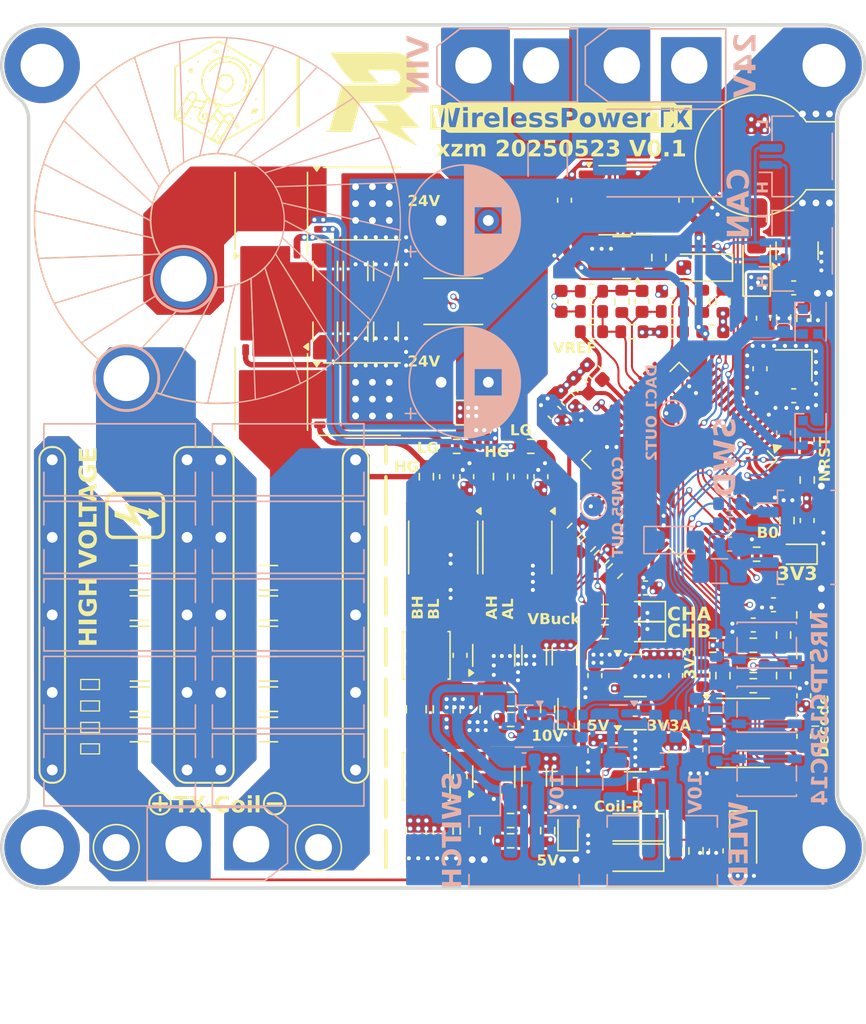
<source format=kicad_pcb>
(kicad_pcb (version 20240108) (generator "pcbnew") (generator_version "8.0")
  (layers (0 "F.Cu" signal) (1 "In1.Cu" signal) (2 "In2.Cu" signal) (31 "B.Cu" signal) (34 "B.Paste" user) (35 "F.Paste" user) (36 "B.SilkS" user "B.Silkscreen") (37 "F.SilkS" user "F.Silkscreen") (38 "B.Mask" user) (39 "F.Mask" user) (44 "Edge.Cuts" user))
  (net 0 "")
  (net 1 "+10V")
  (net 2 "Net-(D1-K)")
  (net 3 "/OPAMP2_VINM")
  (net 4 "Net-(C18-Pad1)")
  (net 5 "GND")
  (net 6 "/ADC2_IN9")
  (net 7 "+5V")
  (net 8 "Net-(BZ1--)")
  (net 9 "A_SW")
  (net 10 "Net-(D2-K)")
  (net 11 "B_SW")
  (net 12 "Net-(U1-LO)")
  (net 13 "+24V")
  (net 14 "/V_LCC")
  (net 15 "VREF")
  (net 16 "VREFBUF")
  (net 17 "/V_COILP")
  (net 18 "Net-(U2-HO)")
  (net 19 "/OSC_IN")
  (net 20 "/OSC_OUT")
  (net 21 "Net-(J6-Pin_4)")
  (net 22 "+3.3VA")
  (net 23 "/NRST")
  (net 24 "/ADC1_IN2")
  (net 25 "/ADC1_IN1")
  (net 26 "+3.3V")
  (net 27 "Net-(D19-A)")
  (net 28 "Net-(U10-BP)")
  (net 29 "Net-(U11-BP)")
  (net 30 "/V_Buck")
  (net 31 "Net-(U12-BS)")
  (net 32 "Net-(U12-LX)")
  (net 33 "Net-(U13-LX)")
  (net 34 "Net-(U13-BS)")
  (net 35 "Net-(U12-FB)")
  (net 36 "Net-(U13-FB)")
  (net 37 "Net-(D20-A)")
  (net 38 "Net-(U1-HO)")
  (net 39 "Net-(D22-A)")
  (net 40 "/A_HG")
  (net 41 "/V_SHUNT_P")
  (net 42 "/A_LG")
  (net 43 "/B_HG")
  (net 44 "/B_LG")
  (net 45 "Net-(D18-A)")
  (net 46 "Net-(D24-A)")
  (net 47 "Net-(J6-Pin_2)")
  (net 48 "Net-(J6-Pin_1)")
  (net 49 "/A_LI")
  (net 50 "/A_HI")
  (net 51 "/B_LI")
  (net 52 "/B_HI")
  (net 53 "/OPAMP1_VINP")
  (net 54 "Net-(Q7-G)")
  (net 55 "Net-(U1-HB)")
  (net 56 "Net-(U2-HB)")
  (net 57 "Net-(U2-LO)")
  (net 58 "/CAN3_RX")
  (net 59 "/CAN3_TX")
  (net 60 "/SWDIO")
  (net 61 "/SWCLK")
  (net 62 "/BOOT0")
  (net 64 "/HRTIM1_CHB1")
  (net 65 "/HRTIM1_CHA2")
  (net 66 "/HRTIM1_CHB2")
  (net 67 "/HRTIM1_CHA1")
  (net 68 "/OPAMP2_VOUT")
  (net 79 "/DAC1_OUT1")
  (net 81 "/COMP5_INP")
  (net 82 "/DAC1_OUT2")
  (net 85 "Net-(Q2-D)")
  (net 89 "Net-(Q2-G)")
  (net 91 "/OPAMP2_VINP")
  (net 93 "Net-(R12-Pad2)")
  (net 94 "Net-(U5B--)")
  (net 95 "Net-(U5A--)")
  (net 96 "/COMP5_OUT")
  (net 97 "/DECODE_OUT")
  (net 98 "Net-(J2-Pin_2)")
  (net 99 "Net-(D5-A)")
  (net 100 "/BTN0")
  (net 101 "/CAN3_H")
  (net 102 "Net-(Q4-G)")
  (net 103 "/CAN3_L")
  (net 104 "/BTN1")
  (net 105 "Net-(R24-Pad2)")
  (net 106 "Net-(R31-Pad2)")
  (net 107 "Net-(R46-Pad2)")
  (net 108 "Net-(J9-Pin_1)")
  (net 109 "Net-(J3-Pin_1)")
  (net 110 "Net-(D7-DOUT)")
  (net 112 "/TIM4_CH4")
  (net 113 "/TIM3_CH4")
  (net 115 "/TIM5_CH2")
  (net 116 "/TIM17_CH1")
  (footprint "Capacitor_SMD:C_0603_1608Metric" (layer "F.Cu") (at 114.5 81.75 -90)
    (property "Reference" "C43" (hide yes))
    (property "Value" "4u7")
  )
  (footprint "Capacitor_SMD:C_0805_2012Metric" (layer "F.Cu") (at 90.75 119.75 -90)
    (property "Reference" "C70" (hide yes))
    (property "Value" "10u")
  )
  (footprint "Resistor_SMD:R_0603_1608Metric" (layer "F.Cu") (at 116 105.25 90)
    (property "Reference" "R41" (hide yes))
    (property "Value" "0R")
  )
  (footprint "Resistor_SMD:R_0603_1608Metric" (layer "F.Cu") (at 107.75 81.25)
    (property "Reference" "R17" (hide yes))
    (property "Value" "120R")
  )
  (footprint "Package_TO_SOT_SMD:TDSON-8-1" (layer "F.Cu") (at 78 74 90)
    (property "Reference" "Q3" (hide yes))
    (property "Value" "BSC070N10NS3G")
  )
  (footprint "LOGO" (layer "F.Cu") (at 74.15 65)
    (property "Reference" "G***" (hide yes))
    (property "Value" "LOGO" (hide yes))
  )
  (footprint "LED_SMD:LED_0603_1608Metric" (layer "F.Cu") (at 105.75 105 180)
    (property "Reference" "D24" (hide yes))
    (property "Value" "CHB1")
  )
  (footprint "Resistor_SMD:R_0603_1608Metric" (layer "F.Cu") (at 103.5 100.5 45)
    (property "Reference" "R53" (hide yes))
    (property "Value" "120R")
  )
  (footprint "Resistor_SMD:R_0603_1608Metric" (layer "F.Cu") (at 117.5 106.75 -90)
    (property "Reference" "R19" (hide yes))
    (property "Value" "100k")
  )
  (footprint "LED_SMD:LED_0603_1608Metric" (layer "F.Cu") (at 105.75 103.5 180)
    (property "Reference" "D22" (hide yes))
    (property "Value" "CHA1")
  )
  (footprint "Capacitor_SMD:C_0603_1608Metric" (layer "F.Cu") (at 99 88.75 135)
    (property "Reference" "C53" (hide yes))
    (property "Value" "100n")
  )
  (footprint "Capacitor_SMD:C_0603_1608Metric" (layer "F.Cu") (at 101 86.75 135)
    (property "Reference" "C31" (hide yes))
    (property "Value" "100n")
  )
  (footprint "Capacitor_SMD:C_1206_3216Metric" (layer "F.Cu") (at 77.75 101)
    (property "Reference" "C32" (hide yes))
    (property "Value" "?")
  )
  (footprint "Diode_SMD:D_SOD-123F" (layer "F.Cu") (at 110 78 180)
    (property "Reference" "D4" (hide yes))
    (property "Value" "BZT52C3V3S")
  )
  (footprint "Capacitor_SMD:C_1206_3216Metric" (layer "F.Cu") (at 68.25 105.5)
    (property "Reference" "C48" (hide yes))
    (property "Value" "?")
  )
  (footprint "Resistor_SMD:R_0603_1608Metric" (layer "F.Cu") (at 113.75 106)
    (property "Reference" "R15" (hide yes))
    (property "Value" "4k7")
  )
  (footprint "Resistor_SMD:R_0603_1608Metric" (layer "F.Cu") (at 110 108.25 90)
    (property "Reference" "R14" (hide yes))
    (property "Value" "10nF")
  )
  (footprint "Capacitor_SMD:C_0603_1608Metric" (layer "F.Cu") (at 107.75 79.75 180)
    (property "Reference" "C20" (hide yes))
    (property "Value" "3n3")
  )
  (footprint "Capacitor_SMD:C_0603_1608Metric" (layer "F.Cu") (at 99.75 73 90)
    (property "Reference" "C33" (hide yes))
    (property "Value" "100n")
  )
  (footprint "Capacitor_SMD:C_1206_3216Metric" (layer "F.Cu") (at 68.25 107.75)
    (property "Reference" "C54" (hide yes))
    (property "Value" "?")
  )
  (footprint "Package_TO_SOT_SMD:SOT-23" (layer "F.Cu") (at 117 76.75 90)
    (property "Reference" "Q7" (hide yes))
    (property "Value" "AO3400A")
  )
  (footprint "Capacitor_SMD:C_0603_1608Metric" (layer "F.Cu") (at 111 121.25 -90)
    (property "Reference" "C15" (hide yes))
    (property "Value" "10n")
  )
  (footprint "Capacitor_SMD:C_1206_3216Metric" (layer "F.Cu") (at 99.75 106.75 -90)
    (property "Reference" "C34" (hide yes))
    (property "Value" "10u")
  )
  (footprint "Capacitor_SMD:C_1206_3216Metric" (layer "F.Cu") (at 86.5 82.75 90)
    (property "Reference" "C10" (hide yes))
    (property "Value" "10u")
  )
  (footprint "Capacitor_SMD:C_1206_3216Metric" (layer "F.Cu") (at 77.75 110)
    (property "Reference" "C42" (hide yes))
    (property "Value" "?")
  )
  (footprint "LOGO" (layer "F.Cu") (at 85.5 65.5)
    (property "Reference" "G***" (hide yes))
    (property "Value" "LOGO" (hide yes))
  )
  (footprint "Capacitor_SMD:C_0603_1608Metric" (layer "F.Cu") (at 92 115.75 90)
    (property "Reference" "C65" (hide yes))
    (property "Value" "100n")
  )
  (footprint "Resistor_SMD:R_0603_1608Metric" (layer "F.Cu") (at 95 93.5 90)
    (property "Reference" "R4" (hide yes))
    (property "Value" "RGate")
  )
  (footprint "Package_TO_SOT_SMD:SOT-23-5" (layer "F.Cu") (at 105 108.25)
    (property "Reference" "U11" (hide yes))
    (property "Value" "RS3236")
  )
  (footprint "Resistor_SMD:R_0603_1608Metric" (layer "F.Cu") (at 116 81.75 90)
    (property "Reference" "R27" (hide yes))
    (property "Value" "120R")
  )
  (footprint "Capacitor_SMD:C_0603_1608Metric" (layer "F.Cu") (at 105.75 101.75 180)
    (property "Reference" "C49" (hide yes))
    (property "Value" "100n")
  )
  (footprint "Resistor_SMD:R_0603_1608Metric" (layer "F.Cu") (at 102.5 99.5 45)
    (property "Reference" "R52" (hide yes))
    (property "Value" "120R")
  )
  (footprint "Capacitor_SMD:C_1206_3216Metric" (layer "F.Cu") (at 68.25 101)
    (property "Reference" "C46" (hide yes))
    (property "Value" "?")
  )
  (footprint "MountingHole:MountingHole_3.2mm_M3_DIN965_Pad" (layer "F.Cu") (at 119 63 180)
    (property "Reference" "H10" (hide yes))
    (property "Value" "GND")
  )
  (footprint "Resistor_SMD:R_0603_1608Metric" (layer "F.Cu") (at 98.5 119.75 90)
    (property "Reference" "R26" (hide yes))
    (property "Value" "2k2")
  )
  (footprint "Capacitor_SMD:C_1206_3216Metric" (layer "F.Cu") (at 99.75 115.75 -90)
    (property "Reference" "C35" (hide yes))
    (property "Value" "10u")
  )
  (footprint "Inductor_SMD:L_Sunlord_SWPA3015S" (layer "F.Cu") (at 89.5 115.75 -90)
    (property "Reference" "L5" (hide yes))
    (property "Value" "4u7")
  )
  (footprint "Capacitor_SMD:C_1206_3216Metric" (layer "F.Cu") (at 97.5 115.75 -90)
    (property "Reference" "C63" (hide yes))
    (property "Value" "10u")
  )
  (footprint "Resistor_SMD:R_0603_1608Metric" (layer "F.Cu") (at 114 99.25)
    (property "Reference" "R32" (hide yes))
    (property "Value" "1k")
  )
  (footprint "Capacitor_SMD:C_1206_3216Metric" (layer "F.Cu") (at 68.25 103.25)
    (property "Reference" "C47" (hide yes))
    (property "Value" "?")
  )
  (footprint "Capacitor_SMD:C_0603_1608Metric" (layer "F.Cu") (at 98 93.5 90)
    (property "Reference" "C1" (hide yes))
    (property "Value" "4u7")
  )
  (footprint "Inductor_SMD:L_Sunlord_SWPA3015S" (layer "F.Cu") (at 89.5 106.75 -90)
    (property "Reference" "L4" (hide yes))
    (property "Value" "4u7")
  )
  (footprint "Package_SO:SOIC-8_3.9x4.9mm_P1.27mm" (layer "F.Cu") (at 104.25 73)
    (property "Reference" "U3" (hide yes))
    (property "Value" "TJA1042T-3")
  )
  (footprint "Resistor_SMD:R_0603_1608Metric" (layer "F.Cu") (at 89.5 93.5 90)
    (property "Reference" "R2" (hide yes))
    (property "Value" "RGate")
  )
  (footprint "Resistor_SMD:R_0603_1608Metric" (layer "F.Cu") (at 116.25 96.75 90)
    (property "Reference" "R44" (hide yes))
    (property "Value" "10k")
  )
  (footprint "Capacitor_SMD:C_0603_1608Metric" (layer "F.Cu") (at 102 85.75 135)
    (property "Reference" "C28" (hide yes))
    (property "Value" "100n")
  )
  (footprint "Capacitor_SMD:C_0603_1608Metric" (layer "F.Cu") (at 110.75 82.75)
    (property "Reference" "C50" (hide yes))
    (property "Value" "100n")
  )
  (footprint "Capacitor_SMD:C_0603_1608Metric" (layer "F.Cu") (at 117.75 96.75 -90)
    (property "Reference" "C55" (hide yes))
    (property "Value" "100n")
  )
  (footprint "Resistor_SMD:R_0603_1608Metric" (layer "F.Cu") (at 95.75 120.5)
    (property "Reference" "R39" (hide yes))
    (property "Value" "53k6")
  )
  (footprint "Resistor_SMD:R_0603_1608Metric" (layer "F.Cu") (at 100.5 97.5 45)
    (property "Reference" "R48" (hide yes))
    (property "Value" "120R")
  )
  (footprint "Capacitor_SMD:C_0805_2012Metric" (layer "F.Cu") (at 92.75 110.75 -90)
    (property "Reference" "C69" (hide yes))
    (property "Value" "10u")
  )
  (footprint "Capacitor_SMD:C_0805_2012Metric" (layer "F.Cu") (at 88.75 110.75 -90)
    (property "Reference" "C37" (hide yes))
    (property "Value" "10u")
  )
  (footprint "MountingHole:MountingHole_3.2mm_M3_DIN965_Pad" (layer "F.Cu") (at 61 63 180)
    (property "Reference" "H9" (hide yes))
    (property "Value" "GND")
  )
  (footprint "Package_QFP:LQFP-64_10x10mm_P0.5mm" (layer "F.Cu") (at 108.25 92.25 -135)
    (property "Reference" "U9" (hide yes))
    (property "Value" "STM32G474RBTx")
  )
  (footprint "Resistor_SMD:R_2512_6332Metric" (layer "F.Cu") (at 91.5 80.5 180)
    (property "Reference" "R35" (hide yes))
    (property "Value" "2mR")
  )
  (footprint "Resistor_SMD:R_0603_1608Metric" (layer "F.Cu") (at 117.5 103.75 90)
    (property "Reference" "R50" (hide yes))
    (property "Value" "0R")
  )
  (footprint "Capacitor_SMD:C_0603_1608Metric" (layer "F.Cu") (at 105 110.75 180)
    (property "Reference" "C58" (hide yes))
    (property "Value" "10n")
  )
  (footprint "Diode_SMD:D_SMF" (layer "F.Cu") (at 114 77.75 90)
    (property "Reference" "D17" (hide yes))
    (property "Value" "K34")
  )
  (footprint "Resistor_SMD:R_0603_1608Metric" (layer "F.Cu") (at 95.75 119 180)
    (property "Reference" "R40" (hide yes))
    (property "Value" "10k")
  )
  (footprint "AEX7 Others:MLT-9032" (layer "F.Cu") (at 113.95 69.7 90)
    (property "Reference" "BZ1" (hide yes))
    (property "Value" "Buzzer")
  )
  (footprint "Capacitor_SMD:C_0603_1608Metric" (layer "F.Cu") (at 114.25 85.5 90)
    (property "Reference" "C23" (hide yes))
    (property "Value" "20p")
  )
  (footprint "Capacitor_SMD:C_0603_1608Metric" (layer "F.Cu") (at 105.5 80.5 -90)
    (property "Reference" "C17" (hide yes))
    (property "Value" "NC")
  )
  (footprint "Resistor_SMD:R_0603_1608Metric" (layer "F.Cu") (at 104 80.5 -90)
    (property "Reference" "R11" (hide yes))
    (property "Value" "25k5")
  )
  (footprint "Capacitor_SMD:C_0603_1608Metric" (layer "F.Cu") (at 108 108.25 -90)
    (property "Reference" "C60" (hide yes))
    (property "Value" "4u7")
  )
  (footprint "Resistor_SMD:R_0603_1608Metric" (layer "F.Cu") (at 117.75 93.75 90)
    (property "Reference" "R45" (hide yes))
    (property "Value" "10k")
  )
  (footprint "Package_SO:SOIC-8_3.9x4.9mm_P1.27mm" (layer "F.Cu") (at 96.25 98.75 -90)
    (property "Reference" "U1" (hide yes))
    (property "Value" "UCC27211DRM")
  )
  (footprint "Resistor_SMD:R_0603_1608Metric" (layer "F.Cu") (at 102.75 103.5)
    (property "Reference" "R30" (hide yes))
    (property "Value" "2k2")
  )
  (footprint "Resistor_SMD:R_0603_1608Metric" (layer "F.Cu") (at 101.5 98.5 45)
    (property "Reference" "R51" (hide yes))
    (property "Value" "120R")
  )
  (footprint "Capacitor_SMD:C_0805_2012Metric" (layer "F.Cu") (at 88.75 119.75 -90)
    (property "Reference" "C73" (hide yes))
    (property "Value" "10u")
  )
  (footprint "Resistor_SMD:R_0603_1608Metric" (layer "F.Cu") (at 101.75 79.75)
    (property "Reference" "R9" (hide yes))
    (property "Value" "1k")
  )
  (footprint "Capacitor_SMD:C_0603_1608Metric" (layer "F.Cu") (at 107.75 82.75 180)
    (property "Reference" "C27" (hide yes))
    (property "Value" "100n")
  )
  (footprint "TestPoint:TestPoint_Plated_Hole_D2.0mm" (layer "F.Cu") (at 66.5 121 90)
    (property "Reference" "H8" (hide yes))
    (property "Value" "Coil_P")
  )
  (footprint "LED_SMD:LED_0603_1608Metric" (layer "F.Cu") (at 100 110.75 90)
    (property "Reference" "D20" (hide yes))
    (property "Value" "12V")
  )
  (footprint "Resistor_SMD:R_0603_1608Metric" (layer "F.Cu") (at 97.25 91.25 180)
    (property "Reference" "R1" (hide yes))
    (property "Value" "RGate")
  )
  (footprint "TestPoint:TestPoint_Plated_Hole_D2.0mm" (layer "F.Cu") (at 81.5 121 90)
    (property "Reference" "H13" (hide yes))
    (property "Value" "Coil_N")
  )
  (footprint "Capacitor_SMD:C_0603_1608Metric" (layer "F.Cu") (at 105 116.3225 180)
    (property "Reference" "C57" (hide yes))
    (property "Value" "10n")
  )
  (footprint "Resistor_SMD:R_0603_1608Metric" (layer "F.Cu") (at 95.75 111.5)
    (property "Reference" "R37" (hide yes))
    (property "Value" "118k")
  )
  (footprint "Capacitor_SMD:C_0603_1608Metric" (layer "F.Cu") (at 117.5 112.75 -90)
    (property "Reference" "C19" (hide yes))
    (property "Value" "80p")
  )
  (footprint "Capacitor_SMD:C_1206_3216Metric" (layer "F.Cu") (at 68.25 112.25)
    (property "Reference" "C66" (hide yes))
    (property "Value" "?")
  )
  (footprint "Capacitor_SMD:C_0603_1608Metric" (layer "F.Cu") (at 92 106.75 90)
    (property "Reference" "C64" (hide yes))
    (property "Value" "100n")
  )
  (footprint "Capacitor_SMD:C_1206_3216Metric" (layer "F.Cu") (at 84.25 82.75 90)
    (property "Reference" "C9" (hide yes))
    (property "Value" "10u")
  )
  (footprint "Capacitor_SMD:C_0603_1608Metric" (layer "F.Cu") (at 100 87.75 135)
    (property "Reference" "C56" (hide yes))
    (property "Value" "10n")
  )
  (footprint "Resistor_SMD:R_0603_1608Metric" (layer "F.Cu") (at 106.75 77.25 90)
    (property "Reference" "R22" (hide yes))
    (property "Value" "120R")
  )
  (footprint "Capacitor_SMD:C_0805_2012Metric" (layer "F.Cu") (at 90.75 110.75 -90)
    (property "Reference" "C72" (hide yes))
    (property "Value" "10u")
  )
  (footprint "Capacitor_SMD:C_0603_1608Metric" (layer "F.Cu") (at 108.75 73 90)
    (property "Reference" "C68" (hide yes))
    (property "Value" "100n")
  )
  (footprint "Package_TO_SOT_SMD:SOT-23-6" (layer "F.Cu") (at 94.5 106.75 90)
    (property "Reference" "U12" (hide yes))
    (property "Value" "RY8411")
  )
  (footprint "Capacitor_SMD:C_0603_1608Metric" (layer "F.Cu") (at 91 93.5 90)
    (property "Reference" "C4" (hide yes))
    (property "Value" "Cbst")
  )
  (footprint "Package_TO_SOT_SMD:TDSON-8-1" (layer "F.Cu") (at 84.5 87.75)
    (property "Reference" "Q5" (hide yes))
    (property "Value" "BSC070N10NS3G")
  )
  (footprint "Resistor_SMD:R_0603_1608Metric" (layer "F.Cu") (at 111.5 108.25 90)
    (property "Reference" "R12" (hide yes))
    (property "Value" "100k")
  )
  (footprint "Resistor_SMD:R_0603_1608Metric" (layer "F.Cu") (at 113.75 107.5)
    (property "Reference" "R20" (hide yes))
    (property "Value" "4k7")
  )
  (footprint "Capacitor_SMD:C_0603_1608Metric" (layer "F.Cu") (at 96.5 93.5 90)
    (property "Reference" "C3" (hide yes))
    (property "Value" "Cbst")
  )
  (footprint "Diode_SMD:D_SMF" (layer "F.Cu") (at 104.75 119.5 180)
    (property "Reference" "D3" (hide yes))
    (property "Value" "1N4007")
  )
  (footprint "Capacitor_SMD:C_0603_1608Metric" (layer "F.Cu") (at 102 108.25 -90)
    (property "Reference" "C52" (hide yes))
    (property "Value" "4u7")
  )
  (footprint "Capacitor_SMD:C_0603_1608Metric" (layer "F.Cu") (at 116.75 79.5)
    (property "Reference" "C45" (hide yes))
    (property "Value" "20p")
  )
  (footprint "Resistor_SMD:R_0603_1608Metric" (layer "F.Cu") (at 104.75 82.75)
    (property "Reference" "R10" (hide yes))
    (property "Value" "51k")
  )
  (footprint "Capacitor_SMD:C_0603_1608Metric" (layer "F.Cu") (at 108 113.8225 -90)
    (property "Reference" "C59" (hide yes))
    (property "Value" "4u7")
  )
  (footprint "Capacitor_SMD:C_1206_3216Metric" (layer "F.Cu") (at 77.75 103.25)
    (property "Reference" "C39" (hide yes))
    (property "Value" "?")
  )
  (footprint "Symbol:Symbol_HighVoltage_NoTriangle_2x5mm_Copper" (layer "F.Cu") (at 67.8 96.3 90)
    (property "Reference" "REF**" (hide yes))
    (property "Value" "Symbol_HighVoltage_NoTriangle_2x5mm_Copper" (hide yes))
  )
  (footprint "Capacitor_SMD:C_0603_1608Metric" (layer "F.Cu") (at 102 113.8225 -90)
    (property "Reference" "C51" (hide yes))
    (property "Value" "4u7")
  )
  (footprint "Package_TO_SOT_SMD:SOT-23" (layer "F.Cu") (at 104 77.25 180)
    (property "Reference" "D6" (hide yes))
    (property "Value" "ESD1CAN")
  )
  (footprint "Resistor_SMD:R_0603_1608Metric" (layer "F.Cu") (at 101.75 81.25)
    (property "Reference" "R8" (hide yes))
    (property "Value" "1k")
  )
  (footprint "Resistor_SMD:R_0603_1608Metric" (layer "F.Cu") (at 98.5 110.75 90)
    (property "Reference" "R29" (hide yes))
    (property "Value" "10k")
  )
  (footprint "Package_SO:SOIC-8_3.9x4.9mm_P1.27mm" (layer "F.Cu") (at 90.75 98.75 -90)
    (property "Reference" "U2" (hide yes))
    (property "Value" "UCC27211DRM")
  )
  (footprint "Capacitor_SMD:C_0603_1608Metric" (layer "F.Cu") (at 115.25 103 180)
    (property "Reference" "C74" (hide yes))
    (property "Value" "NC")
  )
  (footprint "RM25:Crystal_SMD_2016" (layer "F.Cu") (at 116.75 85.25 180)
    (property "Reference" "Y1" (hide yes))
    (property "Value" "25Mhz_3225")
  )
  (footprint "Capacitor_SMD:C_1206_3216Metric" (layer "F.Cu") (at 77.75 112.25)
    (property "Reference" "C44" (hide yes))
    (property "Value" "?")
  )
  (footprint "Diode_SMD:D_SOD-123F" (layer "F.Cu") (at 113 120.5 -90)
    (property "Reference" "D1" (hide yes))
    (property "Value" "BZT52C3V3S")
  )
  (footprint "Capacitor_SMD:C_1206_3216Metric" (layer "F.Cu") (at 77.75 107.75)
    (property "Reference" "C41" (hide yes))
    (property "Value" "?")
  )
  (footprint "LED_SMD:LED_0603_1608Metric" (layer "F.Cu") (at 117 99.25 180)
    (property "Reference" "D18" (hide yes))
    (property "Value" "3V3")
  )
  (footprint "Resistor_SMD:R_0603_1608Metric" (layer "F.Cu") (at 113.75 109 180)
    (property "Reference" "R21" (hide yes))
    (property "Value" "4k7")
  )
  (footprint "Resistor_SMD:R_0603_1608Metric" (layer "F.Cu") (at 108 121.25 90)
    (property "Reference" "R6" (hide yes))
    (property "Value" "51k")
  )
  (footprint "Resistor_SMD:R_0603_1608Metric" (layer "F.Cu") (at 117.5 81.75 -90)
    (property "Reference" "R28" (hide yes))
    (property "Value" "10k")
  )
  (footprint "Package_TO_SOT_SMD:TDSON-8-1" (layer "F.Cu") (at 78 87 -90)
    (property "Reference" "Q6" (hide yes))
    (property "Value" "BSC070N10NS3G")
  )
  (footprint "Capacitor_SMD:C_1206_3216Metric" (layer "F.Cu") (at 68.25 110)
    (property "Reference" "C61" (hide yes))
    (property "Value" "?")
  )
  (footprint "Capacitor_SMD:C_0603_1608Metric" (layer "F.Cu") (at 116.75 87.5)
    (property "Reference" "C22" (hide yes))
    (property "Value" "20p")
  )
  (footprint "Capacitor_SMD:C_0603_1608Metric" (layer "F.Cu") (at 113.75 104.5 180)
    (property "Reference" "C18" (hide yes))
    (property "Value" "13n")
  )
  (footprint "Resistor_SMD:R_0603_1608Metric" (layer "F.Cu") (at 101.75 82.75)
    (property "Reference" "R7" (hide yes))
    (property "Value" "51k")
  )
  (footprint "Capacitor_SMD:C_0603_1608Metric" (layer "F.Cu") (at 99.5 80.5 90)
    (property "Reference" "C16" (hide yes))
    (property "Value" "NC")
  )
  (footprint "Resistor_SMD:R_0603_1608Metric" (layer "F.Cu") (at 102.75 105)
    (property "Reference" "R34" (hide yes))
    (property "Value" "2k2")
  )
  (footprint "Capacitor_SMD:C_0603_1608Metric" (layer "F.Cu") (at 92.5 93.5 90)
    (property "Reference" "C2" (hide yes))
    (property "Value" "4u7")
  )
  (footprint "Resistor_SMD:R_0603_1608Metric" (layer "F.Cu") (at 110.75 106 180)
    (property "Reference" "R13" (hide yes))
    (property "Value" "100k")
  )
  (footprint "Package_TO_SOT_SMD:SOT-23-6" (layer "F.Cu") (at 94.5 115.75 90)
    (property "Reference" "U13" (hide yes))
    (property "Value" "RY8411")
  )
  (footprint "Fuse:Fuse_1206_3216Metric" (layer "F.Cu") (at 92.25 88.75)
    (property "Reference" "F3" (hide yes))
    (property "Value" "1A 1206")
  )
  (footprint "Capacitor_SMD:C_1206_3216Metric" (layer "F.Cu") (at 84.25 78.25 -90)
    (property "Reference" "C6" (hide yes))
    (property "Value" "10u")
  )
  (footprint "Package_SO:SOIC-8_3.9x4.9mm_P1.27mm" (layer "F.Cu") (at 113 112.5)
    (property "Reference" "U5" (hide yes))
    (property "Value" "GS8552-SR")
  )
  (footprint "Capacitor_SMD:C_0603_1608Metric" (layer "F.Cu") (at 117.5 109.75 90)
    (property "Reference" "C29" (hide yes))
    (property "Value" "100n")
  )
  (footprint "Capacitor_SMD:C_1206_3216Metric" (layer "F.Cu") (at 97.5 106.75 -90)
    (property "Reference" "C62" (hide yes))
    (property "Value" "10u")
  )
  (footprint "Resistor_SMD:R_0603_1608Metric" (layer "F.Cu") (at 110 80.5 -90)
    (property "Reference" "R54" (hide yes))
    (property "Value" "33k")
  )
  (footprint "Capacitor_SMD:C_0603_1608Metric" (layer "F.Cu") (at 117.75 90.75 90)
    (property "Reference" "C25" (hide yes))
    (property "Value" "100n")
  )
  (footprint "Capacitor_SMD:C_1206_3216Metric" (layer "F.Cu") (at 86.5 78.25 -90)
    (property "Reference" "C5" (hide yes))
    (property "Value" "10u")
  )
  (footprint "Resistor_SMD:R_0603_1608Metric" (layer "F.Cu") (at 91.75 91.25 180)
    (property "Reference" "R5" (hide yes))
    (property "Value" "RGate")
  )
  (footprint "Diode_SMD:D_SMF" (layer "F.Cu") (at 104.75 121.75 180)
    (property "Reference" "D2" (hide yes))
    (property "Value" "1N4007")
  )
  (footprint "Capacitor_SMD:C_1206_3216Metric" (layer "F.Cu") (at 82 82.75 90)
    (property "Reference" "C8" (hide yes))
    (property "Value" "10u")
  )
  (footprint "MountingHole:MountingHole_3.2mm_M3_DIN965_Pad" (layer "F.Cu") (at 61 121)
    (property "Reference" "H7" (hide yes))
    (property "Value" "GND")
  )
  (footprint "Resistor_SMD:R_0603_1608Metric" (layer "F.Cu") (at 111.5 80.5 -90)
    (property "Reference" "R55" (hide yes))
    (property "Value" "2k2")
  )
  (footprint "Package_TO_SOT_SMD:TDSON-8-1" (layer "F.Cu") (at 84.5 73.25)
    (property "Reference" "Q1" (hide yes))
    (property "Value" "BSC070N10NS3G")
  )
  (footprint "Capacitor_SMD:C_1206_3216Metric" (layer "F.Cu") (at 77.75 105.5)
    (property "Reference" "C40" (hide yes))
    (property "Value" "?")
  )
  (footprint "Capacitor_SMD:C_0805_2012Metric" (layer "F.Cu") (at 92.75 119.75 -90)
    (property "Reference" "C36" (hide yes))
    (property "Value" "10u")
  )
  (footprint "Resistor_SMD:R_0603_1608Metric" (layer "F.Cu") (at 116 108.25 -90)
    (property "Reference" "R16" (hide yes))
    (property "Value" "4k7")
  )
  (footprint "Package_TO_SOT_SMD:SOT-23-5" (layer "F.Cu") (at 105 113.8225)
    (property "Reference" "U10" (hide yes))
    (property "Value" "RS3236")
  )
  (footprint "Resistor_SMD:R_0603_1608Metric" (layer "F.Cu") (at 109.5 121.25 -90)
    (property "Reference" "R3" (hide yes))
    (property "Value" "4k7")
  )
  (footprint "MountingHole:MountingHole_3.2mm_M3_DIN965_Pad" (layer "F.Cu") (at 119 121)
    (property "Reference" "H6" (hide yes))
    (property "Value" "GND")
  )
  (footprint "LED_SMD:LED_0603_1608Metric" (layer "F.Cu") (at 100 119.75 90)
    (property "Reference" "D19" (hide yes))
    (property "Value" "5V")
  )
  (footprint "Resistor_SMD:R_0603_1608Metric" (layer "F.Cu") (at 95.75 110 180)
    (property "Reference" "R38" (hide yes))
    (property "Value" "10k")
  )
  (footprint "Capacitor_SMD:C_1206_3216Metric" (layer "F.Cu") (at 82 78.25 -90)
    (property "Reference" "C7" (hide yes))
    (property "Value" "10u")
  )
  (footprint "Capacitor_SMD:C_0603_1608Metric" (layer "B.Cu") (at 109.5 113.75 -90)
    (property "Reference" "C76" (hide yes))
    (property "Value" "100n")
  )
  (footprint "Capacitor_THT:C_Rect_L11.0mm_W5.1mm_P10.00mm_MKT" (layer "B.Cu") (at 71.75 109.5 180)
    (property "Reference" "C84" (hide yes))
    (property "Value" "?")
  )
  (footprint "Diode_SMD:D_SMF" (layer "B.Cu") (at 108 98.2)
    (property "Reference" "D5" (hide yes))
    (property "Value" "K34")
  )
  (footprint "Capacitor_THT:CP_Radial_D8.0mm_P3.50mm" (layer "B.Cu") (at 90.597349 74.5)
    (property "Reference" "C30" (hide yes))
    (property "Value" "220u")
  )
  (footprint "Fuse:Fuse_Littelfuse-NANO2-451_453" (layer "B.Cu") (at 98.5 70 -90)
    (property "Reference" "F1" (hide yes))
    (property "Value" "Fuse")
  )
  (footprint "RM25:WS2812B-2020" (layer "B.Cu") (at 118 90.25 -90)
    (property "Reference" "D7" (hide yes))
    (property "Value" "WS2812B-2020")
  )
  (footprint "Package_TO_SOT_SMD:SOT-23" (layer "B.Cu") (at 103.75 112 180)
    (property "Reference" "Q2" (hide yes))
    (property "Value" "AO3400A")
  )
  (footprint "Capacitor_THT:C_Rect_L11.0mm_W5.1mm_P10.00mm_MKT" (layer "B.Cu") (at 74.25 109.5)
    (property "Reference" "C11" (hide yes))
    (property "Value" "?")
  )
  (footprint "Capacitor_THT:C_Rect_L11.0mm_W5.1mm_P10.00mm_MKT" (layer "B.Cu") (at 71.75 103.75 180)
    (property "Reference" "C83" (hide yes))
    (property "Value" "?")
  )
  (footprint "Capacitor_SMD:C_0603_1608Metric" (layer "B.Cu") (at 96.75 114.5 180)
    (property "Reference" "C71" (hide yes))
    (property "Value" "4u7")
  )
  (footprint "RM25:AMASS_XT30U-M_Vertical" (layer "B.Cu") (at 93 63)
    (property "Reference" "J2" (hide yes))
    (property "Value" "Conn_01x02")
  )
  (footprint "Resistor_SMD:R_0603_1608Metric" (layer "B.Cu") (at 99.5 112 -90)
    (property "Reference" "R49" (hide yes))
    (property "Value" "10k")
  )
  (footprint "TestPoint:TestPoint_Pad_D1.5mm" (layer "B.Cu") (at 101.9 95.7 180)
    (property "Reference" "TP1" (hide yes))
    (property "Value" "TestPoint")
  )
  (footprint "RM25:L_90125_3P" (layer "B.Cu") (at 74 74.5 -30)
    (property "Reference" "L1" (hide yes))
    (property "Value" "Lp")
  )
  (footprint "RM25:Button_PTS810" (layer "B.Cu") (at 114.75 110.75)
    (property "Reference" "SW1" (hide yes))
    (property "Value" "BTN")
  )
  (footprint "Resistor_SMD:R_0603_1608Metric" (layer "B.Cu") (at 111 113.75 -90)
    (property "Reference" "R46" (hide yes))
    (property "Value" "120R")
  )
  (footprint "Resistor_SMD:R_0603_1608Metric" (layer "B.Cu") (at 111 106 -90)
    (property "Reference" "R24" (hide yes))
    (property "Value" "120R")
  )
  (footprint "Fuse:Fuse_1206_3216Metric" (layer "B.Cu") (at 111.25 100.5 180)
    (property "Reference" "F2" (hide yes))
    (property "Value" "1A 1206")
  )
  (footprint "Connector_JST:JST_PH_B2B-PH-SM4-TB_1x02-1MP_P2.00mm_Vertical" (layer "B.Cu") (at 96.749998 119.5)
    (property "Reference" "J3" (hide yes))
    (property "Value" "10V")
  )
  (footprint "Resistor_SMD:R_0603_1608Metric" (layer "B.Cu") (at 106.5 112 -90)
    (property "Reference" "R25" (hide yes))
    (property "Value" "10k")
  )
  (footprint "Resistor_SMD:R_0603_1608Metric" (layer "B.Cu") (at 108 112 -90)
    (property "Reference" "R23" (hide yes))
    (property "Value" "120R")
  )
  (footprint "Capacitor_THT:C_Rect_L11.0mm_W5.1mm_P10.00mm_MKT" (layer "B.Cu") (at 74.25 98)
    (property "Reference" "C13" (hide yes))
    (property "Value" "?")
  )
  (footprint "Capacitor_THT:C_Rect_L11.0mm_W5.1mm_P10.00mm_MKT" (layer "B.Cu") (at 74.25 115.25)
    (property "Reference" "C21" (hide yes))
    (property "Value" "?")
  )
  (footprint "Capacitor_SMD:C_0603_1608Metric" (layer "B.Cu") (at 116 90.25 90)
    (property "Reference" "C77" (hide yes))
    (property "Value" "4u7")
  )
  (footprint "Resistor_SMD:R_0603_1608Metric" (layer "B.Cu") (at 112 97 180)
    (property "Reference" "R43" (hide yes))
    (property "Value" "120R")
  )
  (footprint "Connector_JST:JST_GH_BM02B-GHS-TBT_1x02-1MP_P1.25mm_Vertical" (layer "B.Cu") (at 117 76.75 90)
    (property "Reference" "J7" (hide yes))
    (property "Value" "CAN3")
  )
  (footprint "RM25:AMASS_XT30U-F_Vertical" (layer "B.Cu") (at 76.5 120.75 180)
    (property "Reference" "J1" (hide yes))
    (property "Value" "Coil")
  )
  (footprint "Capacitor_THT:C_Rect_L11.0mm_W5.1mm_P10.00mm_MKT" (layer "B.Cu") (at 71.75 98 180)
    (property "Reference" "C82" (hide yes))
    (property "Value" "?")
  )
  (footprint "Connector_JST:JST_GH_BM02B-GHS-TBT_1x02-1MP_P1.25mm_Vertical" (layer "B.Cu") (at 117 69.75 90)
    (property "Reference" "J8" (hide yes))
    (property "Value" "CAN3")
  )
  (footprint "TestPoint:TestPoint_Pad_D1.5mm" (layer "B.Cu") (at 107.8 88.8 180)
    (property "Reference" "TP2" (hide yes))
    (property "Value" "TestPoint")
  )
  (footprint "Resistor_SMD:R_1206_3216Metric" (layer "B.Cu") (at 103.5 116 90)
    (property "Reference" "R18" (hide yes))
    (property "Value" "R")
  )
  (footprint "RM25:Button_PTS810" (layer "B.Cu") (at 114.75 115.5 180)
    (property "Reference" "SW3" (hide yes))
    (property "Value" "BTN")
  )
  (footprint "Capacitor_THT:C_Rect_L11.0mm_W5.1mm_P10.00mm_MKT" (layer "B.Cu") (at 74.25 103.75)
    (property "Reference" "C12" (hide yes))
    (property "Value" "?")
  )
  (footprint "Package_TO_SOT_SMD:SOT-23" (layer "B.Cu") (at 96.75 112 180)
    (property "Reference" "Q4" (hide yes))
    (property "Value" "AO3400A")
  )
  (footprint "Resistor_SMD:R_0603_1608Metric" (layer "B.Cu") (at 101 112 -90)
    (property "Reference" "R47" (hide yes))
    (property "Value" "120R")
  )
  (footprint "RM25:Button_PTS810" (layer "B.Cu") (at 114.75 106)
    (property "Reference" "SW2" (hide yes))
    (property "Value" "NRST")
  )
  (footprint "Connector_Molex:Molex_PicoBlade_53261-0471_1x04-1MP_P1.25mm_Horizontal" (layer "B.Cu") (at 117.25 98 -90)
    (property "Reference" "J6" (hide yes))
    (property "Value" "SWD")
  )
  (footprint "RM25:AMASS_XT30U-F_Vertical" (layer "B.Cu") (at 104 63)
    (property "Reference" "J5" (hide yes))
    (property "Value" "Conn_01x02")
  )
  (footprint "Capacitor_SMD:C_0603_1608Metric" (layer "B.Cu") (at 107 114.5 180)
    (property "Reference" "C67" (hide yes))
    (property "Value" "4u7")
  )
  (footprint "Diode_SMD:D_SMC" (layer "B.Cu") (at 106.5 69.5 180)
    (property "Reference" "D9" (hide yes))
    (property "Value" "SMCJ28A")
  )
  (footprint "Capacitor_THT:CP_Radial_D8.0mm_P3.50mm" (layer "B.Cu") (at 90.597349 86.5)
    (property "Reference" "C38" (hide yes))
    (property "Value" "220u")
  )
  (footprint "Capacitor_SMD:C_0603_1608Metric" (layer "B.Cu") (at 116 82 90)
    (property "Reference" "C78" (hide yes))
    (property "Value" "4u7")
  )
  (footprint "Connector_JST:JST_PH_B2B-PH-SM4-TB_1x02-1MP_P2.00mm_Vertical" (layer "B.Cu") (at 107 119.5)
    (property "Reference" "J9" (hide yes))
    (property "Value" "WLED")
  )
  (footprint "Capacitor_SMD:C_0603_1608Metric" (layer "B.Cu") (at 112 98.5)
    (property "Reference" "C24" (hide yes))
    (property "Value" "10u")
  )
  (footprint "Resistor_SMD:R_0603_1608Metric" (layer "B.Cu") (at 112 95.5 180)
    (property "Reference" "R42" (hide yes))
    (property "Value" "120R")
  )
  (footprint "Capacitor_SMD:C_0603_1608Metric" (layer "B.Cu") (at 109.5 110.75 -90)
    (property "Reference" "C75" (hide yes))
    (property "Value" "100n")
  )
  (footprint "Capacitor_THT:C_Rect_L11.0mm_W5.1mm_P10.00mm_MKT" (layer "B.Cu") (at 71.75 92.25 180)
    (property "Reference" "C81" (hide yes))
    (property "Value" "?")
  )
  (footprint "RM25:WS2812B-2020" (layer "B.Cu") (at 118 82 -90)
    (property "Reference" "D8" (hide yes))
    (property "Value" "WS2812B-2020")
  )
  (footprint "Capacitor_THT:C_Rect_L11.0mm_W5.1mm_P10.00mm_MKT" (layer "B.Cu") (at 71.75 115.25 180)
    (property "Reference" "C26" (hide yes))
    (property "Value" "?")
  )
  (footprint "Capacitor_THT:C_Rect_L11.0mm_W5.1mm_P10.00mm_MKT" (layer "B.Cu") (at 74.25 92.25)
    (property "Reference" "C14" (hide yes))
    (property "Value" "?")
  )
  (footprint "Resistor_SMD:R_0603_1608Metric" (layer "B.Cu") (at 111 110.75 -90)
    (property "Reference" "R31" (hide yes))
    (property "Value" "120R")
  )
  (gr_line (start 65.8 97.5) (end 65.8 95.25) (stroke (width 0.25)) (layer "F.SilkS"))
  (gr_arc (start 84.2 116.2) (mid 83.563604 115.936396) (end 83.3 115.3) (stroke (width 0.15)) (layer "F.SilkS"))
  (gr_line (start 69.5 98) (end 66.3 98) (stroke (width 0.25)) (layer "F.SilkS"))
  (gr_line (start 61.93 80.64) (end 69.12 78.44) (stroke (width 0.1)) (layer "F.SilkS"))
  (gr_line (start 107.75 67.85) (end 91.25 67.85) (stroke (width 0.3)) (layer "F.SilkS"))
  (gr_line (start 69.75 118.25) (end 69.75 117.25) (stroke (width 0.2)) (layer "F.SilkS"))
  (gr_line (start 66.3 94.75) (end 69.5 94.75) (stroke (width 0.25)) (layer "F.SilkS"))
  (gr_line (start 64.94 64.44) (end 69.69 72.03) (stroke (width 0.1)) (layer "F.SilkS"))
  (gr_line (start 71.7 91.3) (end 74.3 91.3) (stroke (width 0.15)) (layer "F.SilkS"))
  (gr_line (start 61.8 116.2) (end 61.7 116.2) (stroke (width 0.15)) (layer "F.SilkS"))
  (gr_arc (start 83.3 92.2) (mid 83.563604 91.563604) (end 84.2 91.3) (stroke (width 0.15)) (layer "F.SilkS"))
  (gr_arc (start 60.8 92.2) (mid 61.063604 91.563604) (end 61.7 91.3) (stroke (width 0.15)) (layer "F.SilkS"))
  (gr_line (start 68.3 84.06) (end 70.96 81.22) (stroke (width 0.1)) (layer "F.SilkS"))
  (gr_arc (start 66.3 98) (mid 65.946447 97.853553) (end 65.8 97.5) (stroke (width 0.25)) (layer "F.SilkS"))
  (gr_line (start 83.3 115.3) (end 83.3 92.2) (stroke (width 0.15)) (layer "F.SilkS"))
  (gr_line (start 74.3 116.2) (end 71.7 116.2) (stroke (width 0.15)) (layer "F.SilkS"))
  (gr_arc (start 70 97.5) (mid 69.853553 97.853553) (end 69.5 98) (stroke (width 0.25)) (layer "F.SilkS"))
  (gr_circle (center 69.75 117.75) (end 70.55 117.75) (stroke (width 0.15)) (fill none) (layer "F.SilkS"))
  (gr_line (start 78.72 77.62) (end 80.89 81.09) (stroke (width 0.1)) (layer "F.SilkS"))
  (gr_line (start 62.7 92.2) (end 62.7 115.3) (stroke (width 0.15)) (layer "F.SilkS"))
  (gr_line (start 80 62.5) (end 80 67.5) (stroke (width 0.25)) (layer "F.SilkS"))
  (gr_line (start 84.2 91.3) (end 84.3 91.3) (stroke (width 0.15)) (layer "F.SilkS"))
  (gr_line (start 86.5 122.5) (end 86.5 91.25) (stroke (width 0.25) (type dash)) (layer "F.SilkS"))
  (gr_circle (center 78.25 117.75) (end 79.05 117.75) (stroke (width 0.15)) (fill none) (layer "F.SilkS"))
  (gr_arc (start 107.75 65.9) (mid 107.926777 65.973223) (end 108 66.15) (stroke (width 0.3)) (layer "F.SilkS"))
  (gr_line (start 77.52 77.99) (end 79.17 83.38) (stroke (width 0.1)) (layer "F.SilkS"))
  (gr_line (start 91.25 65.9) (end 107.75 65.9) (stroke (width 0.3)) (layer "F.SilkS"))
  (gr_line (start 63.95 83.56) (end 69.42 80.09) (stroke (width 0.1)) (layer "F.SilkS"))
  (gr_line (start 108 66.15) (end 108 67.6) (stroke (width 0.3)) (layer "F.SilkS"))
  (gr_arc (start 61.7 116.2) (mid 61.063604 115.936396) (end 60.8 115.3) (stroke (width 0.15)) (layer "F.SilkS"))
  (gr_line (start 69.24 75.81) (end 60.48 73.79) (stroke (width 0.1)) (layer "F.SilkS"))
  (gr_arc (start 91.25 67.85) (mid 91.073223 67.776777) (end 91 67.6) (stroke (width 0.3)) (layer "F.SilkS"))
  (gr_arc (start 65.2 84.8) (mid 60.661114 72.132697) (end 69.281744 61.800864) (stroke (width 0.1)) (layer "F.SilkS"))
  (gr_arc (start 77.879999 77.579999) (mid 76.086588 78.992987) (end 73.849953 79.451593) (stroke (width 0.1)) (layer "F.SilkS"))
  (gr_line (start 60.76 77.31) (end 69.73 77) (stroke (width 0.1)) (layer "F.SilkS"))
  (gr_line (start 70.49 71.01) (end 67.86 62.44) (stroke (width 0.1)) (layer "F.SilkS"))
  (gr_arc (start 61.8 91.3) (mid 62.436396 91.563604) (end 62.7 92.2) (stroke (width 0.15)) (layer "F.SilkS"))
  (gr_arc (start 75.091384 87.993475) (mid 72.231188 87.921486) (end 69.45 87.25) (stroke (width 0.1)) (layer "F.SilkS"))
  (gr_line (start 61.13 70.32) (end 69.04 74.52) (stroke (width 0.1)) (layer "F.SilkS"))
  (gr_line (start 69.22 73.24) (end 62.66 67.13) (stroke (width 0.1)) (layer "F.SilkS"))
  (gr_arc (start 70.8 92.2) (mid 71.063604 91.563604) (end 71.7 91.3) (stroke (width 0.15)) (layer "F.SilkS"))
  (gr_line (start 61.7 91.3) (end 61.8 91.3) (stroke (width 0.15)) (layer "F.SilkS"))
  (gr_arc (start 75.2 115.3) (mid 74.936396 115.936396) (end 74.3 116.2) (stroke (width 0.15)) (layer "F.SilkS"))
  (gr_arc (start 69.800001 77.1) (mid 70.636939 70.882015) (end 76.899406 70.50082) (stroke (width 0.1)) (layer "F.SilkS"))
  (gr_line (start 70 95.25) (end 70 97.5) (stroke (width 0.25)) (layer "F.SilkS"))
  (gr_arc (start 65.8 95.25) (mid 65.946447 94.896447) (end 66.3 94.75) (stroke (width 0.25)) (layer "F.SilkS"))
  (gr_arc (start 91 66.15) (mid 91.073223 65.973223) (end 91.25 65.9) (stroke (width 0.3)) (layer "F.SilkS"))
  (gr_line (start 75.2 92.2) (end 75.2 115.3) (stroke (width 0.15)) (layer "F.SilkS"))
  (gr_line (start 69.25 117.75) (end 70.25 117.75) (stroke (width 0.2)) (layer "F.SilkS"))
  (gr_arc (start 84.3 91.3) (mid 84.936396 91.563604) (end 85.2 92.2) (stroke (width 0.15)) (layer "F.SilkS"))
  (gr_line (start 85.2 92.2) (end 85.2 115.3) (stroke (width 0.15)) (layer "F.SilkS"))
  (gr_line (start 76.49 78.78) (end 76.66 83.39) (stroke (width 0.1)) (layer "F.SilkS"))
  (gr_line (start 60.8 115.3) (end 60.8 92.2) (stroke (width 0.15)) (layer "F.SilkS"))
  (gr_arc (start 71.7 116.2) (mid 71.063604 115.936396) (end 70.8 115.3) (stroke (width 0.15)) (layer "F.SilkS"))
  (gr_arc (start 69.5 94.75) (mid 69.853553 94.896447) (end 70 95.25) (stroke (width 0.25)) (layer "F.SilkS"))
  (gr_line (start 84.3 116.2) (end 84.2 116.2) (stroke (width 0.15)) (layer "F.SilkS"))
  (gr_line (start 70.8 115.3) (end 70.8 92.2) (stroke (width 0.15)) (layer "F.SilkS"))
  (gr_arc (start 62.7 115.3) (mid 62.436396 115.936396) (end 61.8 116.2) (stroke (width 0.15)) (layer "F.SilkS"))
  (gr_arc (start 74.3 91.3) (mid 74.936396 91.563604) (end 75.2 92.2) (stroke (width 0.15)) (layer "F.SilkS"))
  (gr_line (start 77.75 117.75) (end 78.75 117.75) (stroke (width 0.2)) (layer "F.SilkS"))
  (gr_line (start 91 67.6) (end 91 66.15) (stroke (width 0.3)) (layer "F.SilkS"))
  (gr_arc (start 108 67.6) (mid 107.926777 67.776777) (end 107.75 67.85) (stroke (width 0.3)) (layer "F.SilkS"))
  (gr_line (start 69.81 87.37) (end 74.02 79.47) (stroke (width 0.1)) (layer "F.SilkS"))
  (gr_line (start 118.1 112) (end 118.6 112) (stroke (width 0.1)) (layer "F.SilkS"))
  (gr_arc (start 85.2 115.3) (mid 84.936396 115.936396) (end 84.3 116.2) (stroke (width 0.15)) (layer "F.SilkS"))
  (gr_line (start 75.31 79.27) (end 73.3 87.99) (stroke (width 0.1)) (layer "F.SilkS"))
  (gr_arc (start 59.2 65.4) (mid 59.788854 66.105573) (end 60 67.000001) (stroke (width 0.25)) (layer "Edge.Cuts"))
  (gr_line (start 120 117) (end 120 67) (stroke (width 0.25)) (layer "Edge.Cuts"))
  (gr_arc (start 60 116.999998) (mid 59.788854 117.894426) (end 59.2 118.6) (stroke (width 0.25)) (layer "Edge.Cuts"))
  (gr_arc (start 59.2 65.4) (mid 58.15395 62.051317) (end 61 60) (stroke (width 0.25)) (layer "Edge.Cuts"))
  (gr_arc (start 119 60) (mid 121.84605 62.051317) (end 120.8 65.4) (stroke (width 0.25)) (layer "Edge.Cuts"))
  (gr_line (start 60 67.000001) (end 60 116.999998) (stroke (width 0.25)) (layer "Edge.Cuts"))
  (gr_arc (start 61 124) (mid 58.15395 121.948683) (end 59.2 118.6) (stroke (width 0.25)) (layer "Edge.Cuts"))
  (gr_line (start 119 60) (end 61 60) (stroke (width 0.25)) (layer "Edge.Cuts"))
  (gr_arc (start 120.8 118.6) (mid 120.211146 117.894427) (end 120 117) (stroke (width 0.25)) (layer "Edge.Cuts"))
  (gr_arc (start 120.8 118.6) (mid 121.84605 121.948683) (end 119 124) (stroke (width 0.25)) (layer "Edge.Cuts"))
  (gr_line (start 61 124) (end 119 124) (stroke (width 0.25)) (layer "Edge.Cuts"))
  (gr_arc (start 120 67) (mid 120.211146 66.105573) (end 120.8 65.4) (stroke (width 0.25)) (layer "Edge.Cuts"))
  (gr_text "WLED" (at 112.75 120.75 90) (layer "B.SilkS") (effects (font (size 1.4 1.4) (thickness 0.25) (bold yes)) (justify mirror)))
  (gr_text "NRST" (at 118.75 106 90) (layer "B.SilkS") (effects (font (size 1.2 1.2) (thickness 0.28) (bold yes)) (justify mirror)))
  (gr_text "10V" (at 109.5 117 90) (layer "B.SilkS") (effects (font (size 1 1) (thickness 0.25) (bold yes)) (justify mirror)))
  (gr_text "DAC1 OUT2" (at 106.25 88.75 90) (layer "B.SilkS") (effects (font (size 0.8 0.8) (thickness 0.2) (bold yes)) (justify mirror)))
  (gr_text "CAN" (at 112.75 73.25 90) (layer "B.SilkS") (effects (font (size 1.6 1.6) (thickness 0.28) (bold yes)) (justify mirror)))
  (gr_text "SWITCH" (at 91.5 119.75 90) (layer "B.SilkS") (effects (font (size 1.4 1.4) (thickness 0.25) (bold yes)) (justify mirror)))
  (gr_text "COMP5 OUT" (at 103.75 95.75 90) (layer "B.SilkS") (effects (font (size 0.8 0.8) (thickness 0.2) (bold yes)) (justify mirror)))
  (gr_text "PC14" (at 118.75 115.5 90) (layer "B.SilkS") (effects (font (size 1.2 1.2) (thickness 0.28) (bold yes)) (justify mirror)))
  (gr_text "PC13" (at 118.75 110.75 90) (layer "B.SilkS") (effects (font (size 1.2 1.2) (thickness 0.28) (bold yes)) (justify mirror)))
  (gr_text "L          H" (at 114.5 76.75 90) (layer "B.SilkS") (effects (font (size 0.8 0.8) (thickness 0.2) (bold yes)) (justify mirror)))
  (gr_text "VIN" (at 89 63 90) (layer "B.SilkS") (effects (font (size 1.6 1.6) (thickness 0.28) (bold yes)) (justify mirror)))
  (gr_text "SWD" (at 111.75 92.05 90) (layer "B.SilkS") (effects (font (size 1.6 1.6) (thickness 0.28) (bold yes)) (justify mirror)))
  (gr_text "24V" (at 113.25 63 90) (layer "B.SilkS") (effects (font (size 1.6 1.6) (thickness 0.28) (bold yes)) (justify mirror)))
  (gr_text "L          H" (at 114.5 69.75 90) (layer "B.SilkS") (effects (font (size 0.8 0.8) (thickness 0.2) (bold yes)) (justify mirror)))
  (gr_text "10V" (at 99.25 117 90) (layer "B.SilkS") (effects (font (size 1 1) (thickness 0.25) (bold yes)) (justify mirror)))
  (gr_text "24V" (at 88.1 73.1 0) (layer "F.SilkS") (effects (font (size 0.8 0.8) (thickness 0.2) (bold yes)) (justify left)))
  (gr_text "CHB" (at 109 105 0) (layer "F.SilkS") (effects (font (size 1 1) (thickness 0.2) (bold yes))))
  (gr_text "WirelessPowerTX" (at 99.5 67 0) (layer "F.SilkS" knockout) (effects (font (size 1.4 1.4) (thickness 0.28) (bold yes))))
  (gr_text "AL" (at 95.6 104.1 90) (layer "F.SilkS") (effects (font (size 0.8 0.8) (thickness 0.2) (bold yes)) (justify left)))
  (gr_text "HG" (at 87.1 92.8 0) (layer "F.SilkS") (effects (font (size 0.8 0.8) (thickness 0.2) (bold yes)) (justify left)))
  (gr_text "VBuck" (at 97 104.1 0) (layer "F.SilkS") (effects (font (size 0.8 0.8) (thickness 0.2) (bold yes)) (justify left)))
  (gr_text "BL" (at 90.1 104.1 90) (layer "F.SilkS") (effects (font (size 0.8 0.8) (thickness 0.2) (bold yes)) (justify left)))
  (gr_text "xzm 20250523 V0.1" (at 99.5 69.25 0) (layer "F.SilkS") (effects (font (size 1.2 1.2) (thickness 0.28) (bold yes))))
  (gr_text "CHA" (at 109 103.75 0) (layer "F.SilkS") (effects (font (size 1 1) (thickness 0.2) (bold yes))))
  (gr_text "Decode" (at 119 112 90) (layer "F.SilkS") (effects (font (size 0.8 0.8) (thickness 0.2) (bold yes))))
  (gr_text "5V" (at 102.25 112 0) (layer "F.SilkS") (effects (font (size 0.8 0.8) (thickness 0.2) (bold yes))))
  (gr_text "VREF" (at 100.5 84 0) (layer "F.SilkS") (effects (font (size 0.8 0.8) (thickness 0.2) (bold yes))))
  (gr_text "HG" (at 93.8 91.7 0) (layer "F.SilkS") (effects (font (size 0.8 0.8) (thickness 0.2) (bold yes)) (justify left)))
  (gr_text "3V3" (at 109.1 107.3 90) (layer "F.SilkS") (effects (font (size 0.8 0.8) (thickness 0.2) (bold yes))))
  (gr_text "3V3A" (at 107.5 112 0) (layer "F.SilkS") (effects (font (size 0.8 0.8) (thickness 0.2) (bold yes))))
  (gr_text "5V" (at 98.5 122 0) (layer "F.SilkS") (effects (font (size 0.8 0.8) (thickness 0.2) (bold yes))))
  (gr_text "BH" (at 88.9 104.1 90) (layer "F.SilkS") (effects (font (size 0.8 0.8) (thickness 0.2) (bold yes)) (justify left)))
  (gr_text "AH" (at 94.4 104.1 90) (layer "F.SilkS") (effects (font (size 0.8 0.8) (thickness 0.2) (bold yes)) (justify left)))
  (gr_text "LG" (at 95.7 90.1 0) (layer "F.SilkS") (effects (font (size 0.8 0.8) (thickness 0.2) (bold yes)) (justify left)))
  (gr_text "HIGH VOLTAGE" (at 64.5 98.7 90) (layer "F.SilkS") (effects (font (size 1.3 1.3) (thickness 0.28) (bold yes))))
  (gr_text "高 压 危 险" (at 64.5 111.3 90) (layer "F.SilkS") (effects (font (size 1.2 1.2) (thickness 0.28) (bold yes))))
  (gr_text "24V" (at 88.1 85 0) (layer "F.SilkS") (effects (font (size 0.8 0.8) (thickness 0.2) (bold yes)) (justify left)))
  (gr_text "10V" (at 98.5 112.75 0) (layer "F.SilkS") (effects (font (size 0.8 0.8) (thickness 0.2) (bold yes))))
  (gr_text "NRST" (at 119.1 93.9 90) (layer "F.SilkS") (effects (font (size 0.8 0.8) (thickness 0.2) (bold yes)) (justify left)))
  (gr_text "LG" (at 88.8 91.4 0) (layer "F.SilkS") (effects (font (size 0.8 0.8) (thickness 0.2) (bold yes)) (justify left)))
  (gr_text "Coil-P" (at 103.75 118 0) (layer "F.SilkS") (effects (font (size 0.8 0.8) (thickness 0.2) (bold yes))))
  (gr_text "TX-Coil" (at 74 117.9 0) (layer "F.SilkS") (effects (font (size 1.2 1.2) (thickness 0.2) (bold yes))))
  (gr_text "B0" (at 114 97.7 0) (layer "F.SilkS") (effects (font (size 0.8 0.8) (thickness 0.2) (bold yes)) (justify left)))
  (gr_text "3V3" (at 117 100.75 0) (layer "F.SilkS") (effects (font (size 1 1) (thickness 0.2) (bold yes))))
  (gr_text "" (at 58 132.269996 0) (layer "Edge.Cuts") (effects (font (size 4.83362 3.04518) (thickness 0.604202)) (justify left top)))
  (segment (start 96.101776 112.8) (end 96.903769 112.8) (width 0.15) (layer "F.Cu") (net 1))
  (segment (start 92.655 96.275) (end 92.655 94.43) (width 0.6) (layer "F.Cu") (net 1))
  (segment (start 92.655 94.43) (end 92.5 94.275) (width 0.6) (layer "F.Cu") (net 1))
  (segment (start 98.155 94.43) (end 98 94.275) (width 0.6) (layer "F.Cu") (net 1))
  (segment (start 98.5 111.575) (end 97.5375 112.5375) (width 0.15) (layer "F.Cu") (net 1))
  (segment (start 98.155 96.275) (end 98.155 94.43) (width 0.6) (layer "F.Cu") (net 1))
  (via (at 95.8 112.675) (size 0.45) (drill 0.3) (layers "F.Cu" "B.Cu") (net 1))
  (via (at 92.75 94.5) (size 0.45) (drill 0.3) (layers "F.Cu" "B.Cu") (net 1))
  (via (at 91 110) (size 0.45) (drill 0.3) (layers "F.Cu" "B.Cu") (net 1))
  (via (at 92.2 110.6) (size 0.45) (drill 0.3) (layers "F.Cu" "B.Cu") (net 1))
  (via (at 98.25 94.5) (size 0.45) (drill 0.3) (layers "F.Cu" "B.Cu") (net 1))
  (via (at 91 110.6) (size 0.45) (drill 0.3) (layers "F.Cu" "B.Cu") (net 1))
  (via (at 91.6 110) (size 0.45) (drill 0.3) (layers "F.Cu" "B.Cu") (net 1))
  (via (at 92.2 110) (size 0.45) (drill 0.3) (layers "F.Cu" "B.Cu") (net 1))
  (via (at 94.75 111.25) (size 0.45) (drill 0.3) (layers "F.Cu" "B.Cu") (net 1))
  (via (at 91.6 110.6) (size 0.45) (drill 0.3) (layers "F.Cu" "B.Cu") (net 1))
  (via (at 97.75 94.05) (size 0.45) (drill 0.3) (layers "F.Cu" "B.Cu") (net 1))
  (via (at 92.25 94.05) (size 0.45) (drill 0.3) (layers "F.Cu" "B.Cu") (net 1))
  (via (at 92.8 110.6) (size 0.45) (drill 0.3) (layers "F.Cu" "B.Cu") (net 1))
  (arc (start 96.101776 112.8) (mid 95.938456 112.767514) (end 95.8 112.675) (width 0.15) (layer "F.Cu") (net 1))
  (arc (start 96.903769 112.8) (mid 97.246742 112.731778) (end 97.5375 112.5375) (width 0.15) (layer "F.Cu") (net 1))
  (segment (start 92.25 113.25) (end 94.325 115.325) (width 0.8) (layer "B.Cu") (net 1))
  (segment (start 91.6 110.6) (end 91.8 110.8) (width 0.8) (layer "B.Cu") (net 1))
  (segment (start 107.775 115.6) (end 106.15 115.6) (width 0.6) (layer "B.Cu") (net 1))
  (segment (start 107.775 118.775) (end 108 119) (width 0.6) (layer "B.Cu") (net 1))
  (segment (start 91.8 110.8) (end 91.8 112.163604) (width 0.8) (layer "B.Cu") (net 1))
  (segment (start 106.15 115.6) (end 104.981783 115.6) (width 0.6) (layer "B.Cu") (net 1))
  (segment (start 103.659005 116.147913) (end 97.872913 116.147913) (width 0.6) (layer "B.Cu") (net 1))
  (segment (start 97.525 115.8) (end 97.749998 116.024998) (width 0.8) (layer "B.Cu") (net 1))
  (segment (start 97.749998 116.024998) (end 97.749998 119) (width 0.8) (layer "B.Cu") (net 1))
  (segment (start 107.775 115.6) (end 107.775 118.775) (width 0.6) (layer "B.Cu") (net 1))
  (segment (start 97.872913 116.147913) (end 97.749998 116.024998) (width 0.6) (layer "B.Cu") (net 1))
  (segment (start 95.23033 115.7) (end 97.425 115.7) (width 0.8) (layer "B.Cu") (net 1))
  (segment (start 97.525 114.5) (end 97.525 115.8) (width 0.6) (layer "B.Cu") (net 1))
  (segment (start 107.775 114.5) (end 107.775 115.6) (width 0.6) (layer "B.Cu") (net 1))
  (arc (start 104.981783 115.6) (mid 104.625205 115.670928) (end 104.322913 115.872913) (width 0.6) (layer "B.Cu") (net 1))
  (arc (start 94.325 115.325) (mid 94.740369 115.602541) (end 95.23033 115.7) (width 0.8) (layer "B.Cu") (net 1))
  (arc (start 91.8 112.163604) (mid 91.916951 112.751557) (end 92.25 113.25) (width 0.8) (layer "B.Cu") (net 1))
  (arc (start 104.322913 115.872913) (mid 104.018309 116.076443) (end 103.659005 116.147913) (width 0.6) (layer "B.Cu") (net 1))
  (segment (start 111 120.475) (end 111.075 120.4) (width 0.15) (layer "F.Cu") (net 2))
  (segment (start 111.075 120.4) (end 112.627271 120.4) (width 0.15) (layer "F.Cu") (net 2))
  (segment (start 108 120.425) (end 110.95 120.425) (width 0.15) (layer "F.Cu") (net 2))
  (segment (start 113 113.8) (end 113 119.1) (width 0.15) (layer "F.Cu") (net 2))
  (segment (start 110.95 120.425) (end 111 120.475) (width 0.15) (layer "F.Cu") (net 2))
  (segment (start 113 120.027271) (end 113 119.1) (width 0.15) (layer "F.Cu") (net 2))
  (segment (start 110.525 113.135) (end 112.335 113.135) (width 0.15) (layer "F.Cu") (net 2))
  (arc (start 112.627271 120.4) (mid 112.89083 120.29083) (end 113 120.027271) (width 0.15) (layer "F.Cu") (net 2))
  (arc (start 112.335 113.135) (mid 112.805226 113.329774) (end 113 113.8) (width 0.15) (layer "F.Cu") (net 2))
  (segment (start 102.575 79.75) (end 102.0875 80.2375) (width 0.15) (layer "F.Cu") (net 3))
  (segment (start 102.098355 83.501645) (end 103.373355 84.776645) (width 0.15) (layer "F.Cu") (net 3))
  (segment (start 102.6 79.725) (end 102.575 79.75) (width 0.15) (layer "F.Cu") (net 3))
  (segment (start 103.75 85.95) (end 103.75 86.328249) (width 0.15) (layer "F.Cu") (net 3))
  (segment (start 105.5 79.725) (end 102.6 79.725) (width 0.15) (layer "F.Cu") (net 3))
  (segment (start 103.75 85.685946) (end 103.75 85.95) (width 0.15) (layer "F.Cu") (net 3))
  (segment (start 101.85 80.810875) (end 101.85 82.902063) (width 0.15) (layer "F.Cu") (net 3))
  (segment (start 104.00533 86.94467) (end 104.767499 87.706839) (width 0.15) (layer "F.Cu") (net 3))
  (arc (start 102.0875 80.2375) (mid 101.911724 80.500567) (end 101.85 80.810875) (width 0.15) (layer "F.Cu") (net 3))
  (arc (start 101.85 82.902063) (mid 101.914546 83.226554) (end 102.098355 83.501645) (width 0.15) (layer "F.Cu") (net 3))
  (arc (start 103.373355 84.776645) (mid 103.652113 85.193836) (end 103.75 85.685946) (width 0.15) (layer "F.Cu") (net 3))
  (arc (start 103.75 86.328249) (mid 103.816358 86.661853) (end 104.00533 86.94467) (width 0.15) (layer "F.Cu") (net 3))
  (segment (start 117.4 107.675) (end 117.5 107.575) (width 0.15) (layer "F.Cu") (net 4))
  (segment (start 114.525 105.95) (end 114.575 106) (width 0.15) (layer "F.Cu") (net 4))
  (segment (start 117.35 107.425) (end 117.5 107.575) (width 0.15) (layer "F.Cu") (net 4))
  (segment (start 114.575 106) (end 116 107.425) (width 0.15) (layer "F.Cu") (net 4))
  (segment (start 116 107.425) (end 117.35 107.425) (width 0.15) (layer "F.Cu") (net 4))
  (segment (start 114.525 104.5) (end 114.525 105.95) (width 0.15) (layer "F.Cu") (net 4))
  (segment (start 91.5 80.15) (end 91.567157 80.217157) (width 0.15) (layer "F.Cu") (net 5))
  (segment (start 102.5 88.267766) (end 102.5 88) (width 0.3) (layer "F.Cu") (net 5))
  (segment (start 98 88.2) (end 98.5 87.7) (width 0.6) (layer "F.Cu") (net 5))
  (segment (start 98.5 87.7) (end 99.1 87.1) (width 0.6) (layer "F.Cu") (net 5))
  (segment (start 100.925 79.75) (end 99.525 79.75) (width 0.15) (layer "F.Cu") (net 5))
  (segment (start 105.575 82.75) (end 106.975 82.75) (width 0.6) (layer "F.Cu") (net 5))
  (segment (start 111.5 81.325) (end 111.5 82.75) (width 0.6) (layer "F.Cu") (net 5))
  (segment (start 111.5 82.75) (end 111.525 82.75) (width 0.6) (layer "F.Cu") (net 5))
  (segment (start 99.525 79.75) (end 99.5 79.725) (width 0.15) (layer "F.Cu") (net 5))
  (segment (start 92.25 80.5) (end 94.4625 80.5) (width 0.15) (layer "F.Cu") (net 5))
  (segment (start 99.1 87.1) (end 99.5 87.1) (width 0.6) (layer "F.Cu") (net 5))
  (segment (start 99.425 79.725) (end 99 80.15) (width 0.15) (layer "F.Cu") (net 5))
  (segment (start 99.5 79.725) (end 99.425 79.725) (width 0.15) (layer "F.Cu") (net 5))
  (segment (start 103.353286 89.121052) (end 102.5 88.267766) (width 0.3) (layer "F.Cu") (net 5))
  (segment (start 102.1 88.4) (end 102.5 88) (width 0.5) (layer "F.Cu") (net 5))
  (segment (start 101.451992 85.201992) (end 99.451992 87.201992) (width 0.6) (layer "F.Cu") (net 5))
  (via (at 94.5 117.4) (size 0.45) (drill 0.3) (layers "F.Cu" "B.Cu") (net 5))
  (via (at 94.5 108.2) (size 0.45) (drill 0.3) (layers "F.Cu" "B.Cu") (net 5))
  (via (at 100.9 85.7) (size 0.45) (drill 0.3) (layers "F.Cu" "B.Cu") (net 5))
  (via (at 109.1 115.5) (size 0.45) (drill 0.3) (layers "F.Cu" "B.Cu") (net 5))
  (via (at 91 111.5) (size 0.45) (drill 0.3) (layers "F.Cu" "B.Cu") (net 5))
  (via (at 115.4 88.4) (size 0.45) (drill 0.3) (layers "F.Cu" "B.Cu") (net 5))
  (via (at 111.5 82) (size 0.45) (drill 0.3) (layers "F.Cu" "B.Cu") (net 5))
  (via (at 101.2 70.3) (size 0.45) (drill 0.3) (layers "F.Cu" "B.Cu") (net 5))
  (via (at 96.3 107.4) (size 0.45) (drill 0.3) (layers "F.Cu" "B.Cu") (net 5))
  (via (at 101.5 121.3) (size 0.45) (drill 0.3) (layers "F.Cu" "B.Cu") (net 5))
  (via (at 119.4 73.2) (size 0.75) (drill 0.5) (layers "F.Cu" "B.Cu") (net 5))
  (via (at 101 89.3) (size 0.45) (drill 0.3) (layers "F.Cu" "B.Cu") (net 5))
  (via (at 96.9 106.8) (size 0.45) (drill 0.3) (layers "F.Cu" "B.Cu") (net 5))
  (via (at 116 95.25) (size 0.45) (drill 0.3) (layers "F.Cu" "B.Cu") (net 5))
  (via (at 118.4 87.4) (size 0.45) (drill 0.3) (layers "F.Cu" "B.Cu") (net 5))
  (via (at 118.8 77.55) (size 0.45) (drill 0.3) (layers "F.Cu" "B.Cu") (net 5))
  (via (at 102.5 76.6) (size 0.45) (drill 0.3) (layers "F.Cu" "B.Cu") (net 5))
  (via (at 117.2 109.2) (size 0.45) (drill 0.3) (layers "F.Cu" "B.Cu") (net 5))
  (via (at 101.5 120.7) (size 0.45) (drill 0.3) (layers "F.Cu" "B.Cu") (net 5))
  (via (at 106.1 82.8) (size 0.45) (drill 0.3) (layers "F.Cu" "B.Cu") (net 5))
  (via (at 118.4 73.2) (size 0.75) (drill 0.5) (layers "F.Cu" "B.Cu") (net 5))
  (via (at 116.2 88.4) (size 0.45) (drill 0.3) (layers "F.Cu" "B.Cu") (net 5))
  (via (at 105 112.5) (size 0.45) (drill 0.3) (layers "F.Cu" "B.Cu") (net 5))
  (via (at 97.4 101.3) (size 0.45) (drill 0.3) (layers "F.Cu" "B.Cu") (net 5))
  (via (at 98.3 92.5) (size 0.45) (drill 0.3) (layers "F.Cu" "B.Cu") (net 5))
  (via (at 95.7 106.8) (size 0.45) (drill 0.3) (layers "F.Cu" "B.Cu") (net 5))
  (via (at 115.6 81.75) (size 0.45) (drill 0.3) (layers "F.Cu" "B.Cu") (net 5))
  (via (at 118.8 76.9) (size 0.45) (drill 0.3) (layers "F.Cu" "B.Cu") (net 5))
  (via (at 116.9 83.8) (size 0.45) (drill 0.3) (layers "F.Cu" "B.Cu") (net 5))
  (via (at 110.4 121.4) (size 0.45) (drill 0.3) (layers "F.Cu" "B.Cu") (net 5))
  (via (at 116.65 95.25) (size 0.45) (drill 0.3) (layers "F.Cu" "B.Cu") (net 5))
  (via (at 118.4 86.6) (size 0.45) (drill 0.3) (layers "F.Cu" "B.Cu") (net 5))
  (via (at 113.3 86.9) (size 0.45) (drill 0.3) (layers "F.Cu" "B.Cu") (net 5))
  (via (at 91 121.8) (size 0.45) (drill 0.3) (layers "F.Cu" "B.Cu") (net 5))
  (via (at 115.35 95.05) (size 0.45) (drill 0.3) (layers "F.Cu" "B.Cu") (net 5))
  (via (at 105 114.9) (size 0.45) (drill 0.3) (layers "F.Cu" "B.Cu") (net 5))
  (via (at 98.5 87.7) (size 0.45) (drill 0.3) (layers "F.Cu" "B.Cu") (net 5))
  (via (at 114.4 103.2) (size 0.45) (drill 0.3) (layers "F.Cu" "B.Cu") (net 5))
  (via (at 101.3 109.85) (size 0.45) (drill 0.3) (layers "F.Cu" "B.Cu") (net 5))
  (via (at 118.4 85) (size 0.45) (drill 0.3) (layers "F.Cu" "B.Cu") (net 5))
  (via (at 118.4 66.6) (size 0.75) (drill 0.5) (layers "F.Cu" "B.Cu") (net 5))
  (via (at 97.8 93) (size 0.45) (drill 0.3) (layers "F.Cu" "B.Cu") (net 5))
  (via (at 107.1 96.4) (size 0.45) (drill 0.3) (layers "F.Cu" "B.Cu") (net 5))
  (via (at 118.95 98.45) (size 0.45) (drill 0.3) (layers "F.Cu" "B.Cu") (net 5))
  (via (at 106.7 82.8) (size 0.45) (drill 0.3) (layers "F.Cu" "B.Cu") (net 5))
  (via (at 92.7 92.5) (size 0.45) (drill 0.3) (layers "F.Cu" "B.Cu") (net 5))
  (via (at 111.5 82.6) (size 0.45) (drill 0.3) (layers "F.Cu" "B.Cu") (net 5))
  (via (at 118.8 94.2) (size 0.75) (drill 0.5) (layers "F.Cu" "B.Cu") (net 5))
  (via (at 96.9 107.4) (size 0.45) (drill 0.3) (layers "F.Cu" "B.Cu") (net 5))
  (via (at 119.4 66.6) (size 0.75) (drill 0.5) (layers "F.Cu" "B.Cu") (net 5))
  (via (at 117.8 88.4) (size 0.45) (drill 0.3) (layers "F.Cu" "B.Cu") (net 5))
  (via (at 93.8 121.9) (size 0.75) (drill 0.5) (layers "F.Cu" "B.Cu") (net 5))
  (via (at 106.2 108.3) (size 0.45) (drill 0.3) (layers "F.Cu" "B.Cu") (net 5))
  (via (at 115.3 83.8) (size 0.45) (drill 0.3) (layers "F.Cu" "B.Cu") (net 5))
  (via (at 101.5 114.7) (size 0.45) (drill 0.3) (layers "F.Cu" "B.Cu") (net 5))
  (via (at 99.8 112.6) (size 0.45) (drill 0.3) (layers "F.Cu" "B.Cu") (net 5))
  (via (at 95.1 106.8) (size 0.45) (drill 0.3) (layers "F.Cu" "B.Cu") (net 5))
  (via (at 102.5 88) (size 0.45) (drill 0.3) (layers "F.Cu" "B.Cu") (net 5))
  (via (at 96.3 108.6) (size 0.45) (drill 0.3) (layers "F.Cu" "B.Cu") (net 5))
  (via (at 91.7 121.8) (size 0.45) (drill 0.3) (layers "F.Cu" "B.Cu") (net 5))
  (via (at 92.2 93) (size 0.45) (drill 0.3) (layers "F.Cu" "B.Cu") (net 5))
  (via (at 114.5 83.8) (size 0.45) (drill 0.3) (layers "F.Cu" "B.Cu") (net 5))
  (via (at 118.8 101.8) (size 0.75) (drill 0.5) (layers "F.Cu" "B.Cu") (net 5))
  (via (at 116.1 83.8) (size 0.45) (drill 0.3) (layers "F.Cu" "B.Cu") (net 5))
  (via (at 97.5 106.8) (size 0.45) (drill 0.3) (layers "F.Cu" "B.Cu") (net 5))
  (via (at 96.3 106.8) (size 0.45) (drill 0.3) (layers "F.Cu" "B.Cu") (net 5))
  (via (at 88.2 121.8) (size 0.45) (drill 0.3) (layers "F.Cu" "B.Cu") (net 5))
  (via (at 99 80.15) (size 0.45) (drill 0.3) (layers "F.Cu" "B.Cu") (net 5))
  (via (at 118.8 92.9) (size 0.75) (drill 0.5) (layers "F.Cu" "B.Cu") (net 5))
  (via (at 91.5 80.15) (size 0.45) (drill 0.3) (layers "F.Cu" "B.Cu") (net 5))
  (via (at 91.3 102.5) (size 0.45) (drill 0.3) (layers "F.Cu" "B.Cu") (net 5))
  (via (at 91.3 101.9) (size 0.45) (drill 0.3) (layers "F.Cu" "B.Cu") (net 5))
  (via (at 99.9 118) (size 0.45) (drill 0.3) (layers "F.Cu" "B.Cu") (net 5))
  (via (at 101.8 76.6) (size 0.45) (drill 0.3) (layers "F.Cu" "B.Cu") (net 5))
  (via (at 91 112.1) (size 0.45) (drill 0.3) (layers "F.Cu" "B.Cu") (net 5))
  (via (at 114 87.3) (size 0.45) (drill 0.3) (layers "F.Cu" "B.Cu") (net 5))
  (via (at 113.3 86.1) (size 0.45) (drill 0.3) (layers "F.Cu" "B.Cu") (net 5))
  (via (at 118.8 78.2) (size 0.45) (drill 0.3) (layers "F.Cu" "B.Cu") (net 5))
  (via (at 109.7 115.5) (size 0.45) (drill 0.3) (layers "F.Cu" "B.Cu") (net 5))
  (via (at 105.6 101.7) (size 0.45) (drill 0.3) (layers "F.Cu" "B.Cu") (net 5))
  (via (at 117.4 73.2) (size 0.75) (drill 0.5) (layers "F.Cu" "B.Cu") (net 5))
  (via (at 97.4 101.9) (size 0.45) (drill 0.3) (layers "F.Cu" "B.Cu") (net 5))
  (via (at 108.9 78.3) (size 0.45) (drill 0.3) (layers "F.Cu" "B.Cu") (net 5))
  (via (at 94.5 106.8) (size 0.45) (drill 0.3) (layers "F.Cu" "B.Cu") (net 5))
  (via (at 99.9 86.7) (size 0.45) (drill 0.3) (layers "F.Cu" "B.Cu") (net 5))
  (via (at 105.5 82.8) (size 0.45) (drill 0.3) (layers "F.Cu" "B.Cu") (net 5))
  (via (at 119.4 79.9) (size 0.75) (drill 0.5) (layers "F.Cu" "B.Cu") (net 5))
  (via (at 99.5 87.1) (size 0.45) (drill 0.3) (layers "F.Cu" "B.Cu") (net 5))
  (via (at 118.55 81.9) (size 0.45) (drill 0.3) (layers "F.Cu" "B.Cu") (net 5))
  (via (at 112.2 105) (size 0.45) (drill 0.3) (layers "F.Cu" "B.Cu") (net 5))
  (via (at 113.7 83.8) (size 0.45) (drill 0.3) (layers "F.Cu" "B.Cu") (net 5))
  (via (at 118.95 97.65) (size 0.45) (drill 0.3) (layers "F.Cu" "B.Cu") (net 5))
  (via (at 112 123.1) (size 0.45) (drill 0.3) (layers "F.Cu" "B.Cu") (net 5))
  (via (at 97.5 107.4) (size 0.45) (drill 0.3) (layers "F.Cu" "B.Cu") (net 5))
  (via (at 114.9 88.9) (size 0.45) (drill 0.3) (layers "F.Cu" "B.Cu") (net 5))
  (via (at 117.7 83.8) (size 0.45) (drill 0.3) (layers "F.Cu" "B.Cu") (net 5))
  (via (at 101.4 85.2) (size 0.45) (drill 0.3) (layers "F.Cu" "B.Cu") (net 5))
  (via (at 112.6 123.1) (size 0.45) (drill 0.3) (layers "F.Cu" "B.Cu") (net 5))
  (via (at 99.3 118) (size 0.45) (drill 0.3) (layers "F.Cu" "B.Cu") (net 5))
  (via (at 107.1 97.1) (size 0.45) (drill 0.3) (layers "F.Cu" "B.Cu") (net 5))
  (via (at 109 86.8) (size 0.45) (drill 0.3) (layers "F.Cu" "B.Cu") (net 5))
  (via (at 105.9 104.2) (size 0.45) (drill 0.3) (layers "F.Cu" "B.Cu") (net 5))
  (via (at 93.3 112.3) (size 0.45) (drill 0.3) (layers "F.Cu" "B.Cu") (net 5))
  (via (at 98 88.2) (size 0.45) (drill 0.3) (layers "F.Cu" "B.Cu") (net 5))
  (via (at 100.6 121.9) (size 0.75) (drill 0.5) (layers "F.Cu" "B.Cu") (net 5))
  (via (at 106.7 80) (size 0.45) (drill 0.3) (layers "F.Cu" "B.Cu") (net 5))
  (via (at 92.7 112.3) (size 0.45) (drill 0.3) (layers "F.Cu" "B.Cu") (net 5))
  (via (at 113.65 98.15) (size 0.45) (drill 0.3) (layers "F.Cu" "B.Cu") (net 5))
  (via (at 97.4 100.1) (size 0.45) (drill 0.3) (layers "F.Cu" "B.Cu") (net 5))
  (via (at 111.1 74.05) (size 0.45) (drill 0.3) (layers "F.Cu" "B.Cu") (net 5))
  (via (at 117.4 66.6) (size 0.75) (drill 0.5) (layers "F.Cu" "B.Cu") (net 5))
  (via (at 100.3 71.1) (size 0.45) (drill 0.3) (layers "F.Cu" "B.Cu") (net 5))
  (via (at 117.7 108.8) (size 0.45) (drill 0.3) (layers "F.Cu" "B.Cu") (net 5))
  (via (at 111 121.4) (size 0.45) (drill 0.3) (layers "F.Cu" "B.Cu") (net 5))
  (via (at 116.45 81.75) (size 0.45) (drill 0.3) (layers "F.Cu" "B.Cu") (net 5))
  (via (at 94.5 107.5) (size 0.45) (drill 0.3) (layers "F.Cu" "B.Cu") (net 5))
  (via (at 117.85 81.9) (size 0.45) (drill 0.3) (layers "F.Cu" "B.Cu") (net 5))
  (via (at 118.8 103.1) (size 0.75) (drill 0.5) (layers "F.Cu" "B.Cu") (net 5))
  (via (at 108.4 77.7) (size 0.45) (drill 0.3) (layers "F.Cu" "B.Cu") (net 5))
  (via (at 97.4 100.7) (size 0.45) (drill 0.3) (layers "F.Cu" "B.Cu") (net 5))
  (via (at 88.9 121.8) (size 0.45) (drill 0.3) (layers "F.Cu" "B.Cu") (net 5))
  (via (at 96.3 108) (size 0.45) (drill 0.3) (layers "F.Cu" "B.Cu") (net 5))
  (via (at 110.75 106) (size 0.45) (drill 0.3) (layers "F.Cu" "B.Cu") (net 5))
  (via (at 103.6 91.3) (size 0.45) (drill 0.3) (layers "F.Cu" "B.Cu") (net 5))
  (via (at 93.3 111.7) (size 0.45) (drill 0.3) (layers "F.Cu" "B.Cu") (net 5))
  (via (at 110.7 73.55) (size 0.45) (drill 0.3) (layers "F.Cu" "B.Cu") (net 5))
  (via (at 102.9 91.3) (size 0.45) (drill 0.3) (layers "F.Cu" "B.Cu") (net 5))
  (via (at 107.2 79.5) (size 0.45) (drill 0.3) (layers "F.Cu" "B.Cu") (net 5))
  (via (at 118.5 79.9) (size 0.75) (drill 0.5) (layers "F.Cu" "B.Cu") (net 5))
  (via (at 117 88.4) (size 0.45) (drill 0.3) (layers "F.Cu" "B.Cu") (net 5))
  (via (at 100.4 86.2) (size 0.45) (drill 0.3) (layers "F.Cu" "B.Cu") (net 5))
  (via (at 92.7 111.7) (size 0.45) (drill 0.3) (layers "F.Cu" "B.Cu") (net 5))
  (via (at 105 113.1) (size 0.45) (drill 0.3) (layers "F.Cu" "B.Cu") (net 5))
  (via (at 118.4 84.2) (size 0.45) (drill 0.3) (layers "F.Cu" "B.Cu") (net 5))
  (via (at 91.3 99.3) (size 0.45) (drill 0.3) (layers "F.Cu" "B.Cu") (net 5))
  (via (at 112.2 104.4) (size 0.45) (drill 0.3) (layers "F.Cu" "B.Cu") (net 5))
  (via (at 110.3 115.5) (size 0.45) (drill 0.3) (layers "F.Cu" "B.Cu") (net 5))
  (via (at 115.1 103.2) (size 0.45) (drill 0.3) (layers "F.Cu" "B.Cu") (net 5))
  (via (at 105.6 108.3) (size 0.45) (drill 0.3) (layers "F.Cu" "B.Cu") (net 5))
  (via (at 102.1 88.4) (size 0.45) (drill 0.3) (layers "F.Cu" "B.Cu") (net 5))
  (via (at 105 108.3) (size 0.45) (drill 0.3) (layers "F.Cu" "B.Cu") (net 5))
  (via (at 106.8 108.3) (size 0.45) (drill 0.3) (layers "F.Cu" "B.Cu") (net 5))
  (via (at 113.3 84.5) (size 0.45) (drill 0.3) (layers "F.Cu" "B.Cu") (net 5))
  (via (at 90.3 121.8) (size 0.45) (drill 0.3) (layers "F.Cu" "B.Cu") (net 5))
  (via (at 109.8 121.4) (size 0.45) (drill 0.3) (layers "F.Cu" "B.Cu") (net 5))
  (via (at 99.6 121.9) (size 0.75) (drill 0.5) (layers "F.Cu" "B.Cu") (net 5))
  (via (at 93.9 111.7) (size 0.45) (drill 0.3) (layers "F.Cu" "B.Cu") (net 5))
  (via (at 92.9 121.9) (size 0.75) (drill 0.5) (layers "F.Cu" "B.Cu") (net 5))
  (via (at 113.8 123.1) (size 0.45) (drill 0.3) (layers "F.Cu" "B.Cu") (net 5))
  (via (at 105.9 104.8) (size 0.45) (drill 0.3) (layers "F.Cu" "B.Cu") (net 5))
  (via (at 105 114.3) (size 0.45) (drill 0.3) (layers "F.Cu" "B.Cu") (net 5))
  (via (at 103.2 76.6) (size 0.45) (drill 0.3) (layers "F.Cu" "B.Cu") (net 5))
  (via (at 89.6 121.8) (size 0.45) (drill 0.3) (layers "F.Cu" "B.Cu") (net 5))
  (via (at 109.5 87.3) (size 0.45) (drill 0.3) (layers "F.Cu" "B.Cu") (net 5))
  (via (at 105.2 71) (size 0.45) (drill 0.3) (layers "F.Cu" "B.Cu") (net 5))
  (via (at 100.5 118) (size 0.45) (drill 0.3) (layers "F.Cu" "B.Cu") (net 5))
  (via (at 118.4 88.2) (size 0.45) (drill 0.3) (layers "F.Cu" "B.Cu") (net 5))
  (via (at 96.800002 118) (size 0.45) (drill 0.3) (layers "F.Cu" "B.Cu") (net 5))
  (via (at 111.5 81.4) (size 0.45) (drill 0.3) (layers "F.Cu" "B.Cu") (net 5))
  (via (at 105 113.7) (size 0.45) (drill 0.3) (layers "F.Cu" "B.Cu") (net 5))
  (via (at 101.5 120.1) (size 0.45) (drill 0.3) (layers "F.Cu" "B.Cu") (net 5))
  (via (at 101.3 109.2) (size 0.45) (drill 0.3) (layers "F.Cu" "B.Cu") (net 5))
  (via (at 113.3 85.3) (size 0.45) (drill 0.3) (layers "F.Cu" "B.Cu") (net 5))
  (via (at 105.6 101) (size 0.45) (drill 0.3) (layers "F.Cu" "B.Cu") (net 5))
  (via (at 93.9 112.3) (size 0.45) (drill 0.3) (layers "F.Cu" "B.Cu") (net 5))
  (via (at 101.5 115.3) (size 0.45) (drill 0.3) (layers "F.Cu" "B.Cu") (net 5))
  (via (at 105.9 103.6) (size 0.45) (drill 0.3) (layers "F.Cu" "B.Cu") (net 5))
  (via (at 99.3 113) (size 0.45) (drill 0.3) (layers "F.Cu" "B.Cu") (net 5))
  (via (at 118.4 85.8) (size 0.45) (drill 0.3) (layers "F.Cu" "B.Cu") (net 5))
  (via (at 91.3 99.940313) (size 0.45) (drill 0.3) (layers "F.Cu" "B.Cu") (net 5))
  (via (at 113.2 123.1) (size 0.45) (drill 0.3) (layers "F.Cu" "B.Cu") (net 5))
  (via (at 98.7 118) (size 0.45) (drill 0.3) (layers "F.Cu" "B.Cu") (net 5))
  (arc (start 91.567157 80.217157) (mid 91.880448 80.426491) (end 92.25 80.5) (width 0.15) (layer "F.Cu") (net 5))
  (segment (start 117.425 103) (end 117.5 102.925) (width 0.15) (layer "F.Cu") (net 6))
  (segment (start 115.059835 102.3) (end 111.415685 102.3) (width 0.15) (layer "F.Cu") (net 6))
  (segment (start 116.025 103) (end 115.5125 102.4875) (width 0.15) (layer "F.Cu") (net 6))
  (segment (start 110.874264 102.075736) (end 108.849264 100.050736) (width 0.15) (layer "F.Cu") (net 6))
  (segment (start 108.991117 89.741117) (end 111.378948 87.353286) (width 0.15) (layer "F.Cu") (net 6))
  (segment (start 108.55 99.328249) (end 108.55 90.806067) (width 0.15) (layer "F.Cu") (net 6))
  (segment (start 116.025 103) (end 117.425 103) (width 0.15) (layer "F.Cu") (net 6))
  (arc (start 108.55 90.806067) (mid 108.664642 90.22972) (end 108.991117 89.741117) (width 0.15) (layer "F.Cu") (net 6))
  (arc (start 108.849264 100.050736) (mid 108.627776 99.719256) (end 108.55 99.328249) (width 0.15) (layer "F.Cu") (net 6))
  (arc (start 115.5125 102.4875) (mid 115.304815 102.34873) (end 115.059835 102.3) (width 0.15) (layer "F.Cu") (net 6))
  (arc (start 111.415685 102.3) (mid 111.12267 102.241716) (end 110.874264 102.075736) (width 0.15) (layer "F.Cu") (net 6))
  (segment (start 103.8625 112.8725) (end 102.175 112.8725) (width 0.6) (layer "F.Cu") (net 7))
  (segment (start 99.75 73.775) (end 99.75 76.113604) (width 0.6) (layer "F.Cu") (net 7))
  (segment (start 98.525 120.575) (end 98.7 120.4) (width 0.15) (layer "F.Cu") (net 7))
  (segment (start 99.89 73.635) (end 99.75 73.775) (width 0.6) (layer "F.Cu") (net 7))
  (segment (start 102.8 115.472913) (end 103.244378 115.028535) (width 0.15) (layer "F.Cu") (net 7))
  (segment (start 102.175 112.8725) (end 102 113.0475) (width 0.6) (layer "F.Cu") (net 7))
  (segment (start 98.5 120.575) (end 98.525 120.575) (width 0.15) (layer "F.Cu") (net 7))
  (segment (start 102.175 107.3) (end 102 107.475) (width 0.6) (layer "F.Cu") (net 7))
  (segment (start 103.8625 107.3) (end 102.175 107.3) (width 0.6) (layer "F.Cu") (net 7))
  (segment (start 100.2 77.2) (end 101 78) (width 0.6) (layer "F.Cu") (net 7))
  (segment (start 101.775 73.635) (end 99.89 73.635) (width 0.6) (layer "F.Cu") (net 7))
  (via (at 89.5 119) (size 0.45) (drill 0.3) (layers "F.Cu" "B.Cu") (net 7))
  (via (at 101.9 106.7) (size 0.45) (drill 0.3) (layers "F.Cu" "B.Cu") (net 7))
  (via (at 104.3 106.7) (size 0.45) (drill 0.3) (layers "F.Cu" "B.Cu") (net 7))
  (via (at 113.6 67) (size 0.45) (drill 0.3) (layers "F.Cu" "B.Cu") (net 7))
  (via (at 101 78) (size 0.45) (drill 0.3) (layers "F.Cu" "B.Cu") (net 7))
  (via (at 90.1 119.6) (size 0.45) (drill 0.3) (layers "F.Cu" "B.Cu") (net 7))
  (via (at 101.9 113.25) (size 0.45) (drill 0.3) (layers "F.Cu" "B.Cu") (net 7))
  (via (at 88.3 119) (size 0.45) (drill 0.3) (layers "F.Cu" "B.Cu") (net 7))
  (via (at 102.4 112.8) (size 0.45) (drill 0.3) (layers "F.Cu" "B.Cu") (net 7))
  (via (at 113.6 67.8) (size 0.45) (drill 0.3) (layers "F.Cu" "B.Cu") (net 7))
  (via (at 114.6 67) (size 0.45) (drill 0.3) (layers "F.Cu" "B.Cu") (net 7))
  (via (at 88.9 119) (size 0.45) (drill 0.3) (layers "F.Cu" "B.Cu") (net 7))
  (via (at 113.6 78.7) (size 0.45) (drill 0.3) (layers "F.Cu" "B.Cu") (net 7))
  (via (at 88.3 119.6) (size 0.45) (drill 0.3) (layers "F.Cu" "B.Cu") (net 7))
  (via (at 90.7 119.6) (size 0.45) (drill 0.3) (layers "F.Cu" "B.Cu") (net 7))
  (via (at 102.5 107.3) (size 0.45) (drill 0.3) (layers "F.Cu" "B.Cu") (net 7))
  (via (at 102.8 115.472913) (size 0.45) (drill 0.3) (layers "F.Cu" "B.Cu") (net 7))
  (via (at 88.9 119.6) (size 0.45) (drill 0.3) (layers "F.Cu" "B.Cu") (net 7))
  (via (at 114.1 67.4) (size 0.45) (drill 0.3) (layers "F.Cu" "B.Cu") (net 7))
  (via (at 98.7 120.4) (size 0.45) (drill 0.3) (layers "F.Cu" "B.Cu") (net 7))
  (via (at 89.5 119.6) (size 0.45) (drill 0.3) (layers "F.Cu" "B.Cu") (net 7))
  (via (at 94.8 120.5) (size 0.45) (drill 0.3) (layers "F.Cu" "B.Cu") (net 7))
  (via (at 103.1 106.7) (size 0.45) (drill 0.3) (layers "F.Cu" "B.Cu") (net 7))
  (via (at 114.6 67.8) (size 0.45) (drill 0.3) (layers "F.Cu" "B.Cu") (net 7))
  (via (at 114.6 78.7) (size 0.45) (drill 0.3) (layers "F.Cu" "B.Cu") (net 7))
  (via (at 102.5 106.7) (size 0.45) (drill 0.3) (layers "F.Cu" "B.Cu") (net 7))
  (via (at 103.7 106.7) (size 0.45) (drill 0.3) (layers "F.Cu" "B.Cu") (net 7))
  (via (at 101.9 107.3) (size 0.45) (drill 0.3) (layers "F.Cu" "B.Cu") (net 7))
  (via (at 114.6 79.5) (size 0.45) (drill 0.3) (layers "F.Cu" "B.Cu") (net 7))
  (via (at 103.45 109.2) (size 0.45) (drill 0.3) (layers "F.Cu" "B.Cu") (net 7))
  (via (at 113.6 79.5) (size 0.45) (drill 0.3) (layers "F.Cu" "B.Cu") (net 7))
  (via (at 114.1 79.1) (size 0.45) (drill 0.3) (layers "F.Cu" "B.Cu") (net 7))
  (arc (start 99.75 76.113604) (mid 99.866951 76.701557) (end 100.2 77.2) (width 0.6) (layer "F.Cu") (net 7))
  (arc (start 103.244378 115.028535) (mid 103.527974 114.839042) (end 103.8625 114.7725) (width 0.15) (layer "F.Cu") (net 7))
  (segment (start 112.6 83.9) (end 112.6 83.4) (width 0.6) (layer "B.Cu") (net 7))
  (segment (start 107.140381 78.5) (end 103.85 78.5) (width 0.6) (layer "B.Cu") (net 7))
  (segment (start 117.45 91.165) (end 116.14 91.165) (width 0.6) (layer "B.Cu") (net 7))
  (segment (start 108.6 83.9) (end 108.6 79.924264) (width 0.6) (layer "B.Cu") (net 7))
  (segment (start 116.14 91.165) (end 116 91.025) (width 0.6) (layer "B.Cu") (net 7))
  (segment (start 113.025 88.725) (end 115.059835 90.759835) (width 0.6) (layer "B.Cu") (net 7))
  (segment (start 103.85 78.5) (end 101.924264 78.5) (width 0.6) (layer "B.Cu") (net 7))
  (segment (start 112.6 83.9) (end 108.6 83.9) (width 0.6) (layer "B.Cu") (net 7))
  (segment (start 112.6 83.4) (end 113.1 82.9) (width 0.6) (layer "B.Cu") (net 7))
  (segment (start 113.1 82.9) (end 115.875 82.9) (width 0.6) (layer "B.Cu") (net 7))
  (segment (start 117.45 82.915) (end 116.14 82.915) (width 0.6) (layer "B.Cu") (net 7))
  (segment (start 112.6 83.9) (end 112.6 87.45) (width 0.6) (layer "B.Cu") (net 7))
  (segment (start 115.7 91.025) (end 116 91.025) (width 0.6) (layer "B.Cu") (net 7))
  (segment (start 112.6 87.45) (end 112.6 87.69896) (width 0.6) (layer "B.Cu") (net 7))
  (segment (start 108.3 79.2) (end 107.925 78.825) (width 0.6) (layer "B.Cu") (net 7))
  (segment (start 101.2 78.2) (end 101 78) (width 0.6) (layer "B.Cu") (net 7))
  (segment (start 115.875 82.9) (end 116 82.775) (width 0.6) (layer "B.Cu") (net 7))
  (segment (start 116.14 82.915) (end 116 82.775) (width 0.6) (layer "B.Cu") (net 7))
  (arc (start 112.6 87.69896) (mid 112.710454 88.254249) (end 113.025 88.725) (width 0.6) (layer "B.Cu") (net 7))
  (arc (start 108.6 79.924264) (mid 108.522033 79.532295) (end 108.3 79.2) (width 0.6) (layer "B.Cu") (net 7))
  (arc (start 115.059835 90.759835) (mid 115.353545 90.956086) (end 115.7 91.025) (width 0.6) (layer "B.Cu") (net 7))
  (arc (start 101.924264 78.5) (mid 101.532295 78.422033) (end 101.2 78.2) (width 0.6) (layer "B.Cu") (net 7))
  (arc (start 107.925 78.825) (mid 107.565013 78.584465) (end 107.140381 78.5) (width 0.6) (layer "B.Cu") (net 7))
  (segment (start 117.525 79.5) (end 117.525 79.413908) (width 0.6) (layer "F.Cu") (net 8))
  (segment (start 114.1 76.2) (end 114 76.3) (width 0.6) (layer "F.Cu") (net 8))
  (segment (start 117 76.2) (end 114.1 76.2) (width 0.6) (layer "F.Cu") (net 8))
  (segment (start 117 75.8125) (end 117 76.2) (width 0.6) (layer "F.Cu") (net 8))
  (segment (start 113.95 73.95) (end 113.95 76.25) (width 0.6) (layer "F.Cu") (net 8))
  (segment (start 113.95 76.25) (end 114 76.3) (width 0.6) (layer "F.Cu") (net 8))
  (segment (start 117 75.8125) (end 117 78.146447) (width 0.6) (layer "F.Cu") (net 8))
  (arc (start 117 78.146447) (mid 117.064973 78.473087) (end 117.25 78.75) (width 0.6) (layer "F.Cu") (net 8))
  (arc (start 117.525 79.413908) (mid 117.45353 79.054603) (end 117.25 78.75) (width 0.6) (layer "F.Cu") (net 8))
  (segment (start 94 93.5) (end 95.389125 93.5) (width 0.4) (layer "F.Cu") (net 9))
  (segment (start 94.15 95.25) (end 94.345 95.445) (width 0.4) (layer "F.Cu") (net 9))
  (segment (start 95.9625 93.2625) (end 96.5 92.725) (width 0.4) (layer "F.Cu") (net 9))
  (segment (start 94 93.5) (end 94 94.887868) (width 0.4) (layer "F.Cu") (net 9))
  (segment (start 94 93.5) (end 94 90.25) (width 0.4) (layer "F.Cu") (net 9))
  (segment (start 94 90.25) (end 93.8 90.05) (width 0.4) (layer "F.Cu") (net 9))
  (segment (start 93.8 90.05) (end 93.2 90.05) (width 0.4) (layer "F.Cu") (net 9))
  (segment (start 94.345 95.445) (end 94.345 96.275) (width 0.4) (layer "F.Cu") (net 9))
  (via (at 81.2 74.45) (size 0.45) (drill 0.3) (layers "F.Cu" "B.Cu") (net 9))
  (via (at 81.85 74.45) (size 0.45) (drill 0.3) (layers "F.Cu" "B.Cu") (net 9))
  (via (at 93.8 90.05) (size 0.45) (drill 0.3) (layers "F.Cu" "B.Cu") (net 9))
  (via (at 93.2 90.05) (size 0.45) (drill 0.3) (layers "F.Cu" "B.Cu") (net 9))
  (arc (start 95.389125 93.5) (mid 95.699433 93.438275) (end 95.9625 93.2625) (width 0.4) (layer "F.Cu") (net 9))
  (arc (start 94 94.887868) (mid 94.038984 95.083852) (end 94.15 95.25) (width 0.4) (layer "F.Cu") (net 9))
  (segment (start 83.9 89.8) (end 92.596447 89.8) (width 0.4) (layer "B.Cu") (net 9))
  (segment (start 81.2 74.45) (end 81.85 74.45) (width 0.5) (layer "B.Cu") (net 9))
  (segment (start 93.2 90.05) (end 93.8 90.05) (width 0.4) (layer "B.Cu") (net 9))
  (segment (start 81.2 74.45) (end 82.55 74.45) (width 0.4) (layer "B.Cu") (net 9))
  (segment (start 83.4 75.3) (end 83.4 89.3) (width 0.4) (layer "B.Cu") (net 9))
  (arc (start 83.4 89.3) (mid 83.546447 89.653553) (end 83.9 89.8) (width 0.4) (layer "B.Cu") (net 9))
  (arc (start 92.596447 89.8) (mid 92.923087 89.864973) (end 93.2 90.05) (width 0.4) (layer "B.Cu") (net 9))
  (arc (start 82.55 74.45) (mid 83.151041 74.698959) (end 83.4 75.3) (width 0.4) (layer "B.Cu") (net 9))
  (segment (start 106.2 121.75) (end 106.2 119.5) (width 1) (layer "F.Cu") (net 10))
  (segment (start 106.525 122.075) (end 108 122.075) (width 0.15) (layer "F.Cu") (net 10))
  (segment (start 106.2 121.75) (end 106.525 122.075) (width 0.15) (layer "F.Cu") (net 10))
  (segment (start 88.845 95.545) (end 88.845 96.275) (width 0.4) (layer "F.Cu") (net 11))
  (segment (start 88.5 93.5) (end 88.5 94.987868) (width 0.4) (layer "F.Cu") (net 11))
  (segment (start 84.25 93.5) (end 84.25 92.25) (width 0.4) (layer "F.Cu") (net 11))
  (segment (start 88.5 93.5) (end 89.889125 93.5) (width 0.4) (layer "F.Cu") (net 11))
  (segment (start 88.65 95.35) (end 88.845 95.545) (width 0.4) (layer "F.Cu") (net 11))
  (segment (start 88.25 93.5) (end 84.25 93.5) (width 0.4) (layer "F.Cu") (net 11))
  (segment (start 88.25 93.5) (end 88.5 93.5) (width 0.4) (layer "F.Cu") (net 11))
  (segment (start 90.4625 93.2625) (end 91 92.725) (width 0.4) (layer "F.Cu") (net 11))
  (arc (start 88.5 94.987868) (mid 88.538984 95.183852) (end 88.65 95.35) (width 0.4) (layer "F.Cu") (net 11))
  (arc (start 89.889125 93.5) (mid 90.199433 93.438275) (end 90.4625 93.2625) (width 0.4) (layer "F.Cu") (net 11))
  (segment (start 98.155 101.225) (end 98.155 99.876837) (width 0.4) (layer "F.Cu") (net 12))
  (segment (start 98.6875 91.8625) (end 98.075 91.25) (width 0.4) (layer "F.Cu") (net 12))
  (segment (start 98.9 98.361092) (end 98.9 92.37552) (width 0.4) (layer "F.Cu") (net 12))
  (segment (start 98.425 99.225) (end 98.625 99.025) (width 0.4) (layer "F.Cu") (net 12))
  (arc (start 98.625 99.025) (mid 98.82853 98.720396) (end 98.9 98.361092) (width 0.4) (layer "F.Cu") (net 12))
  (arc (start 98.155 99.876837) (mid 98.225171 99.524066) (end 98.425 99.225) (width 0.4) (layer "F.Cu") (net 12))
  (arc (start 98.9 92.37552) (mid 98.844773 92.097876) (end 98.6875 91.8625) (width 0.4) (layer "F.Cu") (net 12))
  (segment (start 108.675736 78.85) (end 101.28033 78.85) (width 0.15) (layer "F.Cu") (net 13))
  (segment (start 100.375 78.475) (end 99 77.1) (width 0.15) (layer "F.Cu") (net 13))
  (segment (start 110 79.675) (end 109.925 79.675) (width 0.15) (layer "F.Cu") (net 13))
  (segment (start 109.925 79.675) (end 109.4 79.15) (width 0.15) (layer "F.Cu") (net 13))
  (via (at 86.75 72) (size 0.75) (drill 0.5) (layers "F.Cu" "B.Cu") (net 13))
  (via (at 85.75 85.25) (size 0.45) (drill 0.3) (layers "F.Cu" "B.Cu") (net 13))
  (via (at 85.5 72) (size 0.75) (drill 0.5) (layers "F.Cu" "B.Cu") (net 13))
  (via (at 86.75 74.5) (size 0.75) (drill 0.5) (layers "F.Cu" "B.Cu") (net 13))
  (via (at 85.5 73.25) (size 0.75) (drill 0.5) (layers "F.Cu" "B.Cu") (net 13))
  (via (at 86.5 85.25) (size 0.45) (drill 0.3) (layers "F.Cu" "B.Cu") (net 13))
  (via (at 84.25 77.75) (size 0.45) (drill 0.3) (layers "F.Cu" "B.Cu") (net 13))
  (via (at 86.5 77.75) (size 0.45) (drill 0.3) (layers "F.Cu" "B.Cu") (net 13))
  (via (at 84.25 85.25) (size 0.45) (drill 0.3) (layers "F.Cu" "B.Cu") (net 13))
  (via (at 85 85.25) (size 0.45) (drill 0.3) (layers "F.Cu" "B.Cu") (net 13))
  (via (at 84.25 89) (size 0.75) (drill 0.5) (layers "F.Cu" "B.Cu") (net 13))
  (via (at 85.5 74.5) (size 0.75) (drill 0.5) (layers "F.Cu" "B.Cu") (net 13))
  (via (at 85.5 89) (size 0.75) (drill 0.5) (layers "F.Cu" "B.Cu") (net 13))
  (via (at 84.25 74.5) (size 0.75) (drill 0.5) (layers "F.Cu" "B.Cu") (net 13))
  (via (at 84.25 73.25) (size 0.75) (drill 0.5) (layers "F.Cu" "B.Cu") (net 13))
  (via (at 85.5 87.75) (size 0.75) (drill 0.5) (layers "F.Cu" "B.Cu") (net 13))
  (via (at 84.25 86.5) (size 0.75) (drill 0.5) (layers "F.Cu" "B.Cu") (net 13))
  (via (at 86.5 83.25) (size 0.45) (drill 0.3) (layers "F.Cu" "B.Cu") (net 13))
  (via (at 86.5 75.75) (size 0.45) (drill 0.3) (layers "F.Cu" "B.Cu") (net 13))
  (via (at 85 77.75) (size 0.45) (drill 0.3) (layers "F.Cu" "B.Cu") (net 13))
  (via (at 86.75 89) (size 0.75) (drill 0.5) (layers "F.Cu" "B.Cu") (net 13))
  (via (at 87.25 77.75) (size 0.45) (drill 0.3) (layers "F.Cu" "B.Cu") (net 13))
  (via (at 85.75 77.75) (size 0.45) (drill 0.3) (layers "F.Cu" "B.Cu") (net 13))
  (via (at 85 75.75) (size 0.45) (drill 0.3) (layers "F.Cu" "B.Cu") (net 13))
  (via (at 88 75.75) (size 0.45) (drill 0.3) (layers "F.Cu" "B.Cu") (net 13))
  (via (at 88 83.25) (size 0.45) (drill 0.3) (layers "F.Cu" "B.Cu") (net 13))
  (via (at 86.75 73.25) (size 0.75) (drill 0.5) (layers "F.Cu" "B.Cu") (net 13))
  (via (at 88 77.75) (size 0.45) (drill 0.3) (layers "F.Cu" "B.Cu") (net 13))
  (via (at 86.75 87.75) (size 0.75) (drill 0.5) (layers "F.Cu" "B.Cu") (net 13))
  (via (at 87.25 83.25) (size 0.45) (drill 0.3) (layers "F.Cu" "B.Cu") (net 13))
  (via (at 86.75 86.5) (size 0.75) (drill 0.5) (layers "F.Cu" "B.Cu") (net 13))
  (via (at 85.5 86.5) (size 0.75) (drill 0.5) (layers "F.Cu" "B.Cu") (net 13))
  (via (at 85.75 75.75) (size 0.45) (drill 0.3) (layers "F.Cu" "B.Cu") (net 13))
  (via (at 87.25 85.25) (size 0.45) (drill 0.3) (layers "F.Cu" "B.Cu") (net 13))
  (via (at 84.25 75.75) (size 0.45) (drill 0.3) (layers "F.Cu" "B.Cu") (net 13))
  (via (at 88 84.25) (size 0.45) (drill 0.3) (layers "F.Cu" "B.Cu") (net 13))
  (via (at 85.75 83.25) (size 0.45) (drill 0.3) (layers "F.Cu" "B.Cu") (net 13))
  (via (at 84.25 87.75) (size 0.75) (drill 0.5) (layers "F.Cu" "B.Cu") (net 13))
  (via (at 85 83.25) (size 0.45) (drill 0.3) (layers "F.Cu" "B.Cu") (net 13))
  (via (at 84.25 83.25) (size 0.45) (drill 0.3) (layers "F.Cu" "B.Cu") (net 13))
  (via (at 87.25 75.75) (size 0.45) (drill 0.3) (layers "F.Cu" "B.Cu") (net 13))
  (via (at 88 85.25) (size 0.45) (drill 0.3) (layers "F.Cu" "B.Cu") (net 13))
  (via (at 88 76.75) (size 0.45) (drill 0.3) (layers "F.Cu" "B.Cu") (net 13))
  (via (at 84.25 72) (size 0.75) (drill 0.5) (layers "F.Cu" "B.Cu") (net 13))
  (via (at 99 77.1) (size 0.45) (drill 0.3) (layers "F.Cu" "B.Cu") (net 13))
  (arc (start 101.28033 78.85) (mid 100.790369 78.752541) (end 100.375 78.475) (width 0.15) (layer "F.Cu") (net 13))
  (arc (start 109.4 79.15) (mid 109.067704 78.927968) (end 108.675736 78.85) (width 0.15) (layer "F.Cu") (net 13))
  (segment (start 100.1 91.559619) (end 100.1 95.9) (width 0.3) (layer "F.Cu") (net 15))
  (segment (start 98.857639 89.857639) (end 99.775 90.775) (width 0.3) (layer "F.Cu") (net 15))
  (segment (start 109.1 103.5) (end 109.1 107.65) (width 0.3) (layer "F.Cu") (net 15))
  (segment (start 100.925 82.975) (end 100.925 82.75) (width 0.3) (layer "F.Cu") (net 15))
  (segment (start 101.548008 87.298008) (end 101.55 87.3) (width 0.3) (layer "F.Cu") (net 15))
  (segment (start 103.173223 87.526777) (end 104.060392 88.413946) (width 0.3) (layer "F.Cu") (net 15))
  (segment (start 109.7 108.25) (end 110.37448 108.25) (width 0.3) (layer "F.Cu") (net 15))
  (segment (start 102.1 84.15) (end 100.925 82.975) (width 0.3) (layer "F.Cu") (net 15))
  (segment (start 101.548008 87.298008) (end 100.85 87.298008) (width 0.3) (layer "F.Cu") (net 15))
  (segment (start 101.803661 85.953661) (end 102.153661 85.603661) (width 0.3) (layer "F.Cu") (net 15))
  (segment (start 110.8875 108.4625) (end 111.5 109.075) (width 0.3) (layer "F.Cu") (net 15))
  (segment (start 103.9 101.394974) (end 103.9 102.025) (width 0.3) (layer "F.Cu") (net 15))
  (segment (start 102.45 87.3) (end 102.625735 87.3) (width 0.3) (layer "F.Cu") (net 15))
  (segment (start 104.4 102.525) (end 108.125 102.525) (width 0.3) (layer "F.Cu") (net 15))
  (segment (start 100.1 95.9) (end 100.1 96.675736) (width 0.3) (layer "F.Cu") (net 15))
  (segment (start 102.35 85.129657) (end 102.35 84.753553) (width 0.3) (layer "F.Cu") (net 15))
  (segment (start 111.575 109) (end 111.5 109.075) (width 0.3) (layer "F.Cu") (net 15))
  (segment (start 101.55 87.3) (end 102.45 87.3) (width 0.3) (layer "F.Cu") (net 15))
  (segment (start 112.925 109) (end 111.575 109) (width 0.3) (layer "F.Cu") (net 15))
  (segment (start 100.170558 87.579442) (end 98.822284 88.927716) (width 0.3) (layer "F.Cu") (net 15))
  (segment (start 100.4 97.4) (end 103.55 100.55) (width 0.3) (layer "F.Cu") (net 15))
  (segment (start 101.548008 87.298008) (end 101.548008 86.570861) (width 0.3) (layer "F.Cu") (net 15))
  (arc (start 110.37448 108.25) (mid 110.652124 108.305227) (end 110.8875 108.4625) (width 0.3) (layer "F.Cu") (net 15))
  (arc (start 100.1 96.675736) (mid 100.177968 97.067704) (end 100.4 97.4) (width 0.3) (layer "F.Cu") (net 15))
  (arc (start 98.822284 88.927716) (mid 98.692827 89.121461) (end 98.647368 89.35) (width 0.3) (layer "F.Cu") (net 15))
  (arc (start 99.775 90.775) (mid 100.015535 91.134986) (end 100.1 91.559619) (width 0.3) (layer "F.Cu") (net 15))
  (arc (start 102.625735 87.3) (mid 102.922033 87.358938) (end 103.173223 87.526777) (width 0.3) (layer "F.Cu") (net 15))
  (arc (start 100.85 87.298008) (mid 100.482289 87.371151) (end 100.170558 87.579442) (width 0.3) (layer "F.Cu") (net 15))
  (arc (start 102.153661 85.603661) (mid 102.298973 85.386186) (end 102.35 85.129657) (width 0.3) (layer "F.Cu") (net 15))
  (arc (start 103.55 100.55) (mid 103.809038 100.937677) (end 103.9 101.394974) (width 0.3) (layer "F.Cu") (net 15))
  (arc (start 98.647368 89.35) (mid 98.702016 89.624732) (end 98.857639 89.857639) (width 0.3) (layer "F.Cu") (net 15))
  (arc (start 103.9 102.025) (mid 104.046447 102.378553) (end 104.4 102.525) (width 0.3) (layer "F.Cu") (net 15))
  (arc (start 102.35 84.753553) (mid 102.285027 84.426912) (end 102.1 84.15) (width 0.3) (layer "F.Cu") (net 15))
  (arc (start 101.548008 86.570861) (mid 101.61445 86.236835) (end 101.803661 85.953661) (width 0.3) (layer "F.Cu") (net 15))
  (arc (start 109.1 107.65) (mid 109.275736 108.074264) (end 109.7 108.25) (width 0.3) (layer "F.Cu") (net 15))
  (arc (start 108.125 102.525) (mid 108.814429 102.810571) (end 109.1 103.5) (width 0.3) (layer "F.Cu") (net 15))
  (segment (start 104.413946 88.060392) (end 102.651562 86.298008) (width 0.3) (layer "F.Cu") (net 16))
  (segment (start 105.043934 89.256066) (end 104.45 89.85) (width 0.3) (layer "F.Cu") (net 16))
  (segment (start 104.45 89.85) (end 104.241422 90.058579) (width 0.3) (layer "F.Cu") (net 16))
  (segment (start 104.413946 88.060392) (end 105.006066 88.652511) (width 0.3) (layer "F.Cu") (net 16))
  (segment (start 102.651562 86.298008) (end 102.548008 86.298008) (width 0.3) (layer "F.Cu") (net 16))
  (segment (start 103.601472 90.076345) (end 102.999732 89.474606) (width 0.3) (layer "F.Cu") (net 16))
  (arc (start 105.006066 88.652511) (mid 105.112593 88.811941) (end 105.15 89) (width 0.3) (layer "F.Cu") (net 16))
  (arc (start 104.241422 90.058579) (mid 104.084776 90.163246) (end 103.9 90.2) (width 0.3) (layer "F.Cu") (net 16))
  (arc (start 105.15 89) (mid 105.122434 89.138582) (end 105.043934 89.256066) (width 0.3) (layer "F.Cu") (net 16))
  (arc (start 103.9 90.2) (mid 103.738438 90.167863) (end 103.601472 90.076345) (width 0.3) (layer "F.Cu") (net 16))
  (segment (start 103.3 121.75) (end 103.3 119.5) (width 1) (layer "F.Cu") (net 17))
  (segment (start 101.95 123.1) (end 103.3 121.75) (width 0.2) (layer "F.Cu") (net 17))
  (segment (start 71.5 123.4) (end 101.225736 123.4) (width 0.2) (layer "F.Cu") (net 17))
  (segment (start 71.5 120.75) (end 71.5 123.4) (width 0.2) (layer "F.Cu") (net 17))
  (arc (start 101.225736 123.4) (mid 101.617705 123.322032) (end 101.95 123.1) (width 0.2) (layer "F.Cu") (net 17))
  (segment (start 90.115 96.275) (end 90.115 95.261733) (width 0.6) (layer "F.Cu") (net 18))
  (segment (start 89.8875 94.7125) (end 89.5 94.325) (width 0.6) (layer "F.Cu") (net 18))
  (arc (start 90.115 95.261733) (mid 90.055875 94.96449) (end 89.8875 94.7125) (width 0.6) (layer "F.Cu") (net 18))
  (segment (start 116.75 86.1) (end 116.75 86.459835) (width 0.15) (layer "F.Cu") (net 19))
  (segment (start 117.475 84.675) (end 117.325 84.675) (width 0.15) (layer "F.Cu") (net 19))
  (segment (start 115.143718 87.743718) (end 113.500268 89.387169) (width 0.15) (layer "F.Cu") (net 19))
  (segment (start 116.5625 86.9125) (end 115.975 87.5) (width 0.15) (layer "F.Cu") (net 19))
  (segment (start 116.75 85.462132) (end 116.75 86.1) (width 0.15) (layer "F.Cu") (net 19))
  (segment (start 115.975 87.5) (end 115.732105 87.5) (width 0.15) (layer "F.Cu") (net 19))
  (segment (start 113.500268 89.387169) (end 113.500268 89.474606) (width 0.15) (layer "F.Cu") (net 19))
  (segment (start 117.325 84.675) (end 116.9 85.1) (width 0.15) (layer "F.Cu") (net 19))
  (arc (start 115.732105 87.5) (mid 115.413673 87.56334) (end 115.143718 87.743718) (width 0.15) (layer "F.Cu") (net 19))
  (arc (start 116.9 85.1) (mid 116.788984 85.266148) (end 116.75 85.462132) (width 0.15) (layer "F.Cu") (net 19))
  (arc (start 116.75 86.459835) (mid 116.70127 86.704815) (end 116.5625 86.9125) (width 0.15) (layer "F.Cu") (net 19))
  (segment (start 114.241941 88.091941) (end 113.212831 89.121052) (width 0.15) (layer "F.Cu") (net 20))
  (segment (start 114.25 86.275) (end 114.5 86.525) (width 0.15) (layer "F.Cu") (net 20))
  (segment (start 113.212831 89.121052) (end 113.146714 89.121052) (width 0.15) (layer "F.Cu") (net 20))
  (segment (start 114.487868 86.037132) (end 114.25 86.275) (width 0.15) (layer "F.Cu") (net 20))
  (segment (start 115 85.825) (end 116.025 85.825) (width 0.15) (layer "F.Cu") (net 20))
  (segment (start 114.5 86.525) (end 114.5 87.468932) (width 0.15) (layer "F.Cu") (net 20))
  (arc (start 115 85.825) (mid 114.722836 85.880131) (end 114.487868 86.037132) (width 0.15) (layer "F.Cu") (net 20))
  (arc (start 114.5 87.468932) (mid 114.432932 87.806102) (end 114.241941 88.091941) (width 0.15) (layer "F.Cu") (net 20))
  (segment (start 112.65 100.5) (end 112.903769 100.246231) (width 0.8) (layer "B.Cu") (net 21))
  (segment (start 114.85 99.875) (end 113.8 99.875) (width 0.8) (layer "B.Cu") (net 21))
  (segment (start 112.65 100.5) (end 111.631586 99.481586) (width 0.8) (layer "B.Cu") (net 21))
  (arc (start 111.631586 99.481586) (mid 111.330668 99.031231) (end 111.225 98.5) (width 0.8) (layer "B.Cu") (net 21))
  (arc (start 112.903769 100.246231) (mid 113.314963 99.97148) (end 113.8 99.875) (width 0.8) (layer "B.Cu") (net 21))
  (segment (start 101.116028 88.298008) (end 100.548008 88.298008) (width 0.3) (layer "F.Cu") (net 22))
  (segment (start 106.1375 112.8725) (end 107.825 112.8725) (width 0.6) (layer "F.Cu") (net 22))
  (segment (start 102.646179 89.828159) (end 101.116028 88.298008) (width 0.3) (layer "F.Cu") (net 22))
  (segment (start 115.475 110.595) (end 117.43 110.595) (width 0.6) (layer "F.Cu") (net 22))
  (segment (start 107.825 112.8725) (end 108 113.0475) (width 0.6) (layer "F.Cu") (net 22))
  (segment (start 117.43 110.595) (end 117.5 110.525) (width 0.6) (layer "F.Cu") (net 22))
  (via (at 100.9 88.3) (size 0.45) (drill 0.3) (layers "F.Cu" "B.Cu") (net 22))
  (via (at 100.3 88.3) (size 0.45) (drill 0.3) (layers "F.Cu" "B.Cu") (net 22))
  (via (at 117.7 110.35) (size 0.45) (drill 0.3) (layers "F.Cu" "B.Cu") (net 22))
  (via (at 108 113.6) (size 0.45) (drill 0.3) (layers "F.Cu" "B.Cu") (net 22))
  (via (at 107.4 113.6) (size 0.45) (drill 0.3) (layers "F.Cu" "B.Cu") (net 22))
  (via (at 108.6 113.6) (size 0.45) (drill 0.3) (layers "F.Cu" "B.Cu") (net 22))
  (via (at 117.3 110.75) (size 0.45) (drill 0.3) (layers "F.Cu" "B.Cu") (net 22))
  (segment (start 117.75 92.9) (end 117.75 92.925) (width 0.15) (layer "F.Cu") (net 23))
  (segment (start 117.1 92.25) (end 117.75 92.9) (width 0.15) (layer "F.Cu") (net 23))
  (segment (start 117.1 92.25) (end 117.75 91.6) (width 0.15) (layer "F.Cu") (net 23))
  (segment (start 117.75 91.6) (end 117.75 91.525) (width 0.15) (layer "F.Cu") (net 23))
  (segment (start 117.1 92.25) (end 114.500004 92.25) (width 0.15) (layer "F.Cu") (net 23))
  (segment (start 112.793161 88.767499) (end 112.23995 89.32071) (width 0.15) (layer "F.Cu") (net 23))
  (segment (start 112.25 91.85) (end 112.949999 92.549999) (width 0.15) (layer "F.Cu") (net 23))
  (segment (start 112 89.9) (end 112 91.246447) (width 0.15) (layer "F.Cu") (net 23))
  (via (at 114.500004 92.25) (size 0.45) (drill 0.3) (layers "F.Cu" "B.Cu") (net 23))
  (via (at 112.949999 92.549999) (size 0.45) (drill 0.3) (layers "F.Cu" "B.Cu") (net 23))
  (arc (start 112 91.246447) (mid 112.064973 91.573087) (end 112.25 91.85) (width 0.15) (layer "F.Cu") (net 23))
  (arc (start 112.23995 89.32071) (mid 112.062361 89.58649) (end 112 89.9) (width 0.15) (layer "F.Cu") (net 23))
  (segment (start 110.5 99.102513) (end 110.5 98.2) (width 0.15) (layer "B.Cu") (net 23))
  (segment (start 112 97.4) (end 112 93.924264) (width 0.15) (layer "B.Cu") (net 23))
  (segment (start 110.95 97.75) (end 111.65 97.75) (width 0.15) (layer "B.Cu") (net 23))
  (segment (start 112.3 93.2) (end 112.949999 92.550001) (width 0.15) (layer "B.Cu") (net 23))
  (segment (start 112.949999 92.550001) (end 112.949999 92.549999) (width 0.15) (layer "B.Cu") (net 23))
  (segment (start 111 105.175) (end 111 100.097487) (width 0.15) (layer "B.Cu") (net 23))
  (segment (start 110.825 99.675) (end 110.675 99.525) (width 0.15) (layer "B.Cu") (net 23))
  (segment (start 114.500004 92.25) (end 113.67426 92.25) (width 0.15) (layer "B.Cu") (net 23))
  (arc (start 111 100.097487) (mid 110.954519 99.868839) (end 110.825 99.675) (width 0.15) (layer "B.Cu") (net 23))
  (arc (start 111.65 97.75) (mid 111.897487 97.647487) (end 112 97.4) (width 0.15) (layer "B.Cu") (net 23))
  (arc (start 110.5 98.2) (mid 110.631802 97.881802) (end 110.95 97.75) (width 0.15) (layer "B.Cu") (net 23))
  (arc (start 110.675 99.525) (mid 110.545481 99.331161) (end 110.5 99.102513) (width 0.15) (layer "B.Cu") (net 23))
  (arc (start 112 93.924264) (mid 112.077967 93.532296) (end 112.3 93.2) (width 0.15) (layer "B.Cu") (net 23))
  (arc (start 113.67426 92.25) (mid 113.282293 92.327967) (end 112.949999 92.549999) (width 0.15) (layer "B.Cu") (net 23))
  (segment (start 111.4 85.9) (end 110.671841 86.628159) (width 0.15) (layer "F.Cu") (net 24))
  (segment (start 111.110912 85.5) (end 111.2 85.5) (width 0.15) (layer "F.Cu") (net 24))
  (segment (start 111.2 85.5) (end 111.4 85.7) (width 0.15) (layer "F.Cu") (net 24))
  (segment (start 111.4 85.7) (end 111.4 85.9) (width 0.15) (layer "F.Cu") (net 24))
  (segment (start 110.318287 86.292625) (end 111.110912 85.5) (width 0.15) (layer "F.Cu") (net 24))
  (segment (start 110.671841 86.628159) (end 110.671841 86.646179) (width 0.15) (layer "F.Cu") (net 24))
  (segment (start 110.155025 87.870101) (end 111.025394 86.999732) (width 0.15) (layer "F.Cu") (net 25))
  (segment (start 108.575 81.25) (end 108.7 81.375) (width 0.15) (layer "F.Cu") (net 25))
  (segment (start 108.7 81.375) (end 108.7 82.575) (width 0.15) (layer "F.Cu") (net 25))
  (segment (start 108.7 87.5) (end 109.087868 87.887868) (width 0.15) (layer "F.Cu") (net 25))
  (segment (start 108.7 82.575) (end 108.525 82.75) (width 0.15) (layer "F.Cu") (net 25))
  (segment (start 108.5 82.775) (end 108.5 87.017158) (width 0.15) (layer "F.Cu") (net 25))
  (segment (start 108.525 82.75) (end 108.5 82.775) (width 0.15) (layer "F.Cu") (net 25))
  (arc (start 108.5 87.017158) (mid 108.551979 87.27847) (end 108.7 87.5) (width 0.15) (layer "F.Cu") (net 25))
  (arc (start 109.6 88.1) (mid 109.900377 88.040251) (end 110.155025 87.870101) (width 0.15) (layer "F.Cu") (net 25))
  (arc (start 109.087868 87.887868) (mid 109.322836 88.044868) (end 109.6 88.1) (width 0.15) (layer "F.Cu") (net 25))
  (segment (start 109.975 82.75) (end 110.2 82.975) (width 0.3) (layer "F.Cu") (net 26))
  (segment (start 109.7 75.8) (end 109.7 75.166941) (width 0.6) (layer "F.Cu") (net 26))
  (segment (start 106.25 101.475) (end 106.525 101.75) (width 0.3) (layer "F.Cu") (net 26))
  (segment (start 99.994708 89.298008) (end 99.548008 89.298008) (width 0.3) (layer "F.Cu") (net 26))
  (segment (start 101.585519 90.888819) (end 101.488819 90.888819) (width 0.15) (layer "F.Cu") (net 26))
  (segment (start 113.175 99.25) (end 113.175 99.9) (width 0.15) (layer "F.Cu") (net 26))
  (segment (start 114.145154 92.841854) (end 114.914481 93.611181) (width 0.3) (layer "F.Cu") (net 26))
  (segment (start 101.585519 90.888819) (end 99.994708 89.298008) (width 0.3) (layer "F.Cu") (net 26))
  (segment (start 107.9125 74.6125) (end 108.75 73.775) (width 0.6) (layer "F.Cu") (net 26))
  (segment (start 117.75 94.575) (end 116.340252 94.575) (width 0.3) (layer "F.Cu") (net 26))
  (segment (start 109.3875 74.4125) (end 108.75 73.775) (width 0.6) (layer "F.Cu") (net 26))
  (segment (start 113.4 100.4) (end 114 101) (width 0.15) (layer "F.Cu") (net 26))
  (segment (start 106.1375 107.3) (end 107.825 107.3) (width 0.6) (layer "F.Cu") (net 26))
  (segment (start 106.888819 98.914481) (end 106.459799 99.343501) (width 0.3) (layer "F.Cu") (net 26))
  (segment (start 101.488819 90.888819) (end 101.45 90.85) (width 0.15) (layer "F.Cu") (net 26))
  (segment (start 106.25 99.85) (end 106.25 101.475) (width 0.3) (layer "F.Cu") (net 26))
  (segment (start 115.55165 94.24835) (end 114.914481 93.611181) (width 0.3) (layer "F.Cu") (net 26))
  (segment (start 109.611181 85.585519) (end 109.990201 85.206499) (width 0.3) (layer "F.Cu") (net 26))
  (segment (start 114.145154 91.658146) (end 114.914481 90.888819) (width 0.3) (layer "F.Cu") (net 26))
  (segment (start 117.75 95.975) (end 117.75 94.575) (width 0.6) (layer "F.Cu") (net 26))
  (segment (start 113.369454 100.369455) (end 113.4 100.4) (width 0.15) (layer "F.Cu") (net 26))
  (segment (start 110.2 82.975) (end 110.2 84.7) (width 0.3) (layer "F.Cu") (net 26))
  (segment (start 107.825 107.3) (end 108 107.475) (width 0.6) (layer "F.Cu") (net 26))
  (segment (start 106.725 74.905) (end 107.206343 74.905) (width 0.6) (layer "F.Cu") (net 26))
  (via (at 99.21391 89.31391) (size 0.45) (drill 0.3) (layers "F.Cu" "B.Cu") (net 26))
  (via (at 108.2 106.65) (size 0.45) (drill 0.3) (layers "F.Cu" "B.Cu") (net 26))
  (via (at 117.7 95.1) (size 0.45) (drill 0.3) (layers "F.Cu" "B.Cu") (net 26))
  (via (at 109.7 82.4) (size 0.45) (drill 0.3) (layers "F.Cu" "B.Cu") (net 26))
  (via (at 106.8 101.5) (size 0.45) (drill 0.3) (layers "F.Cu" "B.Cu") (net 26))
  (via (at 107.6 106.65) (size 0.45) (drill 0.3) (layers "F.Cu" "B.Cu") (net 26))
  (via (at 114 101) (size 0.45) (drill 0.3) (layers "F.Cu" "B.Cu") (net 26))
  (via (at 110.2 82.9) (size 0.45) (drill 0.3) (layers "F.Cu" "B.Cu") (net 26))
  (via (at 105.8 106.65) (size 0.45) (drill 0.3) (layers "F.Cu" "B.Cu") (net 26))
  (via (at 106.4 106.65) (size 0.45) (drill 0.3) (layers "F.Cu" "B.Cu") (net 26))
  (via (at 109.7 75.8) (size 0.45) (drill 0.3) (layers "F.Cu" "B.Cu") (net 26))
  (via (at 106.3 102) (size 0.45) (drill 0.3) (layers "F.Cu" "B.Cu") (net 26))
  (via (at 117.7 95.7) (size 0.45) (drill 0.3) (layers "F.Cu" "B.Cu") (net 26))
  (via (at 99.9 89.3) (size 0.45) (drill 0.3) (layers "F.Cu" "B.Cu") (net 26))
  (via (at 107 106.65) (size 0.45) (drill 0.3) (layers "F.Cu" "B.Cu") (net 26))
  (arc (start 113.175 99.9) (mid 113.225537 100.154067) (end 113.369454 100.369455) (width 0.15) (layer "F.Cu") (net 26))
  (arc (start 113.9 92.25) (mid 113.963713 92.570309) (end 114.145154 92.841854) (width 0.3) (layer "F.Cu") (net 26))
  (arc (start 106.459799 99.343501) (mid 106.304525 99.575884) (end 106.25 99.85) (width 0.3) (layer "F.Cu") (net 26))
  (arc (start 109.7 75.166941) (mid 109.618784 74.75864) (end 109.3875 74.4125) (width 0.6) (layer "F.Cu") (net 26))
  (arc (start 113.9 92.25) (mid 113.963713 91.929691) (end 114.145154 91.658146) (width 0.3) (layer "F.Cu") (net 26))
  (arc (start 116.340252 94.575) (mid 115.913464 94.490106) (end 115.55165 94.24835) (width 0.3) (layer "F.Cu") (net 26))
  (arc (start 107.206343 74.905) (mid 107.588512 74.828981) (end 107.9125 74.6125) (width 0.6) (layer "F.Cu") (net 26))
  (arc (start 109.990201 85.206499) (mid 110.145475 84.974115) (end 110.2 84.7) (width 0.3) (layer "F.Cu") (net 26))
  (segment (start 109.7 82.4) (end 110.2 82.9) (width 0.6) (layer "B.Cu") (net 26))
  (segment (start 109.7 75.8) (end 109.7 82.4) (width 0.6) (layer "B.Cu") (net 26))
  (segment (start 99.9625 118.925) (end 100 118.9625) (width 0.15) (layer "F.Cu") (net 27))
  (segment (start 98.5 118.925) (end 99.9625 118.925) (width 0.15) (layer "F.Cu") (net 27))
  (segment (start 105.775 116.3225) (end 105.775 114.7725) (width 0.6) (layer "F.Cu") (net 28))
  (segment (start 105.775 114.7725) (end 106.1375 114.7725) (width 0.6) (layer "F.Cu") (net 28))
  (segment (start 105.775 109.2) (end 106.1375 109.2) (width 0.6) (layer "F.Cu") (net 29))
  (segment (start 105.775 110.75) (end 105.775 109.2) (width 0.6) (layer "F.Cu") (net 29))
  (via (at 99 114.4) (size 0.45) (drill 0.3) (layers "F.Cu" "B.Cu") (net 30))
  (via (at 92 88.4) (size 0.45) (drill 0.3) (layers "F.Cu" "B.Cu") (net 30))
  (via (at 93.2 88.4) (size 0.45) (drill 0.3) (layers "F.Cu" "B.Cu") (net 30))
  (via (at 92.6 89) (size 0.45) (drill 0.3) (layers "F.Cu" "B.Cu") (net 30))
  (via (at 99 115) (size 0.45) (drill 0.3) (layers "F.Cu" "B.Cu") (net 30))
  (via (at 98.4 114.4) (size 0.45) (drill 0.3) (layers "F.Cu" "B.Cu") (net 30))
  (via (at 93.2 89) (size 0.45) (drill 0.3) (layers "F.Cu" "B.Cu") (net 30))
  (via (at 98.4 115) (size 0.45) (drill 0.3) (layers "F.Cu" "B.Cu") (net 30))
  (via (at 92 89) (size 0.45) (drill 0.3) (layers "F.Cu" "B.Cu") (net 30))
  (via (at 99.6 106) (size 0.45) (drill 0.3) (layers "F.Cu" "B.Cu") (net 30))
  (via (at 98.4 106) (size 0.45) (drill 0.3) (layers "F.Cu" "B.Cu") (net 30))
  (via (at 100.2 106) (size 0.45) (drill 0.3) (layers "F.Cu" "B.Cu") (net 30))
  (via (at 92.6 88.4) (size 0.45) (drill 0.3) (layers "F.Cu" "B.Cu") (net 30))
  (via (at 99 106) (size 0.45) (drill 0.3) (layers "F.Cu" "B.Cu") (net 30))
  (segment (start 93.55 107.525) (end 93.55 107.8875) (width 0.6) (layer "F.Cu") (net 31))
  (segment (start 92 107.525) (end 93.55 107.525) (width 0.6) (layer "F.Cu") (net 31))
  (segment (start 92 116.525) (end 93.55 116.525) (width 0.6) (layer "F.Cu") (net 34))
  (segment (start 93.55 116.525) (end 93.55 116.8875) (width 0.6) (layer "F.Cu") (net 34))
  (segment (start 95.6625 109.0875) (end 96.575 110) (width 0.15) (layer "F.Cu") (net 35))
  (segment (start 95.45 107.8875) (end 95.45 108.57448) (width 0.15) (layer "F.Cu") (net 35))
  (segment (start 96.575 110) (end 96.575 111.5) (width 0.15) (layer "F.Cu") (net 35))
  (arc (start 95.45 108.57448) (mid 95.505227 108.852124) (end 95.6625 109.0875) (width 0.15) (layer "F.Cu") (net 35))
  (segment (start 95.45 116.8875) (end 95.45 117.57448) (width 0.15) (layer "F.Cu") (net 36))
  (segment (start 96.575 119) (end 96.575 120.5) (width 0.15) (layer "F.Cu") (net 36))
  (segment (start 95.6625 118.0875) (end 96.575 119) (width 0.15) (layer "F.Cu") (net 36))
  (arc (start 95.45 117.57448) (mid 95.505227 117.852124) (end 95.6625 118.0875) (width 0.15) (layer "F.Cu") (net 36))
  (segment (start 98.5 109.925) (end 100 109.925) (width 0.15) (layer "F.Cu") (net 37))
  (segment (start 100 109.925) (end 100 109.9625) (width 0.15) (layer "F.Cu") (net 37))
  (segment (start 95 94.325) (end 95.360441 94.685441) (width 0.6) (layer "F.Cu") (net 38))
  (segment (start 95.615 96.275) (end 95.615 95.3) (width 0.6) (layer "F.Cu") (net 38))
  (arc (start 95.360441 94.685441) (mid 95.548842 94.967403) (end 95.615 95.3) (width 0.6) (layer "F.Cu") (net 38))
  (segment (start 103.575 103.5) (end 104.9625 103.5) (width 0.15) (layer "F.Cu") (net 39))
  (segment (start 94.6 90.65) (end 94.6 91.709315) (width 0.4) (layer "F.Cu") (net 40))
  (segment (start 95 92.675) (end 95 92.65) (width 0.5) (layer "F.Cu") (net 40))
  (segment (start 81.605 75.15) (end 81.6 75.155) (width 0.5) (layer "F.Cu") (net 40))
  (segment (start 82.55 75.15) (end 81.605 75.15) (width 0.5) (layer "F.Cu") (net 40))
  (segment (start 94.6 90.65) (end 94.6 90.05) (width 0.4) (layer "F.Cu") (net 40))
  (via (at 82.55 75.15) (size 0.45) (drill 0.3) (layers "F.Cu" "B.Cu") (net 40))
  (via (at 81.95 75.15) (size 0.45) (drill 0.3) (layers "F.Cu" "B.Cu") (net 40))
  (via (at 94.6 90.65) (size 0.45) (drill 0.3) (layers "F.Cu" "B.Cu") (net 40))
  (via (at 94.6 90.05) (size 0.45) (drill 0.3) (layers "F.Cu" "B.Cu") (net 40))
  (arc (start 94.6 91.709315) (mid 94.703957 92.23194) (end 95 92.675) (width 0.4) (layer "F.Cu") (net 40))
  (segment (start 94.6 90.25) (end 94.6 90.05) (width 0.4) (layer "B.Cu") (net 40))
  (segment (start 93.45 90.65) (end 93.846447 90.65) (width 0.4) (layer "B.Cu") (net 40))
  (segment (start 82.85 75.45) (end 82.85 89.35) (width 0.4) (layer "B.Cu") (net 40))
  (segment (start 94.45 90.4) (end 94.6 90.25) (width 0.4) (layer "B.Cu") (net 40))
  (segment (start 91.6 90.35) (end 92.252513 90.35) (width 0.4) (layer "B.Cu") (net 40))
  (segment (start 83.85 90.35) (end 91.6 90.35) (width 0.4) (layer "B.Cu") (net 40))
  (segment (start 93.45 90.65) (end 94.6 90.65) (width 0.4) (layer "B.Cu") (net 40))
  (segment (start 94.6 90.65) (end 94.6 90.25) (width 0.4) (layer "B.Cu") (net 40))
  (segment (start 92.976776 90.65) (end 93.45 90.65) (width 0.4) (layer "B.Cu") (net 40))
  (segment (start 81.95 75.15) (end 82.55 75.15) (width 0.5) (layer "B.Cu") (net 40))
  (arc (start 82.55 75.15) (mid 82.762132 75.237868) (end 82.85 75.45) (width 0.4) (layer "B.Cu") (net 40))
  (arc (start 93.846447 90.65) (mid 94.173088 90.585027) (end 94.45 90.4) (width 0.4) (layer "B.Cu") (net 40))
  (arc (start 82.85 89.35) (mid 83.142893 90.057107) (end 83.85 90.35) (width 0.4) (layer "B.Cu") (net 40))
  (arc (start 92.252513 90.35) (mid 92.481161 90.395481) (end 92.675 90.525) (width 0.4) (layer "B.Cu") (net 40))
  (arc (start 92.675 90.525) (mid 92.813456 90.617514) (end 92.976776 90.65) (width 0.4) (layer "B.Cu") (net 40))
  (segment (start 99.425 81.275) (end 99.5 81.275) (width 0.15) (layer "F.Cu") (net 41))
  (segment (start 91.5 80.85) (end 91.432843 80.782843) (width 0.15) (layer "F.Cu") (net 41))
  (segment (start 99.525 81.25) (end 99.5 81.275) (width 0.15) (layer "F.Cu") (net 41))
  (segment (start 90.75 80.5) (end 88.5375 80.5) (width 0.15) (layer "F.Cu") (net 41))
  (segment (start 100.925 81.25) (end 99.525 81.25) (width 0.15) (layer "F.Cu") (net 41))
  (segment (start 99 80.85) (end 99.425 81.275) (width 0.15) (layer "F.Cu") (net 41))
  (via (at 99 80.85) (size 0.45) (drill 0.3) (layers "F.Cu" "B.Cu") (net 41))
  (via (at 91.5 80.85) (size 0.45) (drill 0.3) (layers "F.Cu" "B.Cu") (net 41))
  (arc (start 91.432843 80.782843) (mid 91.119552 80.573508) (end 90.75 80.5) (width 0.15) (layer "F.Cu") (net 41))
  (segment (start 95.2 91.25) (end 95.75 91.25) (width 0.4) (layer "F.Cu") (net 42))
  (segment (start 96.425 91.25) (end 95.75 91.25) (width 0.4) (layer "F.Cu") (net 42))
  (segment (start 80.2 75.75) (end 81.05 75.75) (width 0.5) (layer "F.Cu") (net 42))
  (segment (start 79.905 76.9) (end 79.905 76.045) (width 0.5) (layer "F.Cu") (net 42))
  (via (at 95.2 91.25) (size 0.45) (drill 0.3) (layers "F.Cu" "B.Cu") (net 42))
  (via (at 95.75 91.25) (size 0.45) (drill 0.3) (layers "F.Cu" "B.Cu") (net 42))
  (via (at 80.45 75.75) (size 0.45) (drill 0.3) (layers "F.Cu" "B.Cu") (net 42))
  (via (at 81.05 75.75) (size 0.45) (drill 0.3) (layers "F.Cu" "B.Cu") (net 42))
  (arc (start 79.905 76.045) (mid 79.991403 75.836403) (end 80.2 75.75) (width 0.5) (layer "F.Cu") (net 42))
  (segment (start 95.2 91.25) (end 95.75 91.25) (width 0.4) (layer "B.Cu") (net 42))
  (segment (start 80.45 75.75) (end 81.05 75.75) (width 0.5) (layer "B.Cu") (net 42))
  (segment (start 91.852513 90.9) (end 83.8 90.9) (width 0.4) (layer "B.Cu") (net 42))
  (segment (start 82.3 89.4) (end 82.3 76.35) (width 0.4) (layer "B.Cu") (net 42))
  (segment (start 81.7 75.75) (end 80.45 75.75) (width 0.4) (layer "B.Cu") (net 42))
  (segment (start 93.4 91.25) (end 92.697487 91.25) (width 0.4) (layer "B.Cu") (net 42))
  (segment (start 95.2 91.25) (end 93.4 91.25) (width 0.4) (layer "B.Cu") (net 42))
  (arc (start 83.8 90.9) (mid 82.73934 90.46066) (end 82.3 89.4) (width 0.4) (layer "B.Cu") (net 42))
  (arc (start 92.697487 91.25) (mid 92.468839 91.204519) (end 92.275 91.075) (width 0.4) (layer "B.Cu") (net 42))
  (arc (start 92.275 91.075) (mid 92.081161 90.945481) (end 91.852513 90.9) (width 0.4) (layer "B.Cu") (net 42))
  (arc (start 82.3 76.35) (mid 82.124264 75.925736) (end 81.7 75.75) (width 0.4) (layer "B.Cu") (net 42))
  (segment (start 88.4375 91.6125) (end 89.5 92.675) (width 0.4) (layer "F.Cu") (net 43))
  (segment (start 86.5 91) (end 86.958795 91) (width 0.4) (layer "F.Cu") (net 43))
  (segment (start 81.6 89.655) (end 81.6 89.952513) (width 0.4) (layer "F.Cu") (net 43))
  (segment (start 82.788908 91) (end 86.5 91) (width 0.4) (layer "F.Cu") (net 43))
  (segment (start 81.775 90.375) (end 82.125 90.725) (width 0.4) (layer "F.Cu") (net 43))
  (arc (start 86.958795 91) (mid 87.759064 91.159184) (end 88.4375 91.6125) (width 0.4) (layer "F.Cu") (net 43))
  (arc (start 82.125 90.725) (mid 82.429603 90.92853) (end 82.788908 91) (width 0.4) (layer "F.Cu") (net 43))
  (arc (start 81.6 89.952513) (mid 81.645481 90.181161) (end 81.775 90.375) (width 0.4) (layer "F.Cu") (net 43))
  (segment (start 90.4625 90.7875) (end 90.925 91.25) (width 0.4) (layer "F.Cu") (net 44))
  (segment (start 82.7 85.85) (end 82.7 89.9) (width 0.4) (layer "F.Cu") (net 44))
  (segment (start 76.595 85.2) (end 82.05 85.2) (width 0.4) (layer "F.Cu") (net 44))
  (segment (start 76.095 84.1) (end 76.095 84.7) (width 0.4) (layer "F.Cu") (net 44))
  (segment (start 83.2 90.4) (end 88.2 90.4) (width 0.4) (layer "F.Cu") (net 44))
  (segment (start 88.2 90.4) (end 89.526993 90.4) (width 0.4) (layer "F.Cu") (net 44))
  (arc (start 82.05 85.2) (mid 82.509619 85.390381) (end 82.7 85.85) (width 0.4) (layer "F.Cu") (net 44))
  (arc (start 82.7 89.9) (mid 82.846447 90.253553) (end 83.2 90.4) (width 0.4) (layer "F.Cu") (net 44))
  (arc (start 89.526993 90.4) (mid 90.033285 90.500708) (end 90.4625 90.7875) (width 0.4) (layer "F.Cu") (net 44))
  (arc (start 76.095 84.7) (mid 76.241447 85.053553) (end 76.595 85.2) (width 0.4) (layer "F.Cu") (net 44))
  (segment (start 116.2125 99.25) (end 114.825 99.25) (width 0.15) (layer "F.Cu") (net 45))
  (segment (start 103.575 105) (end 104.9625 105) (width 0.15) (layer "F.Cu") (net 46))
  (segment (start 112.987868 97.162868) (end 112.825 97) (width 0.4) (layer "B.Cu") (net 47))
  (segment (start 114.85 97.375) (end 113.5 97.375) (width 0.4) (layer "B.Cu") (net 47))
  (arc (start 113.5 97.375) (mid 113.222836 97.319869) (end 112.987868 97.162868) (width 0.4) (layer "B.Cu") (net 47))
  (segment (start 114.85 96.125) (end 113.785875 96.125) (width 0.4) (layer "B.Cu") (net 48))
  (segment (start 113.2125 95.8875) (end 112.825 95.5) (width 0.4) (layer "B.Cu") (net 48))
  (arc (start 113.785875 96.125) (mid 113.475567 96.063276) (end 113.2125 95.8875) (width 0.4) (layer "B.Cu") (net 48))
  (segment (start 95.965 102.8) (end 98.434315 102.8) (width 0.15) (layer "F.Cu") (net 49))
  (segment (start 95.615 101.225) (end 95.615 102.45) (width 0.15) (layer "F.Cu") (net 49))
  (segment (start 99.187868 102.487868) (end 100.62736 101.048376) (width 0.15) (layer "F.Cu") (net 49))
  (segment (start 100.916637 100.35) (end 100.916637 99.083363) (width 0.15) (layer "F.Cu") (net 49))
  (arc (start 100.62736 101.048376) (mid 100.841457 100.727958) (end 100.916637 100.35) (width 0.15) (layer "F.Cu") (net 49))
  (arc (start 98.434315 102.8) (mid 98.842135 102.718879) (end 99.187868 102.487868) (width 0.15) (layer "F.Cu") (net 49))
  (arc (start 95.615 102.45) (mid 95.717513 102.697487) (end 95.965 102.8) (width 0.15) (layer "F.Cu") (net 49))
  (segment (start 94.345 101.225) (end 94.5 101.07) (width 0.15) (layer "F.Cu") (net 50))
  (segment (start 96.25 100.15) (end 96.25 102.2) (width 0.15) (layer "F.Cu") (net 50))
  (segment (start 99.916637 100.85) (end 99.916637 98.083363) (width 0.15) (layer "F.Cu") (net 50))
  (segment (start 99 102.25) (end 99.574847 101.675153) (width 0.15) (layer "F.Cu") (net 50))
  (segment (start 96.55 102.5) (end 98.396447 102.5) (width 0.15) (layer "F.Cu") (net 50))
  (segment (start 94.85 99.8) (end 95.9 99.8) (width 0.15) (layer "F.Cu") (net 50))
  (segment (start 94.5 101.07) (end 94.5 100.15) (width 0.15) (layer "F.Cu") (net 50))
  (arc (start 95.9 99.8) (mid 96.147487 99.902513) (end 96.25 100.15) (width 0.15) (layer "F.Cu") (net 50))
  (arc (start 96.25 102.2) (mid 96.337868 102.412132) (end 96.55 102.5) (width 0.15) (layer "F.Cu") (net 50))
  (arc (start 99.574847 101.675153) (mid 99.827809 101.29657) (end 99.916637 100.85) (width 0.15) (layer "F.Cu") (net 50))
  (arc (start 98.396447 102.5) (mid 98.723088 102.435027) (end 99 102.25) (width 0.15) (layer "F.Cu") (net 50))
  (arc (start 94.5 100.15) (mid 94.602513 99.902513) (end 94.85 99.8) (width 0.15) (layer "F.Cu") (net 50))
  (segment (start 97.406849 103.402837) (end 97.4 103.4) (width 0.15) (layer "F.Cu") (net 51))
  (segment (start 101.15 101.4) (end 99.6 102.95) (width 0.15) (layer "F.Cu") (net 51))
  (segment (start 90.115 102.75) (end 90.115 101.225) (width 0.15) (layer "F.Cu") (net 51))
  (segment (start 98.506755 103.402837) (end 97.406849 103.402837) (width 0.15) (layer "F.Cu") (net 51))
  (segment (start 97.4 103.4) (end 90.765 103.4) (width 0.15) (layer "F.Cu") (net 51))
  (segment (start 102.916637 101.083363) (end 101.914429 101.083363) (width 0.15) (layer "F.Cu") (net 51))
  (arc (start 90.765 103.4) (mid 90.305381 103.209619) (end 90.115 102.75) (width 0.15) (layer "F.Cu") (net 51))
  (arc (start 101.914429 101.083363) (mid 101.500723 101.165654) (end 101.15 101.4) (width 0.15) (layer "F.Cu") (net 51))
  (arc (start 99.6 102.95) (mid 99.098415 103.285148) (end 98.506755 103.402837) (width 0.15) (layer "F.Cu") (net 51))
  (segment (start 91.2 103.1) (end 98.05 103.1) (width 0.15) (layer "F.Cu") (net 52))
  (segment (start 89.1 99.95) (end 90.3 99.95) (width 0.15) (layer "F.Cu") (net 52))
  (segment (start 101.916637 100.183363) (end 101.916637 100.083363) (width 0.15) (layer "F.Cu") (net 52))
  (segment (start 98.05 103.1) (end 98.46967 103.1) (width 0.15) (layer "F.Cu") (net 52))
  (segment (start 90.75 100.4) (end 90.75 102.65) (width 0.15) (layer "F.Cu") (net 52))
  (segment (start 99.375 102.725) (end 101.916637 100.183363) (width 0.15) (layer "F.Cu") (net 52))
  (segment (start 88.845 101.225) (end 88.845 100.205) (width 0.15) (layer "F.Cu") (net 52))
  (arc (start 90.75 102.65) (mid 90.881802 102.968198) (end 91.2 103.1) (width 0.15) (layer "F.Cu") (net 52))
  (arc (start 90.3 99.95) (mid 90.618198 100.081802) (end 90.75 100.4) (width 0.15) (layer "F.Cu") (net 52))
  (arc (start 98.46967 103.1) (mid 98.959631 103.00254) (end 99.375 102.725) (width 0.15) (layer "F.Cu") (net 52))
  (arc (start 88.845 100.205) (mid 88.919688 100.024688) (end 89.1 99.95) (width 0.15) (layer "F.Cu") (net 52))
  (segment (start 111.5 79.75) (end 111.5 79.675) (width 0.15) (layer "F.Cu") (net 53))
  (segment (start 111.5 78.1) (end 111.4 78) (width 0.15) (layer "F.Cu") (net 53))
  (segment (start 106.888819 85.585519) (end 106.60165 85.29835) (width 0.15) (layer "F.Cu") (net 53))
  (segment (start 108.0125 80.2625) (end 108.525 79.75) (width 0.15) (layer "F.Cu") (net 53))
  (segment (start 108.525 79.75) (end 108.525 79.85) (width 0.15) (layer "F.Cu") (net 53))
  (segment (start 108.525 79.85) (end 110 81.325) (width 0.15) (layer "F.Cu") (net 53))
  (segment (start 111.5 79.675) (end 111.5 78.1) (width 0.15) (layer "F.Cu") (net 53))
  (segment (start 106.60165 85.29835) (end 107.361091 84.538909) (width 0.15) (layer "F.Cu") (net 53))
  (segment (start 110 81.325) (end 110 81.25) (width 0.15) (layer "F.Cu") (net 53))
  (segment (start 110 81.25) (end 111.5 79.75) (width 0.15) (layer "F.Cu") (net 53))
  (segment (start 107.75 83.6) (end 107.75 80.896231) (width 0.15) (layer "F.Cu") (net 53))
  (arc (start 107.361091 84.538909) (mid 107.648926 84.108134) (end 107.75 83.6) (width 0.15) (layer "F.Cu") (net 53))
  (arc (start 107.75 80.896231) (mid 107.818221 80.553259) (end 108.0125 80.2625) (width 0.15) (layer "F.Cu") (net 53))
  (segment (start 116.8 80.925) (end 117.5 80.925) (width 0.15) (layer "F.Cu") (net 54))
  (segment (start 116.8 80.925) (end 116 80.925) (width 0.15) (layer "F.Cu") (net 54))
  (segment (start 116.8 80.925) (end 116.8 79.498159) (width 0.15) (layer "F.Cu") (net 54))
  (arc (start 116.8 79.498159) (mid 116.740612 79.199597) (end 116.57149 78.946488) (width 0.15) (layer "F.Cu") (net 54))
  (arc (start 116.57149 78.946488) (mid 116.185531 78.368859) (end 116.05 77.6875) (width 0.15) (layer "F.Cu") (net 54))
  (segment (start 96.885 96.275) (end 96.885 95.204472) (width 0.6) (layer "F.Cu") (net 55))
  (arc (start 96.885 95.204472) (mid 96.784942 94.701445) (end 96.5 94.275) (width 0.6) (layer "F.Cu") (net 55))
  (segment (start 91.385 96.275) (end 91.385 95.204472) (width 0.6) (layer "F.Cu") (net 56))
  (arc (start 91.385 95.204472) (mid 91.284942 94.701445) (end 91 94.275) (width 0.6) (layer "F.Cu") (net 56))
  (segment (start 92.9 99.45) (end 93.175 99.175) (width 0.4) (layer "F.Cu") (net 57))
  (segment (start 93.4 98.631802) (end 93.4 92.481586) (width 0.4) (layer "F.Cu") (net 57))
  (segment (start 92.655 101.225) (end 92.655 100.041482) (width 0.4) (layer "F.Cu") (net 57))
  (segment (start 93.1125 91.7875) (end 92.575 91.25) (width 0.4) (layer "F.Cu") (net 57))
  (arc (start 93.4 92.481586) (mid 93.325281 92.105949) (end 93.1125 91.7875) (width 0.4) (layer "F.Cu") (net 57))
  (arc (start 93.175 99.175) (mid 93.341524 98.925779) (end 93.4 98.631802) (width 0.4) (layer "F.Cu") (net 57))
  (arc (start 92.655 100.041482) (mid 92.718673 99.721375) (end 92.9 99.45) (width 0.4) (layer "F.Cu") (net 57))
  (segment (start 103.5 74.4) (end 103.5 71.1) (width 0.15) (layer "F.Cu") (net 58))
  (segment (start 110.1 89.5) (end 110.016692 89.5) (width 0.15) (layer "F.Cu") (net 58))
  (segment (start 101.775 74.905) (end 102.995 74.905) (width 0.15) (layer "F.Cu") (net 58))
  (segment (start 109.65 90.125982) (end 109.65 93.369671) (width 0.15) (layer "F.Cu") (net 58))
  (segment (start 108.988908 70.888909) (end 109.125 71.025) (width 0.15) (layer "F.Cu") (net 58))
  (segment (start 104.1 70.5) (end 108.05 70.5) (width 0.15) (layer "F.Cu") (net 58))
  (segment (start 110.098223 94.451777) (end 112.086054 96.439608) (width 0.15) (layer "F.Cu") (net 58))
  (segment (start 112.1 83.6) (end 111.45 84.25) (width 0.15) (layer "F.Cu") (net 58))
  (segment (start 110.016692 89.5) (end 109.833346 89.683346) (width 0.15) (layer "F.Cu") (net 58))
  (segment (start 109.125 71.025) (end 111.95 73.85) (width 0.15) (layer "F.Cu") (net 58))
  (segment (start 111.2 84.853553) (end 111.2 84.9) (width 0.15) (layer "F.Cu") (net 58))
  (segment (start 112.3 74.694974) (end 112.3 83.117158) (width 0.15) (layer "F.Cu") (net 58))
  (via (at 111.2 84.9) (size 0.45) (drill 0.3) (layers "F.Cu" "B.Cu") (net 58))
  (via (at 110.1 89.5) (size 0.45) (drill 0.3) (layers "F.Cu" "B.Cu") (net 58))
  (arc (start 109.65 93.369671) (mid 109.76649 93.955302) (end 110.098223 94.451777) (width 0.15) (layer "F.Cu") (net 58))
  (arc (start 111.95 73.85) (mid 112.209038 74.237677) (end 112.3 74.694974) (width 0.15) (layer "F.Cu") (net 58))
  (arc (start 102.995 74.905) (mid 103.352089 74.757089) (end 103.5 74.4) (width 0.15) (layer "F.Cu") (net 58))
  (arc (start 111.45 84.25) (mid 111.264973 84.526913) (end 111.2 84.853553) (width 0.15) (layer "F.Cu") (net 58))
  (arc (start 108.05 70.5) (mid 108.558134 70.601074) (end 108.988908 70.888909) (width 0.15) (layer "F.Cu") (net 58))
  (arc (start 103.5 71.1) (mid 103.675736 70.675736) (end 104.1 70.5) (width 0.15) (layer "F.Cu") (net 58))
  (arc (start 109.833346 89.683346) (mid 109.69765 89.886429) (end 109.65 90.125982) (width 0.15) (layer "F.Cu") (net 58))
  (arc (start 112.3 83.117158) (mid 112.248021 83.37847) (end 112.1 83.6) (width 0.15) (layer "F.Cu") (net 58))
  (segment (start 110.1 89.5) (end 110.75 88.85) (width 0.15) (layer "B.Cu") (net 58))
  (segment (start 111 88.246447) (end 111 85.382842) (width 0.15) (layer "B.Cu") (net 58))
  (arc (start 110.75 88.85) (mid 110.935027 88.573088) (end 111 88.246447) (width 0.15) (layer "B.Cu") (net 58))
  (arc (start 111 85.382842) (mid 111.051978 85.12153) (end 111.2 84.9) (width 0.15) (layer "B.Cu") (net 58))
  (segment (start 104 70.2) (end 108.105026 70.2) (width 0.15) (layer "F.Cu") (net 59))
  (segment (start 112.6 82.9) (end 112.601664 82.904017) (width 0.15) (layer "F.Cu") (net 59))
  (segment (start 110 90.688908) (end 110 92.65) (width 0.15) (layer "F.Cu") (net 59))
  (segment (start 102.455 71.095) (end 102.890381 70.659619) (width 0.15) (layer "F.Cu") (net 59))
  (segment (start 101.775 71.095) (end 102.455 71.095) (width 0.15) (layer "F.Cu") (net 59))
  (segment (start 110 92.65) (end 110 93.184314) (width 0.15) (layer "F.Cu") (net 59))
  (segment (start 110.326777 93.973223) (end 112.439608 96.086054) (width 0.15) (layer "F.Cu") (net 59))
  (segment (start 112.6 75.45) (end 112.6 82.9) (width 0.15) (layer "F.Cu") (net 59))
  (segment (start 112.607811 74.643121) (end 112.607811 75.431143) (width 0.15) (layer "F.Cu") (net 59))
  (segment (start 111.7 84.653553) (end 111.7 85.3) (width 0.15) (layer "F.Cu") (net 59))
  (segment (start 112.601664 82.904017) (end 112.601664 83.183851) (width 0.15) (layer "F.Cu") (net 59))
  (segment (start 112.362132 83.762132) (end 111.862132 84.262132) (width 0.15) (layer "F.Cu") (net 59))
  (segment (start 110.8 89.5) (end 110.275 90.025) (width 0.15) (layer "F.Cu") (net 59))
  (segment (start 109.162132 70.637868) (end 112.212132 73.687868) (width 0.15) (layer "F.Cu") (net 59))
  (segment (start 112.607811 75.431143) (end 112.6 75.45) (width 0.15) (layer "F.Cu") (net 59))
  (via (at 110.8 89.5) (size 0.45) (drill 0.3) (layers "F.Cu" "B.Cu") (net 59))
  (via (at 111.7 85.3) (size 0.45) (drill 0.3) (layers "F.Cu" "B.Cu") (net 59))
  (arc (start 112.601664 83.183851) (mid 112.539411 83.496814) (end 112.362132 83.762132) (width 0.15) (layer "F.Cu") (net 59))
  (arc (start 112.212132 73.687868) (mid 112.504977 74.126142) (end 112.607811 74.643121) (width 0.15) (layer "F.Cu") (net 59))
  (arc (start 111.862132 84.262132) (mid 111.742137 84.441718) (end 111.7 84.653553) (width 0.15) (layer "F.Cu") (net 59))
  (arc (start 110 93.184314) (mid 110.084927 93.611268) (end 110.326777 93.973223) (width 0.15) (layer "F.Cu") (net 59))
  (arc (start 102.890381 70.659619) (mid 103.399478 70.319451) (end 104 70.2) (width 0.15) (layer "F.Cu") (net 59))
  (arc (start 110.275 90.025) (mid 110.07147 90.329604) (end 110 90.688908) (width 0.15) (layer "F.Cu") (net 59))
  (arc (start 108.105026 70.2) (mid 108.677127 70.313798) (end 109.162132 70.637868) (width 0.15) (layer "F.Cu") (net 59))
  (segment (start 111.55 85.45) (end 111.7 85.3) (width 0.15) (layer "B.Cu") (net 59))
  (segment (start 110.8 89.5) (end 111.15 89.15) (width 0.15) (layer "B.Cu") (net 59))
  (segment (start 111.4 88.546447) (end 111.4 85.812132) (width 0.15) (layer "B.Cu") (net 59))
  (arc (start 111.15 89.15) (mid 111.335027 88.873088) (end 111.4 88.546447) (width 0.15) (layer "B.Cu") (net 59))
  (arc (start 111.4 85.812132) (mid 111.438984 85.616148) (end 111.55 85.45) (width 0.15) (layer "B.Cu") (net 59))
  (segment (start 108.9 97.324264) (end 108.9 97.958147) (width 0.15) (layer "F.Cu") (net 60))
  (segment (start 109.07335 98.37665) (end 109.611181 98.914481) (width 0.15) (layer "F.Cu") (net 60))
  (via (at 109.2 96.6) (size 0.45) (drill 0.3) (layers "F.Cu" "B.Cu") (net 60))
  (arc (start 108.9 97.958147) (mid 108.945052 98.184639) (end 109.07335 98.37665) (width 0.15) (layer "F.Cu") (net 60))
  (arc (start 109.2 96.6) (mid 108.977967 96.932296) (end 108.9 97.324264) (width 0.15) (layer "F.Cu") (net 60))
  (segment (start 111.175 95.5) (end 110.688908 95.5) (width 0.15) (layer "B.Cu") (net 60))
  (segment (start 110.025 95.775) (end 109.2 96.6) (width 0.15) (layer "B.Cu") (net 60))
  (arc (start 110.688908 95.5) (mid 110.329604 95.57147) (end 110.025 95.775) (width 0.15) (layer "B.Cu") (net 60))
  (segment (start 109.475002 97.225002) (end 109.700004 97) (width 0.15) (layer "F.Cu") (net 61))
  (segment (start 109.441419 97.258586) (end 109.475002 97.225002) (width 0.15) (layer "F.Cu") (net 61))
  (segment (start 109.3 97.6) (end 109.3 97.716727) (width 0.15) (layer "F.Cu") (net 61))
  (segment (start 109.964734 98.560928) (end 109.426903 98.023097) (width 0.15) (layer "F.Cu") (net 61))
  (via (at 109.700004 97) (size 0.45) (drill 0.3) (layers "F.Cu" "B.Cu") (net 61))
  (arc (start 109.3 97.6) (mid 109.336753 97.415228) (end 109.441419 97.258586) (width 0.15) (layer "F.Cu") (net 61))
  (arc (start 109.3 97.716727) (mid 109.332981 97.882533) (end 109.426903 98.023097) (width 0.15) (layer "F.Cu") (net 61))
  (segment (start 111.175 97) (end 109.700004 97) (width 0.15) (layer "B.Cu") (net 61))
  (segment (start 115.4875 96.8125) (end 116.25 97.575) (width 0.15) (layer "F.Cu") (net 62))
  (segment (start 115.386396 96.711395) (end 115.4875 96.8125) (width 0.15) (layer "F.Cu") (net 62))
  (segment (start 113.853821 94.671841) (end 115.027907 95.845927) (width 0.15) (layer "F.Cu") (net 62))
  (arc (start 115.21599 96.3) (mid 115.260277 96.522646) (end 115.386396 96.711395) (width 0.15) (layer "F.Cu") (net 62))
  (arc (start 115.027907 95.845927) (mid 115.167109 96.054258) (end 115.21599 96.3) (width 0.15) (layer "F.Cu") (net 62))
  (segment (start 104.262437 98.712437) (end 105.474606 97.500268) (width 0.15) (layer "F.Cu") (net 64))
  (segment (start 101.925 105) (end 102.4625 104.4625) (width 0.15) (layer "F.Cu") (net 64))
  (segment (start 102.916637 98.916637) (end 102.9 98.9) (width 0.15) (layer "F.Cu") (net 64))
  (segment (start 102.75 103.768414) (end 102.75 102.503553) (width 0.15) (layer "F.Cu") (net 64))
  (segment (start 102.5 101.9) (end 102.2 101.6) (width 0.15) (layer "F.Cu") (net 64))
  (segment (start 103.083363 98.916637) (end 103.769455 98.916637) (width 0.15) (layer "F.Cu") (net 64))
  (segment (start 103.083363 98.916637) (end 102.916637 98.916637) (width 0.15) (layer "F.Cu") (net 64))
  (via (at 102.9 98.9) (size 0.45) (drill 0.3) (layers "F.Cu" "B.Cu") (net 64))
  (via (at 102.2 101.6) (size 0.45) (drill 0.3) (layers "F.Cu" "B.Cu") (net 64))
  (arc (start 102.4625 104.4625) (mid 102.675281 104.144051) (end 102.75 103.768414) (width 0.15) (layer "F.Cu") (net 64))
  (arc (start 102.75 102.503553) (mid 102.685027 102.176912) (end 102.5 101.9) (width 0.15) (layer "F.Cu") (net 64))
  (arc (start 103.769455 98.916637) (mid 104.036255 98.863567) (end 104.262437 98.712437) (width 0.15) (layer "F.Cu") (net 64))
  (segment (start 102.5 99.3) (end 102.9 98.9) (width 0.15) (layer "B.Cu") (net 64))
  (segment (start 102.2 101.6) (end 102.2 100.8) (width 0.15) (layer "B.Cu") (net 64))
  (segment (start 102.2 100.8) (end 102.2 100.024264) (width 0.15) (layer "B.Cu") (net 64))
  (arc (start 102.2 100.024264) (mid 102.277967 99.632296) (end 102.5 99.3) (width 0.15) (layer "B.Cu") (net 64))
  (segment (start 102.083363 97.916637) (end 104.1 97.916637) (width 0.15) (layer "F.Cu") (net 65))
  (segment (start 105.121052 97.146714) (end 104.528704 97.739062) (width 0.15) (layer "F.Cu") (net 65))
  (arc (start 104.528704 97.739062) (mid 104.332013 97.870487) (end 104.1 97.916637) (width 0.15) (layer "F.Cu") (net 65))
  (segment (start 104.083363 99.598617) (end 104.083363 99.916637) (width 0.15) (layer "F.Cu") (net 66))
  (segment (start 105.828159 97.853821) (end 104.083363 99.598617) (width 0.15) (layer "F.Cu") (net 66))
  (segment (start 104.767499 96.793161) (end 104.10962 97.45104) (width 0.15) (layer "F.Cu") (net 67))
  (segment (start 103.75 97.6) (end 103.218198 97.6) (width 0.15) (layer "F.Cu") (net 67))
  (segment (start 101.083363 96.916637) (end 101.083363 97.183363) (width 0.15) (layer "F.Cu") (net 67))
  (segment (start 101.921968 96.916637) (end 101.083363 96.916637) (width 0.15) (layer "F.Cu") (net 67))
  (segment (start 101.024994 102.599994) (end 101 102.599994) (width 0.15) (layer "F.Cu") (net 67))
  (segment (start 101.083363 97.183363) (end 101.1 97.2) (width 0.15) (layer "F.Cu") (net 67))
  (segment (start 102.675 97.375) (end 102.425 97.125) (width 0.15) (layer "F.Cu") (net 67))
  (segment (start 101.925 103.5) (end 101.024994 102.599994) (width 0.15) (layer "F.Cu") (net 67))
  (via (at 101.1 97.2) (size 0.45) (drill 0.3) (layers "F.Cu" "B.Cu") (net 67))
  (via (at 101 102.599994) (size 0.45) (drill 0.3) (layers "F.Cu" "B.Cu") (net 67))
  (arc (start 103.218198 97.6) (mid 102.924221 97.541524) (end 102.675 97.375) (width 0.15) (layer "F.Cu") (net 67))
  (arc (start 102.425 97.125) (mid 102.194207 96.970789) (end 101.921968 96.916637) (width 0.15) (layer "F.Cu") (net 67))
  (arc (start 104.10962 97.45104) (mid 103.944625 97.561287) (end 103.75 97.6) (width 0.15) (layer "F.Cu") (net 67))
  (segment (start 101 97.441421) (end 101 102.7) (width 0.15) (layer "B.Cu") (net 67))
  (segment (start 101 102.7) (end 101 102.599994) (width 0.15) (layer "B.Cu") (net 67))
  (arc (start 101.1 97.2) (mid 101.025989 97.310765) (end 101 97.441421) (width 0.15) (layer "B.Cu") (net 67))
  (segment (start 105.5 81.35) (end 104.75 82.1) (width 0.15) (layer "F.Cu") (net 68))
  (segment (start 104.75 82.1) (end 104 81.35) (width 0.15) (layer "F.Cu") (net 68))
  (segment (start 105.5 81.275) (end 106.9 81.275) (width 0.15) (layer "F.Cu") (net 68))
  (segment (start 104.96599 85.78401) (end 105.828159 86.646179) (width 0.15) (layer "F.Cu") (net 68))
  (segment (start 104 81.35) (end 104 81.325) (width 0.15) (layer "F.Cu") (net 68))
  (segment (start 104.75 82.1) (end 104.75 85.262565) (width 0.15) (layer "F.Cu") (net 68))
  (segment (start 105.5 81.275) (end 105.5 81.35) (width 0.15) (layer "F.Cu") (net 68))
  (segment (start 106.9 81.275) (end 106.925 81.25) (width 0.15) (layer "F.Cu") (net 68))
  (arc (start 104.75 85.262565) (mid 104.806134 85.544769) (end 104.96599 85.78401) (width 0.15) (layer "F.Cu") (net 68))
  (segment (start 108.2 88.15) (end 108.2 99.207538) (width 0.15) (layer "F.Cu") (net 79))
  (segment (start 114.575 107.5) (end 114.575 109) (width 0.15) (layer "F.Cu") (net 79))
  (segment (start 114.575 109) (end 114.1125 109.4625) (width 0.15) (layer "F.Cu") (net 79))
  (segment (start 106.535266 85.939072) (end 107.813782 87.217588) (width 0.15) (layer "F.Cu") (net 79))
  (segment (start 114.4 114.405) (end 115.475 114.405) (width 0.15) (layer "F.Cu") (net 79))
  (segment (start 113.9 109.97552) (end 113.9 113.905) (width 0.15) (layer "F.Cu") (net 79))
  (segment (start 113.75 107.5) (end 114.575 107.5) (width 0.15) (layer "F.Cu") (net 79))
  (segment (start 108.637132 100.262868) (end 111.137132 102.762868) (width 0.15) (layer "F.Cu") (net 79))
  (segment (start 111.709619 103) (end 113.5 103) (width 0.15) (layer "F.Cu") (net 79))
  (via (at 113.5 103) (size 0.45) (drill 0.3) (layers "F.Cu" "B.Cu") (net 79))
  (via (at 113.75 107.5) (size 0.45) (drill 0.3) (layers "F.Cu" "B.Cu") (net 79))
  (arc (start 113.9 113.905) (mid 114.046447 114.258553) (end 114.4 114.405) (width 0.15) (layer "F.Cu") (net 79))
  (arc (start 114.1125 109.4625) (mid 113.955227 109.697876) (end 113.9 109.97552) (width 0.15) (layer "F.Cu") (net 79))
  (arc (start 111.137132 102.762868) (mid 111.399791 102.938371) (end 111.709619 103) (width 0.15) (layer "F.Cu") (net 79))
  (arc (start 107.813782 87.217588) (mid 108.099625 87.645382) (end 108.2 88.15) (width 0.15) (layer "F.Cu") (net 79))
  (arc (start 108.2 99.207538) (mid 108.313607 99.778678) (end 108.637132 100.262868) (width 0.15) (layer "F.Cu") (net 79))
  (segment (start 102.292625 94.318287) (end 103.265075 93.345837) (width 0.15) (layer "F.Cu") (net 81))
  (segment (start 107.9 99.05) (end 107.897635 99.055709) (width 0.15) (layer "F.Cu") (net 81))
  (segment (start 107.9 96.88033) (end 107.9 99.05) (width 0.15) (layer "F.Cu") (net 81))
  (segment (start 108.4 100.45) (end 111.4 103.45) (width 0.15) (layer "F.Cu") (net 81))
  (segment (start 116.15 104.575) (end 116 104.425) (width 0.15) (layer "F.Cu") (net 81))
  (segment (start 117.5 104.575) (end 116.15 104.575) (width 0.15) (layer "F.Cu") (net 81))
  (segment (start 104.868198 93.318198) (end 107.525 95.975) (width 0.15) (layer "F.Cu") (net 81))
  (segment (start 115.5375 103.9625) (end 116 104.425) (width 0.15) (layer "F.Cu") (net 81))
  (segment (start 107.897635 99.055709) (end 107.897635 99.237184) (width 0.15) (layer "F.Cu") (net 81))
  (segment (start 112.124264 103.75) (end 115.02448 103.75) (width 0.15) (layer "F.Cu") (net 81))
  (arc (start 103.265075 93.345837) (mid 103.648142 93.08988) (end 104.1 93) (width 0.15) (layer "F.Cu") (net 81))
  (arc (start 107.897635 99.237184) (mid 108.028196 99.893555) (end 108.4 100.45) (width 0.15) (layer "F.Cu") (net 81))
  (arc (start 104.1 93) (mid 104.515746 93.082697) (end 104.868198 93.318198) (width 0.15) (layer "F.Cu") (net 81))
  (arc (start 111.4 103.45) (mid 111.732295 103.672033) (end 112.124264 103.75) (width 0.15) (layer "F.Cu") (net 81))
  (arc (start 107.525 95.975) (mid 107.802541 96.390369) (end 107.9 96.88033) (width 0.15) (layer "F.Cu") (net 81))
  (arc (start 115.02448 103.75) (mid 115.302124 103.805227) (end 115.5375 103.9625) (width 0.15) (layer "F.Cu") (net 81))
  (segment (start 106.969544 87.080456) (end 106.181713 86.292625) (width 0.15) (layer "F.Cu") (net 82))
  (segment (start 107.3 88.8) (end 107.3 87.878247) (width 0.15) (layer "F.Cu") (net 82))
  (via (at 107.3 88.8) (size 0.45) (drill 0.3) (layers "F.Cu" "B.Cu") (net 82))
  (arc (start 107.3 87.878247) (mid 107.214117 87.446486) (end 106.969544 87.080456) (width 0.15) (layer "F.Cu") (net 82))
  (segment (start 103.5 114.5375) (end 103.2 114.2375) (width 0.6) (layer "B.Cu") (net 85))
  (segment (start 103.2 114.2375) (end 103.2 112) (width 0.6) (layer "B.Cu") (net 85))
  (segment (start 103.2 112) (end 102.8125 112) (width 0.6) (layer "B.Cu") (net 85))
  (segment (start 106.5 111.2) (end 108 112.7) (width 0.15) (layer "B.Cu") (net 89))
  (segment (start 104.6875 111.05) (end 106.375 111.05) (width 0.15) (layer "B.Cu") (net 89))
  (segment (start 108 112.7) (end 108 112.825) (width 0.15) (layer "B.Cu") (net 89))
  (segment (start 106.375 111.05) (end 106.5 111.175) (width 0.15) (layer "B.Cu") (net 89))
  (segment (start 106.5 111.175) (end 106.5 111.2) (width 0.15) (layer "B.Cu") (net 89))
  (segment (start 104.3 85.48934) (end 104.3 83.65533) (width 0.15) (layer "F.Cu") (net 91))
  (segment (start 102.575 81.25) (end 102.575 82.75) (width 0.15) (layer "F.Cu") (net 91))
  (segment (start 102.575 82.75) (end 103.925 82.75) (width 0.15) (layer "F.Cu") (net 91))
  (segment (start 105.474606 86.999732) (end 104.537437 86.062563) (width 0.15) (layer "F.Cu") (net 91))
  (arc (start 104.537437 86.062563) (mid 104.361708 85.799566) (end 104.3 85.48934) (width 0.15) (layer "F.Cu") (net 91))
  (arc (start 104.3 83.65533) (mid 104.202541 83.165369) (end 103.925 82.75) (width 0.15) (layer "F.Cu") (net 91))
  (segment (start 111.5 107.425) (end 111.5 106.075) (width 0.15) (layer "F.Cu") (net 93))
  (segment (start 110 107.425) (end 111.5 107.425) (width 0.15) (layer "F.Cu") (net 93))
  (segment (start 111.5 106.075) (end 111.575 106) (width 0.15) (layer "F.Cu") (net 93))
  (segment (start 111.575 106) (end 112.925 106) (width 0.15) (layer "F.Cu") (net 93))
  (segment (start 116.7 113.135) (end 117.11 113.135) (width 0.15) (layer "F.Cu") (net 94))
  (segment (start 115.475 113.135) (end 116.7 113.135) (width 0.15) (layer "F.Cu") (net 94))
  (segment (start 114.65 109.9) (end 114.9 109.9) (width 0.15) (layer "F.Cu") (net 94))
  (segment (start 115.3625 109.7125) (end 116 109.075) (width 0.15) (layer "F.Cu") (net 94))
  (segment (start 114.2 112.885) (end 114.2 110.35) (width 0.15) (layer "F.Cu") (net 94))
  (segment (start 114.9 109.9) (end 114.909835 109.9) (width 0.15) (layer "F.Cu") (net 94))
  (segment (start 115.475 113.135) (end 114.45 113.135) (width 0.15) (layer "F.Cu") (net 94))
  (arc (start 114.2 110.35) (mid 114.331802 110.031802) (end 114.65 109.9) (width 0.15) (layer "F.Cu") (net 94))
  (arc (start 114.45 113.135) (mid 114.273223 113.061777) (end 114.2 112.885) (width 0.15) (layer "F.Cu") (net 94))
  (arc (start 117.11 113.135) (mid 117.385772 113.249228) (end 117.5 113.525) (width 0.15) (layer "F.Cu") (net 94))
  (arc (start 114.909835 109.9) (mid 115.154815 109.85127) (end 115.3625 109.7125) (width 0.15) (layer "F.Cu") (net 94))
  (segment (start 110.525 110.595) (end 110 110.595) (width 0.15) (layer "F.Cu") (net 95))
  (segment (start 110 110.595) (end 110 109.075) (width 0.15) (layer "F.Cu") (net 95))
  (segment (start 110 111.865) (end 110 110.595) (width 0.15) (layer "F.Cu") (net 95))
  (segment (start 110.525 111.865) (end 110 111.865) (width 0.15) (layer "F.Cu") (net 95))
  (segment (start 102.199995 96.200005) (end 101.7 95.70001) (width 0.15) (layer "F.Cu") (net 96))
  (segment (start 103.073223 96.366116) (end 103.706839 95.732501) (width 0.15) (layer "F.Cu") (net 96))
  (segment (start 102.358561 96.358572) (end 102.199995 96.200005) (width 0.15) (layer "F.Cu") (net 96))
  (segment (start 102.75 96.5) (end 102.7 96.5) (width 0.15) (layer "F.Cu") (net 96))
  (via (at 101.7 95.70001) (size 0.45) (drill 0.3) (layers "F.Cu" "B.Cu") (net 96))
  (arc (start 102.7 96.5) (mid 102.515215 96.463244) (end 102.358561 96.358572) (width 0.15) (layer "F.Cu") (net 96))
  (arc (start 102.75 96.5) (mid 102.924927 96.465205) (end 103.073223 96.366116) (width 0.15) (layer "F.Cu") (net 96))
  (segment (start 117.5 105.925) (end 118.0125 106.4375) (width 0.15) (layer "F.Cu") (net 97))
  (segment (start 116.15 105.925) (end 116 106.075) (width 0.15) (layer "F.Cu") (net 97))
  (segment (start 115.475 111.865) (end 117.39 111.865) (width 0.15) (layer "F.Cu") (net 97))
  (segment (start 118.25 107.010875) (end 118.25 110.6) (width 0.15) (layer "F.Cu") (net 97))
  (segment (start 118.0375 111.4375) (end 117.5 111.975) (width 0.15) (layer "F.Cu") (net 97))
  (segment (start 117.39 111.865) (end 117.5 111.975) (width 0.15) (layer "F.Cu") (net 97))
  (segment (start 118.25 110.6) (end 118.25 110.92448) (width 0.15) (layer "F.Cu") (net 97))
  (segment (start 117.5 105.925) (end 116.15 105.925) (width 0.15) (layer "F.Cu") (net 97))
  (arc (start 118.25 110.92448) (mid 118.194773 111.202124) (end 118.0375 111.4375) (width 0.15) (layer "F.Cu") (net 97))
  (arc (start 118.0125 106.4375) (mid 118.188276 106.700567) (end 118.25 107.010875) (width 0.15) (layer "F.Cu") (net 97))
  (segment (start 109.85 100.5) (end 109.85 99.165685) (width 0.8) (layer "B.Cu") (net 99))
  (arc (start 109.85 99.165685) (mid 109.746043 98.64306) (end 109.45 98.2) (width 0.8) (layer "B.Cu") (net 99))
  (segment (start 114.560928 90.535266) (end 113.609823 91.486371) (width 0.15) (layer "F.Cu") (net 100))
  (via (at 113.314498 91.608699) (size 0.45) (drill 0.3) (layers "F.Cu" "B.Cu") (net 100))
  (arc (start 113.609823 91.486371) (mid 113.474327 91.576907) (end 113.314498 91.608699) (width 0.15) (layer "F.Cu") (net 100))
  (segment (start 109.9875 109.4875) (end 109.5 109.975) (width 0.15) (layer "B.Cu") (net 100))
  (segment (start 113.104187 91.695813) (end 108.9 95.9) (width 0.15) (layer "B.Cu") (net 100))
  (segment (start 110.207822 104.331117) (end 110.201607 104.346121) (width 0.15) (layer "B.Cu") (net 100))
  (segment (start 110.2 104.35) (end 110.2 109) (width 0.15) (layer "B.Cu") (net 100))
  (segment (start 108.5 96.865685) (end 108.5 100.622183) (width 0.15) (layer "B.Cu") (net 100))
  (segment (start 108.786396 101.313604) (end 109.811396 102.338604) (width 0.15) (layer "B.Cu") (net 100))
  (segment (start 110.005546 109.469455) (end 109.9875 109.4875) (width 0.15) (layer "B.Cu") (net 100))
  (segment (start 110.207822 103.295661) (end 110.207822 104.331117) (width 0.15) (layer "B.Cu") (net 100))
  (segment (start 110.95 109.975) (end 109.5 109.975) (width 0.15) (layer "B.Cu") (net 100))
  (segment (start 110.201607 104.346121) (end 110.2 104.35) (width 0.15) (layer "B.Cu") (net 100))
  (segment (start 111 109.925) (end 110.95 109.975) (width 0.15) (layer "B.Cu") (net 100))
  (arc (start 108.9 95.9) (mid 108.603957 96.34306) (end 108.5 96.865685) (width 0.15) (layer "B.Cu") (net 100))
  (arc (start 109.811396 102.338604) (mid 110.104794 102.777705) (end 110.207822 103.295661) (width 0.15) (layer "B.Cu") (net 100))
  (arc (start 113.314498 91.608699) (mid 113.200678 91.631339) (end 113.104187 91.695813) (width 0.15) (layer "B.Cu") (net 100))
  (arc (start 108.5 100.622183) (mid 108.574432 100.996377) (end 108.786396 101.313604) (width 0.15) (layer "B.Cu") (net 100))
  (arc (start 110.2 109) (mid 110.149463 109.254067) (end 110.005546 109.469455) (width 0.15) (layer "B.Cu") (net 100))
  (segment (start 103.9 73.965) (end 103.9 76.346447) (width 0.2) (layer "F.Cu") (net 101))
  (segment (start 109.3 76.9) (end 108.366941 76.9) (width 0.2) (layer "F.Cu") (net 101))
  (segment (start 111.052513 76.9) (end 109.3 76.9) (width 0.2) (layer "F.Cu") (net 101))
  (segment (start 106.625 78.2) (end 106.75 78.075) (width 0.2) (layer "F.Cu") (net 101))
  (segment (start 107.6125 77.2125) (end 106.75 78.075) (width 0.2) (layer "F.Cu") (net 101))
  (segment (start 104.15 76.95) (end 104.610463 77.410463) (width 0.2) (layer "F.Cu") (net 101))
  (segment (start 111.8 76.4) (end 111.475 76.725) (width 0.2) (layer "F.Cu") (net 101))
  (segment (start 104.9375 78.2) (end 106.625 78.2) (width 0.2) (layer "F.Cu") (net 101))
  (segment (start 106.725 72.365) (end 105.5 72.365) (width 0.2) (layer "F.Cu") (net 101))
  (via (at 111.8 76.4) (size 0.45) (drill 0.3) (layers "F.Cu" "B.Cu") (net 101))
  (arc (start 103.9 76.346447) (mid 103.964973 76.673087) (end 104.15 76.95) (width 0.2) (layer "F.Cu") (net 101))
  (arc (start 111.475 76.725) (mid 111.281161 76.854519) (end 111.052513 76.9) (width 0.2) (layer "F.Cu") (net 101))
  (arc (start 105.5 72.365) (mid 104.368629 72.833629) (end 103.9 73.965) (width 0.2) (layer "F.Cu") (net 101))
  (arc (start 104.610463 77.410463) (mid 104.852506 77.772706) (end 104.9375 78.2) (width 0.2) (layer "F.Cu") (net 101))
  (arc (start 108.366941 76.9) (mid 107.958641 76.981216) (end 107.6125 77.2125) (width 0.2) (layer "F.Cu") (net 101))
  (segment (start 115.05 76.125) (end 113.9 76.125) (width 0.2) (layer "B.Cu") (net 101))
  (segment (start 112.95 76.125) (end 112.463908 76.125) (width 0.2) (layer "B.Cu") (net 101))
  (segment (start 114.15 69.125) (end 115.05 69.125) (width 0.2) (layer "B.Cu") (net 101))
  (segment (start 115.05 76.125) (end 112.95 76.125) (width 0.2) (layer "B.Cu") (net 101))
  (segment (start 113.9 76.125) (end 113.9 69.375) (width 0.2) (layer "B.Cu") (net 101))
  (arc (start 113.9 69.375) (mid 113.973223 69.198223) (end 114.15 69.125) (width 0.2) (layer "B.Cu") (net 101))
  (arc (start 112.463908 76.125) (mid 112.104604 76.19647) (end 111.8 76.4) (width 0.2) (layer "B.Cu") (net 101))
  (segment (start 101 112.7) (end 101 112.825) (width 0.15) (layer "B.Cu") (net 102))
  (segment (start 97.6875 111.05) (end 99.375 111.05) (width 0.15) (layer "B.Cu") (net 102))
  (segment (start 99.375 111.05) (end 99.5 111.175) (width 0.15) (layer "B.Cu") (net 102))
  (segment (start 99.5 111.2) (end 101 112.7) (width 0.15) (layer "B.Cu") (net 102))
  (segment (start 99.5 111.175) (end 99.5 111.2) (width 0.15) (layer "B.Cu") (net 102))
  (segment (start 105.55 73.635) (end 106.725 73.635) (width 0.2) (layer "F.Cu") (net 103))
  (segment (start 104.9375 76.3) (end 106.625 76.3) (width 0.2) (layer "F.Cu") (net 103))
  (segment (start 104.9375 74.45) (end 104.9375 74.2475) (width 0.2) (layer "F.Cu") (net 103))
  (segment (start 106.625 76.3) (end 106.75 76.425) (width 0.2) (layer "F.Cu") (net 103))
  (segment (start 106.75 76.425) (end 111.075 76.425) (width 0.2) (layer "F.Cu") (net 103))
  (segment (start 111.075 76.425) (end 111.1 76.4) (width 0.2) (layer "F.Cu") (net 103))
  (segment (start 104.9375 76.3) (end 104.9375 74.45) (width 0.2) (layer "F.Cu") (net 103))
  (via (at 111.1 76.4) (size 0.45) (drill 0.3) (layers "F.Cu" "B.Cu") (net 103))
  (arc (start 104.9375 74.2475) (mid 105.116897 73.814397) (end 105.55 73.635) (width 0.2) (layer "F.Cu") (net 103))
  (segment (start 115.95 70.375) (end 115.05 70.375) (width 0.2) (layer "B.Cu") (net 103))
  (segment (start 111.775 77.075) (end 111.1 76.4) (width 0.2) (layer "B.Cu") (net 103))
  (segment (start 116.2 77.2) (end 116.2 70.625) (width 0.2) (layer "B.Cu") (net 103))
  (segment (start 115.05 77.375) (end 116.025 77.375) (width 0.2) (layer "B.Cu") (net 103))
  (segment (start 115.05 77.375) (end 112.499264 77.375) (width 0.2) (layer "B.Cu") (net 103))
  (arc (start 112.499264 77.375) (mid 112.107295 77.297033) (end 111.775 77.075) (width 0.2) (layer "B.Cu") (net 103))
  (arc (start 116.025 77.375) (mid 116.148744 77.323744) (end 116.2 77.2) (width 0.2) (layer "B.Cu") (net 103))
  (arc (start 116.2 70.625) (mid 116.126777 70.448223) (end 115.95 70.375) (width 0.2) (layer "B.Cu") (net 103))
  (segment (start 114.207375 90.181713) (end 113.469544 90.919544) (width 0.15) (layer "F.Cu") (net 104))
  (segment (start 112.8 91.1) (end 113.033885 91.1) (width 0.15) (layer "F.Cu") (net 104))
  (via (at 112.8 91.1) (size 0.45) (drill 0.3) (layers "F.Cu" "B.Cu") (net 104))
  (arc (start 113.033885 91.1) (mid 113.269662 91.053101) (end 113.469544 90.919544) (width 0.15) (layer "F.Cu") (net 104))
  (segment (start 109.9 107.834315) (end 109.9 103.347487) (width 0.15) (layer "B.Cu") (net 104))
  (segment (start 108.693199 95.643199) (end 112.49142 91.844978) (width 0.15) (layer "B.Cu") (net 104))
  (segment (start 109.55 112.925) (end 109.5 112.975) (width 0.15) (layer "B.Cu") (net 104))
  (segment (start 108.75 111.889125) (end 108.75 109.832842) (width 0.15) (layer "B.Cu") (net 104))
  (segment (start 108.95 109.35) (end 109.5 108.8) (width 0.15) (layer "B.Cu") (net 104))
  (segment (start 109.5 112.975) (end 108.9875 112.4625) (width 0.15) (layer "B.Cu") (net 104))
  (segment (start 108.2 100.657539) (end 108.2 96.833886) (width 0.15) (layer "B.Cu") (net 104))
  (segment (start 111 112.925) (end 109.55 112.925) (width 0.15) (layer "B.Cu") (net 104))
  (segment (start 109.549264 102.500736) (end 108.549264 101.500736) (width 0.15) (layer "B.Cu") (net 104))
  (arc (start 109.5 108.8) (mid 109.796043 108.35694) (end 109.9 107.834315) (width 0.15) (layer "B.Cu") (net 104))
  (arc (start 112.49142 91.844978) (mid 112.719803 91.503179) (end 112.8 91.1) (width 0.15) (layer "B.Cu") (net 104))
  (arc (start 108.75 109.832842) (mid 108.801978 109.57153) (end 108.95 109.35) (width 0.15) (layer "B.Cu") (net 104))
  (arc (start 109.9 103.347487) (mid 109.808847 102.889229) (end 109.549264 102.500736) (width 0.15) (layer "B.Cu") (net 104))
  (arc (start 108.2 96.833886) (mid 108.328178 96.189491) (end 108.693199 95.643199) (width 0.15) (layer "B.Cu") (net 104))
  (arc (start 108.549264 101.500736) (mid 108.290771 101.113874) (end 108.2 100.657539) (width 0.15) (layer "B.Cu") (net 104))
  (arc (start 108.9875 112.4625) (mid 108.811724 112.199433) (end 108.75 111.889125) (width 0.15) (layer "B.Cu") (net 104))
  (segment (start 112.675 107.075) (end 112.5 106.9) (width 0.15) (layer "B.Cu") (net 105))
  (segment (start 116.65 106.9) (end 116.825 107.075) (width 0.15) (layer "B.Cu") (net 105))
  (segment (start 112.675 107.075) (end 112.85 106.9) (width 0.15) (layer "B.Cu") (net 105))
  (segment (start 112.5 106.9) (end 111.075 106.9) (width 0.15) (layer "B.Cu") (net 105))
  (segment (start 111.075 106.9) (end 111 106.825) (width 0.15) (layer "B.Cu") (net 105))
  (segment (start 112.85 106.9) (end 116.65 106.9) (width 0.15) (layer "B.Cu") (net 105))
  (segment (start 116.825 111.825) (end 112.675 111.825) (width 0.15) (layer "B.Cu") (net 106))
  (segment (start 112.675 111.825) (end 111.25 111.825) (width 0.15) (layer "B.Cu") (net 106))
  (segment (start 111.25 111.825) (end 111 111.575) (width 0.15) (layer "B.Cu") (net 106))
  (segment (start 111.15 114.425) (end 111 114.575) (width 0.15) (layer "B.Cu") (net 107))
  (segment (start 116.825 114.425) (end 112.675 114.425) (width 0.15) (layer "B.Cu") (net 107))
  (segment (start 112.675 114.425) (end 111.15 114.425) (width 0.15) (layer "B.Cu") (net 107))
  (segment (start 106 119) (end 106 117.4625) (width 0.6) (layer "B.Cu") (net 108))
  (segment (start 106 117.4625) (end 103.5 117.4625) (width 0.6) (layer "B.Cu") (net 108))
  (segment (start 95.8125 112) (end 95.8125 109.7625) (width 0.6) (layer "B.Cu") (net 109))
  (segment (start 90.2 110) (end 90.2 112.175736) (width 0.6) (layer "B.Cu") (net 109))
  (segment (start 94.9 116.7) (end 95.749998 116.7) (width 0.6) (layer "B.Cu") (net 109))
  (segment (start 95.749998 116.7) (end 95.749998 119) (width 0.6) (layer "B.Cu") (net 109))
  (segment (start 90.5 112.9) (end 93.875736 116.275736) (width 0.6) (layer "B.Cu") (net 109))
  (segment (start 95.25 109.2) (end 91 109.2) (width 0.6) (layer "B.Cu") (net 109))
  (arc (start 91 109.2) (mid 90.434315 109.434315) (end 90.2 110) (width 0.6) (layer "B.Cu") (net 109))
  (arc (start 93.875736 116.275736) (mid 94.345672 116.589737) (end 94.9 116.7) (width 0.6) (layer "B.Cu") (net 109))
  (arc (start 90.2 112.175736) (mid 90.277968 112.567704) (end 90.5 112.9) (width 0.6) (layer "B.Cu") (net 109))
  (arc (start 95.8125 109.7625) (mid 95.647748 109.364752) (end 95.25 109.2) (width 0.6) (layer "B.Cu") (net 109))
  (segment (start 117.45 89.335) (end 117.9325 89.8175) (width 0.15) (layer "B.Cu") (net 110))
  (segment (start 118.565 82.915) (end 118.55 82.915) (width 0.15) (layer "B.Cu") (net 110))
  (segment (start 119.25 89.6) (end 119.25 83.988908) (width 0.15) (layer "B.Cu") (net 110))
  (segment (start 118.975 83.325) (end 118.565 82.915) (width 0.15) (layer "B.Cu") (net 110))
  (segment (start 118.373093 90) (end 118.85 90) (width 0.15) (layer "B.Cu") (net 110))
  (arc (start 118.85 90) (mid 119.132843 89.882843) (end 119.25 89.6) (width 0.15) (layer "B.Cu") (net 110))
  (arc (start 117.9325 89.8175) (mid 118.134646 89.95257) (end 118.373093 90) (width 0.15) (layer "B.Cu") (net 110))
  (arc (start 119.25 83.988908) (mid 119.17853 83.629603) (end 118.975 83.325) (width 0.15) (layer "B.Cu") (net 110))
  (segment (start 114.207375 94.318287) (end 114.207375 94.307375) (width 0.15) (layer "F.Cu") (net 112))
  (segment (start 114.207375 94.307375) (end 113.3 93.4) (width 0.15) (layer "F.Cu") (net 112))
  (via (at 113.3 93.4) (size 0.45) (drill 0.3) (layers "F.Cu" "B.Cu") (net 112))
  (segment (start 113.65 93.4) (end 114.046447 93.4) (width 0.15) (layer "B.Cu") (net 112))
  (segment (start 118.0575 91.6575) (end 118.55 91.165) (width 0.15) (layer "B.Cu") (net 112))
  (segment (start 113.3 93.4) (end 113.65 93.4) (width 0.15) (layer "B.Cu") (net 112))
  (segment (start 114.65 93.15) (end 115.6 92.2) (width 0.15) (layer "B.Cu") (net 112))
  (segment (start 116.324264 91.9) (end 117.472054 91.9) (width 0.15) (layer "B.Cu") (net 112))
  (arc (start 117.472054 91.9) (mid 117.788895 91.836976) (end 118.0575 91.6575) (width 0.15) (layer "B.Cu") (net 112))
  (arc (start 114.046447 93.4) (mid 114.373088 93.335027) (end 114.65 93.15) (width 0.15) (layer "B.Cu") (net 112))
  (arc (start 115.6 92.2) (mid 115.932296 91.977967) (end 116.324264 91.9) (width 0.15) (layer "B.Cu") (net 112))
  (segment (start 111.787437 93.312563) (end 113.500268 95.025394) (width 0.15) (layer "F.Cu") (net 113))
  (segment (start 114.97448 83.3) (end 113.636395 83.3) (width 0.15) (layer "F.Cu") (net 113))
  (segment (start 112.05 85.75) (end 111.9 85.9) (width 0.15) (layer "F.Cu") (net 113))
  (segment (start 112.25 84.615685) (end 112.25 85.267158) (width 0.15) (layer "F.Cu") (net 113))
  (segment (start 111.5 89.5) (end 111.5 92.618629) (width 0.15) (layer "F.Cu") (net 113))
  (segment (start 112.974264 83.574264) (end 112.474264 84.074264) (width 0.15) (layer "F.Cu") (net 113))
  (segment (start 116 82.575) (end 115.4875 83.0875) (width 0.15) (layer "F.Cu") (net 113))
  (via (at 111.5 89.5) (size 0.45) (drill 0.3) (layers "F.Cu" "B.Cu") (net 113))
  (via (at 111.9 85.9) (size 0.45) (drill 0.3) (layers "F.Cu" "B.Cu") (net 113))
  (arc (start 112.25 85.267158) (mid 112.198021 85.52847) (end 112.05 85.75) (width 0.15) (layer "F.Cu") (net 113))
  (arc (start 112.474264 84.074264) (mid 112.308284 84.32267) (end 112.25 84.615685) (width 0.15) (layer "F.Cu") (net 113))
  (arc (start 111.5 92.618629) (mid 111.574703 92.994183) (end 111.787437 93.312563) (width 0.15) (layer "F.Cu") (net 113))
  (arc (start 115.4875 83.0875) (mid 115.252124 83.244773) (end 114.97448 83.3) (width 0.15) (layer "F.Cu") (net 113))
  (arc (start 113.636395 83.3) (mid 113.278053 83.371279) (end 112.974264 83.574264) (width 0.15) (layer "F.Cu") (net 113))
  (segment (start 111.75 89.25) (end 111.5 89.5) (width 0.15) (layer "B.Cu") (net 113))
  (segment (start 111.9 85.9) (end 111.9 88.887868) (width 0.15) (layer "B.Cu") (net 113))
  (arc (start 111.9 88.887868) (mid 111.861016 89.083852) (end 111.75 89.25) (width 0.15) (layer "B.Cu") (net 113))
  (segment (start 109.189322 94.957088) (end 111.378948 97.146714) (width 0.15) (layer "F.Cu") (net 115))
  (via (at 108.99999 94.5) (size 0.45) (drill 0.3) (layers "F.Cu" "B.Cu") (net 115))
  (arc (start 108.99999 94.5) (mid 109.049196 94.747374) (end 109.189322 94.957088) (width 0.15) (layer "F.Cu") (net 115))
  (segment (start 108.274995 95.224995) (end 108.99999 94.5) (width 0.15) (layer "B.Cu") (net 115))
  (segment (start 109.6 107.755026) (end 109.6 103.382842) (width 0.15) (layer "B.Cu") (net 115))
  (segment (start 108 111.175) (end 108 110.309619) (width 0.15) (layer "B.Cu") (net 115))
  (segment (start 108.325 109.525) (end 109.25 108.6) (width 0.15) (layer "B.Cu") (net 115))
  (segment (start 109.312132 102.687868) (end 108.312132 101.687868) (width 0.15) (layer "B.Cu") (net 115))
  (segment (start 107.9 100.692894) (end 107.9 96.130313) (width 0.15) (layer "B.Cu") (net 115))
  (arc (start 108 110.309619) (mid 108.084465 109.884987) (end 108.325 109.525) (width 0.15) (layer "B.Cu") (net 115))
  (arc (start 107.9 96.130313) (mid 107.997458 95.640359) (end 108.274995 95.224995) (width 0.15) (layer "B.Cu") (net 115))
  (arc (start 109.6 103.382842) (mid 109.525186 103.006725) (end 109.312132 102.687868) (width 0.15) (layer "B.Cu") (net 115))
  (arc (start 109.25 108.6) (mid 109.509038 108.212323) (end 109.6 107.755026) (width 0.15) (layer "B.Cu") (net 115))
  (arc (start 108.312132 101.687868) (mid 108.00711 101.23137) (end 107.9 100.692894) (width 0.15) (layer "B.Cu") (net 115))
  (segment (start 112.793161 95.732501) (end 110.669239 93.608579) (width 0.15) (layer "F.Cu") (net 116))
  (via (at 110.5 93.2) (size 0.45) (drill 0.3) (layers "F.Cu" "B.Cu") (net 116))
  (arc (start 110.669239 93.608579) (mid 110.543983 93.421122) (end 110.5 93.2) (width 0.15) (layer "F.Cu") (net 116))
  (segment (start 110.1 93.2) (end 110.5 93.2) (width 0.15) (layer "B.Cu") (net 116))
  (segment (start 108 94.8) (end 109.246446 93.553554) (width 0.15) (layer "B.Cu") (net 116))
  (segment (start 107.325 110.075) (end 109.05 108.35) (width 0.15) (layer "B.Cu") (net 116))
  (segment (start 109.075 102.875) (end 108.075 101.875) (width 0.15) (layer "B.Cu") (net 116))
  (segment (start 107.6 100.728249) (end 107.6 95.765685) (width 0.15) (layer "B.Cu") (net 116))
  (segment (start 102.146231 110.4) (end 106.540381 110.4) (width 0.15) (layer "B.Cu") (net 116))
  (segment (start 109.3 107.746447) (end 109.3 103.418198) (width 0.15) (layer "B.Cu") (net 116))
  (segment (start 101 111.175) (end 101.5125 110.6625) (width 0.15) (layer "B.Cu") (net 116))
  (arc (start 109.3 103.418198) (mid 109.241524 103.124221) (end 109.075 102.875) (width 0.15) (layer "B.Cu") (net 116))
  (arc (start 107.6 95.765685) (mid 107.703957 95.24306) (end 108 94.8) (width 0.15) (layer "B.Cu") (net 116))
  (arc (start 101.5125 110.6625) (mid 101.803259 110.468221) (end 102.146231 110.4) (width 0.15) (layer "B.Cu") (net 116))
  (arc (start 109.05 108.35) (mid 109.235027 108.073088) (end 109.3 107.746447) (width 0.15) (layer "B.Cu") (net 116))
  (arc (start 106.540381 110.4) (mid 106.965014 110.315535) (end 107.325 110.075) (width 0.15) (layer "B.Cu") (net 116))
  (arc (start 109.246446 93.553554) (mid 109.63806 93.291886) (end 110.1 93.2) (width 0.15) (layer "B.Cu") (net 116))
  (arc (start 108.075 101.875) (mid 107.723449 101.348866) (end 107.6 100.728249) (width 0.15) (layer "B.Cu") (net 116))
  (zone (net 7) (net_name "+5V") (layer "F.Cu") (priority 16) (connect_pads yes (clearance 0.2)) (min_thickness 0.2) (fill yes (thermal_gap 0.5) (thermal_bridge_width 0.5))
    (polygon (pts (xy 114.9 68.1) (xy 114.9 64.3) (xy 113.1 64.3) (xy 113.1 68.1)))
  )
  (zone (net 9) (net_name "A_SW") (layer "F.Cu") (priority 2) (connect_pads yes (clearance 0.2)) (min_thickness 0.2) (fill yes (thermal_gap 0.5) (thermal_bridge_width 0.5))
    (polygon (pts (xy 82.1 74.7) (xy 81 74.7) (xy 80.4 75.3) (xy 75.5 75.3) (xy 74.5 76.3) (xy 74.5 80.5) (xy 73.5 81.5) (xy 69.5 81.5) (xy 68.5 80.5) (xy 68.5 74) (xy 72 70.5) (xy 82.1 70.5)))
  )
  (zone (net 33) (net_name "Net-(U13-LX)") (layer "F.Cu") (priority 11) (connect_pads yes (clearance 0.2)) (min_thickness 0.2) (fill yes (thermal_gap 0.5) (thermal_bridge_width 0.5))
    (polygon (pts (xy 93.9 115.3) (xy 93.9 113.9) (xy 88 113.9) (xy 88 115.3)))
  )
  (zone (net 1) (net_name "+10V") (layer "F.Cu") (priority 12) (connect_pads yes (clearance 0.2)) (min_thickness 0.2) (fill yes (thermal_gap 0.5) (thermal_bridge_width 0.5))
    (polygon (pts (xy 88 107.4) (xy 88 110.9) (xy 92.9 110.9) (xy 93.5 110.3) (xy 93.5 109.4) (xy 92.9 108.8) (xy 92.2 108.8) (xy 90.8 107.4)))
  )
  (zone (net 41) (net_name "/V_SHUNT_P") (layer "F.Cu") (priority 6) (connect_pads yes (clearance 0.2)) (min_thickness 0.2) (fill yes (thermal_gap 0.5) (thermal_bridge_width 0.5))
    (polygon (pts (xy 90 78.2) (xy 90 82.8) (xy 81.5 82.8) (xy 80.9 83.4) (xy 80.9 84.6) (xy 76.6 84.6) (xy 76.6 83.4) (xy 75.7 83.4) (xy 75.7 76.4) (xy 79.4 76.4) (xy 79.4 77.6) (xy 80.8 77.6) (xy 81.4 78.2)))
  )
  (zone (net 13) (net_name "+24V") (layer "F.Cu") (priority 3) (connect_pads yes (clearance 0.2)) (min_thickness 0.2) (fill yes (thermal_gap 0.5) (thermal_bridge_width 0.5))
    (polygon (pts (xy 81.1 83.5) (xy 81.1 84.8) (xy 82.7 84.8) (xy 83.2 85.3) (xy 83.2 90) (xy 91.5 90) (xy 91.5 84.3) (xy 90.2 83) (xy 81.6 83)))
  )
  (zone (net 7) (net_name "+5V") (layer "F.Cu") (priority 21) (connect_pads yes (clearance 0.2)) (min_thickness 0.2) (fill yes (thermal_gap 0.5) (thermal_bridge_width 0.5))
    (polygon (pts (xy 101.6 107.85) (xy 101.6 106.45) (xy 104.55 106.45) (xy 104.55 107.45) (xy 104.45 107.55) (xy 102.65 107.55) (xy 102.35 107.85)))
  )
  (zone (net 0) (net_name "") (layer "F.Cu") (connect_pads yes (clearance 0)) (min_thickness 0.2)
    (keepout (tracks allowed) (vias allowed) (pads allowed) (copperpour not_allowed) (footprints allowed))
    (fill (thermal_gap 0.5) (thermal_bridge_width 0.5))
    (polygon (pts (xy 88 122.6) (xy 101.3 122.6) (xy 102 121.8) (xy 102 118.2) (xy 107.8 118.2) (xy 108.7 119.1) (xy 108.7 123.8) (xy 88 123.8)))
  )
  (zone (net 30) (net_name "/V_Buck") (layer "F.Cu") (priority 8) (connect_pads yes (clearance 0.2)) (min_thickness 0.2) (fill yes (thermal_gap 0.5) (thermal_bridge_width 0.5))
    (polygon (pts (xy 91.7 89.6) (xy 94.4 89.6) (xy 94.4 87.8) (xy 91.7 87.8)))
  )
  (zone (net 30) (net_name "/V_Buck") (layer "F.Cu") (priority 9) (connect_pads yes (clearance 0.2)) (min_thickness 0.2) (fill yes (thermal_gap 0.5) (thermal_bridge_width 0.5))
    (polygon (pts (xy 100.7 113.6) (xy 94.4 113.6) (xy 94.1 113.9) (xy 94.1 115.3) (xy 100.3 115.3) (xy 100.7 114.9)))
  )
  (zone (net 7) (net_name "+5V") (layer "F.Cu") (priority 12) (connect_pads yes (clearance 0.2)) (min_thickness 0.2) (fill yes (thermal_gap 0.5) (thermal_bridge_width 0.5))
    (polygon (pts (xy 88 116.4) (xy 88 119.9) (xy 92.9 119.9) (xy 93.5 119.3) (xy 93.5 118.4) (xy 92.9 117.8) (xy 92.2 117.8) (xy 90.8 116.4)))
  )
  (zone (net 11) (net_name "B_SW") (layer "F.Cu") (priority 1) (connect_pads yes (clearance 0.2)) (min_thickness 0.2) (fill yes (thermal_gap 0.5) (thermal_bridge_width 0.5))
    (polygon (pts (xy 74.5 122.7) (xy 74.5 118.5) (xy 77.9 115.1) (xy 77.9 93) (xy 75.6 90.7) (xy 75.6 85.6) (xy 82.1 85.6) (xy 82.1 89.2) (xy 81 89.2) (xy 81 90.7) (xy 81.7 91.4) (xy 84.8 91.4) (xy 85.3 91.9) (xy 85.3 121.5) (xy 84.1 122.7)))
  )
  (zone (net 32) (net_name "Net-(U12-LX)") (layer "F.Cu") (priority 10) (connect_pads yes (clearance 0.2)) (min_thickness 0.2) (fill yes (thermal_gap 0.5) (thermal_bridge_width 0.5))
    (polygon (pts (xy 93.9 104.9) (xy 93.9 106.3) (xy 88 106.3) (xy 88 104.9)))
  )
  (zone (net 30) (net_name "/V_Buck") (layer "F.Cu") (priority 9) (connect_pads yes (clearance 0.2)) (min_thickness 0.2) (fill yes (thermal_gap 0.5) (thermal_bridge_width 0.5))
    (polygon (pts (xy 100.7 104.6) (xy 94.4 104.6) (xy 94.1 104.9) (xy 94.1 106.3) (xy 100.3 106.3) (xy 100.7 105.9)))
  )
  (zone (net 22) (net_name "+3.3VA") (layer "F.Cu") (priority 4) (connect_pads yes (clearance 0.2)) (min_thickness 0.2) (fill yes (thermal_gap 0.5) (thermal_bridge_width 0.5))
    (polygon (pts (xy 106.2 112.7) (xy 108.4 112.7) (xy 108.8 113.1) (xy 108.8 113.8) (xy 107.3 113.8)))
  )
  (zone (net 13) (net_name "+24V") (layer "F.Cu") (priority 4) (connect_pads yes (clearance 0.2)) (min_thickness 0.2) (fill yes (thermal_gap 0.5) (thermal_bridge_width 0.5))
    (polygon (pts (xy 81.5 78) (xy 81 77.5) (xy 81 76.2) (xy 82.7 76.2) (xy 83.2 75.6) (xy 83.2 71) (xy 90.5 71) (xy 91.5 72) (xy 91.5 76.7) (xy 90.2 78)))
  )
  (zone (net 26) (net_name "+3.3V") (layer "F.Cu") (priority 13) (connect_pads yes (clearance 0.2)) (min_thickness 0.2) (fill yes (thermal_gap 0.5) (thermal_bridge_width 0.5))
    (polygon (pts (xy 105.5 107.55) (xy 107.3 107.55) (xy 107.6 107.85) (xy 108.5 107.85) (xy 108.5 106.35) (xy 105.5 106.35)))
  )
  (zone (net 5) (net_name "GND") (layer "F.Cu") (connect_pads yes (clearance 0.2)) (min_thickness 0.2) (fill yes (thermal_gap 0.5) (thermal_bridge_width 0.5))
    (polygon (pts (xy 90.6 60.2) (xy 95.7 60.2) (xy 95.7 65.2) (xy 100.1 65.2) (xy 100.1 60.2) (xy 106.1 60.2) (xy 106.1 69.9) (xy 100.6 69.9) (xy 98.5 72) (xy 98.5 85.9) (xy 97 87.4) (xy 91.7 87.4) (xy 91.7 84.3) (xy 93 83) (xy 93 78) (xy 91.7 76.7) (xy 91.7 71.9) (xy 90.6 70.8)))
  )
  (zone (net 7) (net_name "+5V") (layer "F.Cu") (priority 4) (connect_pads yes (clearance 0.2)) (min_thickness 0.2) (fill yes (thermal_gap 0.5) (thermal_bridge_width 0.5))
    (polygon (pts (xy 113.3 78.4) (xy 113.3 81.5) (xy 115.3 81.5) (xy 115.3 80.4) (xy 115.6 80.1) (xy 116.4 80.1) (xy 116.4 79.1) (xy 115.8 79.1) (xy 115.1 78.4)))
  )
  (zone (net 17) (net_name "/V_COILP") (layers "F.Cu" "In1.Cu" "In2.Cu" "B.Cu") (connect_pads yes (clearance 0.2)) (min_thickness 0.2) (fill yes (thermal_gap 0.5) (thermal_bridge_width 0.5))
    (polygon (pts (xy 60.4 91.5) (xy 60.4 115.9) (xy 64.5 120) (xy 64.5 122) (xy 66 123.5) (xy 73.5 123.5) (xy 73.5 118.5) (xy 72.5 117.5) (xy 70.4 117.5) (xy 68.1 115.2) (xy 68.1 97.8) (xy 64 93.7) (xy 64 91.5) (xy 63 90.5) (xy 61.4 90.5)))
  )
  (zone (net 14) (net_name "/V_LCC") (layers "F.Cu" "In1.Cu" "In2.Cu" "B.Cu") (priority 5) (connect_pads yes (clearance 0.2)) (min_thickness 0.2) (fill yes (thermal_gap 0.5) (thermal_bridge_width 0.5))
    (polygon (pts (xy 70.9 116.5) (xy 74.9 116.5) (xy 76.9 114.5) (xy 76.9 93.6) (xy 72.4 89.1) (xy 72.4 84.9) (xy 71.4 83.9) (xy 66 83.9) (xy 65 85) (xy 65 93.1) (xy 69.1 97.2) (xy 69.1 114.7)))
  )
  (zone (net 5) (net_name "GND") (layers "F.Cu" "In2.Cu" "B.Cu") (connect_pads yes (clearance 0.2)) (min_thickness 0.2) (fill yes (thermal_gap 0.5) (thermal_bridge_width 0.5))
    (polygon (pts (xy 88 113.5) (xy 100.7 113.5) (xy 100.7 113.3) (xy 100.7 94) (xy 97 90.3) (xy 97 87.4) (xy 98.5 85.9) (xy 98.5 72) (xy 100.8 69.7) (xy 106.1 69.7) (xy 106.1 60.2) (xy 100.1 60.2) (xy 100.1 64.2) (xy 99.1 65.2) (xy 96.7 65.2) (xy 95.7 64.2) (xy 95.7 60.2) (xy 90.6 60.2) (xy 90.6 70.8) (xy 91.7 71.9) (xy 91.7 76.7) (xy 93 78) (xy 93 83) (xy 91.7 84.3) (xy 91.7 90.2) (xy 88 93.9)))
  )
  (zone (net 5) (net_name "GND") (layers "F.Cu" "In2.Cu" "B.Cu") (connect_pads yes (clearance 0.2)) (min_thickness 0.2) (fill yes (thermal_gap 0.5) (thermal_bridge_width 0.5))
    (polygon (pts (xy 98.9 78.8) (xy 98.9 72.1) (xy 101 70) (xy 106.2 70) (xy 116.2 60) (xy 122 60) (xy 122 123.8) (xy 108.8 123.8) (xy 104.2 123.8) (xy 101.4 123.8) (xy 100.4 123.8) (xy 88 123.8) (xy 88 113.5) (xy 100.9 113.5) (xy 100.9 92.9) (xy 97.7 89.7) (xy 97.7 87.7) (xy 98 87.4) (xy 99 87.4) (xy 99.7 88.1) (xy 101.1 88.1) (xy 101.9 88.9) (xy 102.6 88.9) (xy 107.8 83.7) (xy 112 83.7) (xy 112 80.3) (xy 108.9 77.2) (xy 108.1 77.2) (xy 106.5 78.8)))
  )
  (zone (net 11) (net_name "B_SW") (layers "In1.Cu" "In2.Cu" "B.Cu") (priority 1) (connect_pads yes (clearance 0.2)) (min_thickness 0.2) (fill yes (thermal_gap 0.5) (thermal_bridge_width 0.5))
    (polygon (pts (xy 74.5 122.7) (xy 74.5 118.5) (xy 77.9 115.1) (xy 77.9 93.6) (xy 80.1 91.4) (xy 81.7 91.4) (xy 84.8 91.4) (xy 85.3 91.9) (xy 85.3 121.5) (xy 84.1 122.7)))
  )
  (zone (net 13) (net_name "+24V") (layer "B.Cu") (priority 3) (connect_pads yes (clearance 0.2)) (min_thickness 0.2) (fill yes (thermal_gap 0.5) (thermal_bridge_width 0.5))
    (polygon (pts (xy 83.8 89.4) (xy 91.5 89.4) (xy 91.5 85) (xy 101.1 75.4) (xy 108.2 75.4) (xy 111.4 72.2) (xy 111.4 60.9) (xy 106.9 60.9) (xy 106.9 70) (xy 105.5 71.4) (xy 98.6 71.4) (xy 96.3 71.4) (xy 84.1 71.4) (xy 83.8 71.4)))
  )
  (zone (net 7) (net_name "+5V") (layer "B.Cu") (priority 4) (connect_pads yes (clearance 0.2)) (min_thickness 0.2) (fill yes (thermal_gap 0.5) (thermal_bridge_width 0.5))
    (polygon (pts (xy 101.5 107.7) (xy 103.8 107.7) (xy 105.2 106.3) (xy 105.2 100.8) (xy 106.6 99.4) (xy 106.6 88.4) (xy 110.5 84.5) (xy 112.4 84.5) (xy 113.8 83.1) (xy 114.9 83.1) (xy 114.9 78.4) (xy 113.3 78.4) (xy 113.3 81.9) (xy 111.8 83.4) (xy 108.3 83.4) (xy 104.1 87.6) (xy 104.1 98.4) (xy 102.8 99.7) (xy 102.8 105.2) (xy 101.5 106.5)))
  )
  (zone (net 0) (net_name "") (layer "B.Cu") (connect_pads yes (clearance 0)) (min_thickness 0.2)
    (keepout (tracks allowed) (vias allowed) (pads allowed) (copperpour not_allowed) (footprints allowed))
    (fill (thermal_gap 0.5) (thermal_bridge_width 0.5))
    (polygon (pts (xy 99.6 71.4) (xy 105.2 71.4) (xy 106.6 70) (xy 101 70)))
  )
  (zone (net 98) (net_name "Net-(J2-Pin_2)") (layer "B.Cu") (priority 7) (connect_pads yes (clearance 0.2)) (min_thickness 0.2) (fill yes (thermal_gap 0.5) (thermal_bridge_width 0.5))
    (polygon (pts (xy 96.8 68.6) (xy 96 67.8) (xy 96 61) (xy 100.1 61) (xy 100.1 68.6)))
  )
  (zone (net 1) (net_name "+10V") (layer "B.Cu") (priority 19) (connect_pads yes (clearance 0.2)) (min_thickness 0.2) (fill yes (thermal_gap 0.5) (thermal_bridge_width 0.5))
    (polygon (pts (xy 90.7 109.7) (xy 90.7 110.9) (xy 91.4 111.6) (xy 92.2 111.6) (xy 93.1 110.7) (xy 93.1 109.7)))
  )
)
</source>
